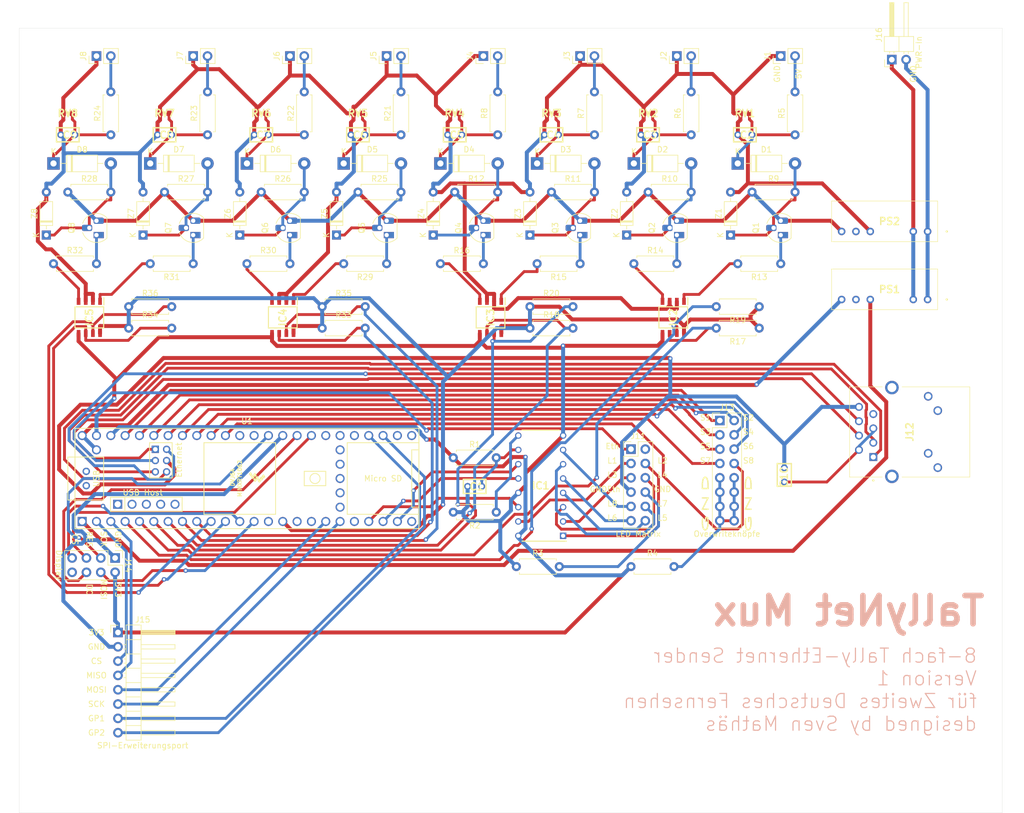
<source format=kicad_pcb>
(kicad_pcb (version 20171130) (host pcbnew "(5.1.10)-1")
  (title_block (title Multi-Tally-Sender) (date 2021-10-18) (rev v0.0.2) (company "Zweites Deutsches Fernsehen") (comment 1 "8-fach Tally-Ethernet Umsetzer") (comment 2 "designed by Sven Mathäs"))
  (layers (0 Front mixed) (31 Back mixed) (34 B.Paste user) (35 F.Paste user) (36 B.SilkS user) (37 F.SilkS user) (38 B.Mask user) (39 F.Mask user) (44 Edge.Cuts user))
  (net 0 "")
  (net 1 GND3V3)
  (net 2 "Net-(C1-Pad1)")
  (net 3 "Net-(C2-Pad1)")
  (net 4 GNDTally)
  (net 5 "Net-(C3-Pad1)")
  (net 6 "Net-(C4-Pad1)")
  (net 7 "Net-(C5-Pad1)")
  (net 8 "Net-(C6-Pad1)")
  (net 9 "Net-(C7-Pad1)")
  (net 10 "Net-(C8-Pad1)")
  (net 11 "Net-(C9-Pad1)")
  (net 12 "Net-(C10-Pad1)")
  (net 13 GNDEth)
  (net 14 "Net-(D1-Pad2)")
  (net 15 "Net-(D2-Pad2)")
  (net 16 "Net-(D3-Pad2)")
  (net 17 "Net-(D4-Pad2)")
  (net 18 "Net-(D5-Pad2)")
  (net 19 "Net-(D6-Pad2)")
  (net 20 "Net-(D7-Pad2)")
  (net 21 "Net-(D8-Pad2)")
  (net 22 "Net-(IC1-Pad1)")
  (net 23 "Net-(IC1-Pad2)")
  (net 24 "Net-(IC1-Pad3)")
  (net 25 "Net-(IC1-Pad4)")
  (net 26 "Net-(IC1-Pad5)")
  (net 27 "Net-(IC1-Pad6)")
  (net 28 "Net-(IC1-Pad7)")
  (net 29 "Net-(IC1-Pad9)")
  (net 30 "Net-(IC1-Pad11)")
  (net 31 "Net-(IC1-Pad12)")
  (net 32 "Net-(IC1-Pad14)")
  (net 33 "Net-(IC1-Pad15)")
  (net 34 3V3)
  (net 35 /Eingangsschutzschaltung/3V3)
  (net 36 /Eingangsschutzschaltung/Tally1)
  (net 37 /Eingangsschutzschaltung/Tally2)
  (net 38 "Net-(IC2-Pad4)")
  (net 39 "Net-(IC2-Pad1)")
  (net 40 "Net-(IC3-Pad1)")
  (net 41 "Net-(IC3-Pad4)")
  (net 42 /Eingangsschutzschaltung/Tally4)
  (net 43 /Eingangsschutzschaltung/Tally3)
  (net 44 /Eingangsschutzschaltung/Tally5)
  (net 45 /Eingangsschutzschaltung/Tally6)
  (net 46 "Net-(IC4-Pad4)")
  (net 47 "Net-(IC4-Pad1)")
  (net 48 "Net-(IC5-Pad1)")
  (net 49 "Net-(IC5-Pad4)")
  (net 50 /Eingangsschutzschaltung/Tally8)
  (net 51 /Eingangsschutzschaltung/Tally7)
  (net 52 /Eingangsschutzschaltung/XLR1)
  (net 53 /Eingangsschutzschaltung/XLR2)
  (net 54 /Eingangsschutzschaltung/XLR3)
  (net 55 /Eingangsschutzschaltung/XLR4)
  (net 56 /Eingangsschutzschaltung/XLR5)
  (net 57 /Eingangsschutzschaltung/XLR6)
  (net 58 /Eingangsschutzschaltung/XLR7)
  (net 59 /Eingangsschutzschaltung/XLR8)
  (net 60 "Net-(J11-Pad1)")
  (net 61 "Net-(J11-Pad2)")
  (net 62 "Net-(J11-Pad8)")
  (net 63 Eth_T+)
  (net 64 Eth_T-)
  (net 65 Eth_R+)
  (net 66 Eth_R-)
  (net 67 "Net-(J12-Pad7)")
  (net 68 "Net-(J12-Pad9)")
  (net 69 "Net-(J12-Pad10)")
  (net 70 "Net-(J12-Pad11)")
  (net 71 "Net-(J12-Pad12)")
  (net 72 "Net-(J12-Pad13)")
  (net 73 "Net-(J12-Pad14)")
  (net 74 "Net-(J13-Pad1)")
  (net 75 "Net-(J13-Pad2)")
  (net 76 "Net-(J13-Pad3)")
  (net 77 "Net-(J13-Pad4)")
  (net 78 "Net-(J13-Pad5)")
  (net 79 "Net-(J13-Pad6)")
  (net 80 "Net-(J13-Pad7)")
  (net 81 "Net-(J13-Pad8)")
  (net 82 "Net-(J13-Pad10)")
  (net 83 GNDSPI)
  (net 84 SPI0-SCK)
  (net 85 SPI0-MOSI)
  (net 86 DISP-Res)
  (net 87 DISP-DC)
  (net 88 SPI0-CS0)
  (net 89 "Net-(J14-Pad8)")
  (net 90 SPI1-CS1)
  (net 91 SPI1-MISO)
  (net 92 SPI1-MOSI)
  (net 93 SPI1-SCK)
  (net 94 "Net-(J15-Pad7)")
  (net 95 "Net-(J15-Pad8)")
  (net 96 +12V)
  (net 97 GND)
  (net 98 GNDIC)
  (net 99 "Net-(PS1-Pad6)")
  (net 100 5VIC)
  (net 101 5VTally)
  (net 102 "Net-(PS2-Pad6)")
  (net 103 "Net-(Q1-Pad1)")
  (net 104 "Net-(Q2-Pad1)")
  (net 105 "Net-(Q3-Pad1)")
  (net 106 "Net-(Q4-Pad1)")
  (net 107 "Net-(Q5-Pad1)")
  (net 108 "Net-(Q6-Pad1)")
  (net 109 "Net-(Q7-Pad1)")
  (net 110 "Net-(Q8-Pad1)")
  (net 111 "Net-(U1-Pad59)")
  (net 112 "Net-(U1-Pad58)")
  (net 113 "Net-(U1-Pad57)")
  (net 114 "Net-(U1-Pad56)")
  (net 115 "Net-(U1-Pad55)")
  (net 116 "Net-(U1-Pad37)")
  (net 117 "Net-(U1-Pad36)")
  (net 118 "Net-(U1-Pad31)")
  (net 119 "Net-(U1-Pad30)")
  (net 120 SPI0-CS1)
  (net 121 "Net-(U1-Pad26)")
  (net 122 "Net-(U1-Pad25)")
  (net 123 "Net-(U1-Pad24)")
  (net 124 SPI0-MISO)
  (net 125 "Net-(U1-Pad16)")
  (net 126 "Net-(U1-Pad20)")
  (net 127 "Net-(U1-Pad17)")
  (net 128 "Net-(U1-Pad50)")
  (net 129 "Net-(U1-Pad51)")
  (net 130 "Net-(U1-Pad52)")
  (net 131 "Net-(U1-Pad53)")
  (net 132 "Net-(U1-Pad54)")
  (net 133 USBDP)
  (net 134 USBDN)
  (module MountingHole:MountingHole_3.2mm_M3 (layer Front) (at 60.96 168.91)
    (fp_text reference Mount3)
    (fp_text value MountingHole_3.2mm_M3)
    (pad 1 np_thru_hole circle (at 0 0) (size 3.2 3.2) (drill 3.2) (layers *.Cu *.Mask))
  )
  (module MountingHole:MountingHole_3.2mm_M3 (layer Front) (at 223.52 168.91)
    (fp_text reference Moun4)
    (fp_text value MountingHole_3.2mm_M3)
    (pad 1 np_thru_hole circle (at 0 0) (size 3.2 3.2) (drill 3.2) (layers *.Cu *.Mask))
  )
  (module MountingHole:MountingHole_3.2mm_M3 (layer Front) (at 223.52 40.64)
    (fp_text reference Mount2)
    (fp_text value MountingHole_3.2mm_M3)
    (pad 1 np_thru_hole circle (at 0 0) (size 3.2 3.2) (drill 3.2) (layers *.Cu *.Mask))
  )
  (module MountingHole:MountingHole_3.2mm_M3 (layer Front) (at 60.96 40.64)
    (fp_text reference Mount1)
    (fp_text value MountingHole_3.2mm_M3)
    (pad 1 np_thru_hole circle (at 0 0) (size 3.2 3.2) (drill 3.2) (layers *.Cu *.Mask))
  )
  (module Connector_PinHeader_2.54mm:PinHeader_1x02_P2.54mm_Horizontal (layer Front) (at 209.55 40.64 90)
    (fp_text reference J16 (at 4.385 -2.27 90) (layer F.SilkS))
    (fp_text value PWR-In (at 1.27 4.81 90) (layer F.SilkS))
    (pad 2 thru_hole oval (at 0 2.54 90) (size 1.7 1.7) (drill 1) (layers *.Cu *.Mask) (net 96 +12V))
    (pad 1 thru_hole rect (at 0 0 90) (size 1.7 1.7) (drill 1) (layers *.Cu *.Mask) (net 97 GND))
  )
  (module SamacSysFoot:MONO-KAP_SIZE-15-L-5_ (layer Front) (at 135.616 116.332 180)
    (fp_text reference C1 (at -0.353 -0.04) (layer F.SilkS) (effects (font (size 1.27 1.27) (thickness 0.254))))
    (fp_text value 100nF hide)
    (pad 2 thru_hole circle (at 1.25 0 180) (size 1.2 1.2) (drill 0.7) (layers *.Cu *.Mask) (net 1 GND3V3))
    (pad 1 thru_hole circle (at -1.25 0 180) (size 1.2 1.2) (drill 0.7) (layers *.Cu *.Mask) (net 2 "Net-(C1-Pad1)"))
  )
  (module SamacSysFoot:MONO-KAP_SIZE-15-L-5_ (layer Front) (at 183.515 53.975 180)
    (fp_text reference C2 (at -0.353 -0.04) (layer F.SilkS) (effects (font (size 1.27 1.27) (thickness 0.254))))
    (fp_text value 100nF hide)
    (pad 1 thru_hole circle (at -1.25 0 180) (size 1.2 1.2) (drill 0.7) (layers *.Cu *.Mask) (net 3 "Net-(C2-Pad1)"))
    (pad 2 thru_hole circle (at 1.25 0 180) (size 1.2 1.2) (drill 0.7) (layers *.Cu *.Mask) (net 4 GNDTally))
  )
  (module SamacSysFoot:MONO-KAP_SIZE-15-L-5_ (layer Front) (at 166.35 53.975 180)
    (fp_text reference C3 (at -0.353 -0.04) (layer F.SilkS) (effects (font (size 1.27 1.27) (thickness 0.254))))
    (fp_text value 100nF hide)
    (pad 2 thru_hole circle (at 1.25 0 180) (size 1.2 1.2) (drill 0.7) (layers *.Cu *.Mask) (net 4 GNDTally))
    (pad 1 thru_hole circle (at -1.25 0 180) (size 1.2 1.2) (drill 0.7) (layers *.Cu *.Mask) (net 5 "Net-(C3-Pad1)"))
  )
  (module SamacSysFoot:MONO-KAP_SIZE-15-L-5_ (layer Front) (at 149.225 53.975 180)
    (fp_text reference C4 (at -0.353 -0.04) (layer F.SilkS) (effects (font (size 1.27 1.27) (thickness 0.254))))
    (fp_text value 100nF hide)
    (pad 1 thru_hole circle (at -1.25 0 180) (size 1.2 1.2) (drill 0.7) (layers *.Cu *.Mask) (net 6 "Net-(C4-Pad1)"))
    (pad 2 thru_hole circle (at 1.25 0 180) (size 1.2 1.2) (drill 0.7) (layers *.Cu *.Mask) (net 4 GNDTally))
  )
  (module SamacSysFoot:MONO-KAP_SIZE-15-L-5_ (layer Front) (at 132.08 53.975 180)
    (fp_text reference C5 (at -0.353 -0.04) (layer F.SilkS) (effects (font (size 1.27 1.27) (thickness 0.254))))
    (fp_text value 100nF hide)
    (pad 2 thru_hole circle (at 1.25 0 180) (size 1.2 1.2) (drill 0.7) (layers *.Cu *.Mask) (net 4 GNDTally))
    (pad 1 thru_hole circle (at -1.25 0 180) (size 1.2 1.2) (drill 0.7) (layers *.Cu *.Mask) (net 7 "Net-(C5-Pad1)"))
  )
  (module SamacSysFoot:MONO-KAP_SIZE-15-L-5_ (layer Front) (at 114.935 53.975 180)
    (fp_text reference C6 (at -0.353 -0.04) (layer F.SilkS) (effects (font (size 1.27 1.27) (thickness 0.254))))
    (fp_text value 100nF hide)
    (pad 1 thru_hole circle (at -1.25 0 180) (size 1.2 1.2) (drill 0.7) (layers *.Cu *.Mask) (net 8 "Net-(C6-Pad1)"))
    (pad 2 thru_hole circle (at 1.25 0 180) (size 1.2 1.2) (drill 0.7) (layers *.Cu *.Mask) (net 4 GNDTally))
  )
  (module SamacSysFoot:MONO-KAP_SIZE-15-L-5_ (layer Front) (at 97.79 53.975 180)
    (fp_text reference C7 (at -0.353 -0.04) (layer F.SilkS) (effects (font (size 1.27 1.27) (thickness 0.254))))
    (fp_text value 100nF hide)
    (pad 2 thru_hole circle (at 1.25 0 180) (size 1.2 1.2) (drill 0.7) (layers *.Cu *.Mask) (net 4 GNDTally))
    (pad 1 thru_hole circle (at -1.25 0 180) (size 1.2 1.2) (drill 0.7) (layers *.Cu *.Mask) (net 9 "Net-(C7-Pad1)"))
  )
  (module SamacSysFoot:MONO-KAP_SIZE-15-L-5_ (layer Front) (at 80.645 53.975 180)
    (fp_text reference C8 (at -0.353 -0.04) (layer F.SilkS) (effects (font (size 1.27 1.27) (thickness 0.254))))
    (fp_text value 100nF hide)
    (pad 1 thru_hole circle (at -1.25 0 180) (size 1.2 1.2) (drill 0.7) (layers *.Cu *.Mask) (net 10 "Net-(C8-Pad1)"))
    (pad 2 thru_hole circle (at 1.25 0 180) (size 1.2 1.2) (drill 0.7) (layers *.Cu *.Mask) (net 4 GNDTally))
  )
  (module SamacSysFoot:MONO-KAP_SIZE-15-L-5_ (layer Front) (at 63.5 53.975 180)
    (fp_text reference C9 (at -0.353 -0.04) (layer F.SilkS) (effects (font (size 1.27 1.27) (thickness 0.254))))
    (fp_text value 100nF hide)
    (pad 2 thru_hole circle (at 1.25 0 180) (size 1.2 1.2) (drill 0.7) (layers *.Cu *.Mask) (net 4 GNDTally))
    (pad 1 thru_hole circle (at -1.25 0 180) (size 1.2 1.2) (drill 0.7) (layers *.Cu *.Mask) (net 11 "Net-(C9-Pad1)"))
  )
  (module SamacSysFoot:MONO-KAP_SIZE-15-L-5_ (layer Front) (at 190.5 114.3 90)
    (fp_text reference C10 (at -0.353 -0.04 90) (layer F.SilkS) (effects (font (size 1.27 1.27) (thickness 0.254))))
    (fp_text value 100nF hide)
    (pad 1 thru_hole circle (at -1.25 0 90) (size 1.2 1.2) (drill 0.7) (layers *.Cu *.Mask) (net 12 "Net-(C10-Pad1)"))
    (pad 2 thru_hole circle (at 1.25 0 90) (size 1.2 1.2) (drill 0.7) (layers *.Cu *.Mask) (net 13 GNDEth))
  )
  (module Diode_THT:D_DO-41_SOD81_P10.16mm_Horizontal (layer Front) (at 182.245 59.055)
    (fp_text reference D1 (at 5.08 -2.47) (layer F.SilkS))
    (fp_text value 1N4001)
    (fp_text user K (at 0 -2.1) (layer F.SilkS))
    (pad 2 thru_hole oval (at 10.16 0) (size 2.2 2.2) (drill 1.1) (layers *.Cu *.Mask) (net 14 "Net-(D1-Pad2)"))
    (pad 1 thru_hole rect (at 0 0) (size 2.2 2.2) (drill 1.1) (layers *.Cu *.Mask) (net 3 "Net-(C2-Pad1)"))
  )
  (module Diode_THT:D_DO-41_SOD81_P10.16mm_Horizontal (layer Front) (at 163.83 59.055)
    (fp_text reference D2 (at 5.08 -2.47) (layer F.SilkS))
    (fp_text value 1N4001)
    (fp_text user K (at 0 -2.1) (layer F.SilkS))
    (pad 2 thru_hole oval (at 10.16 0) (size 2.2 2.2) (drill 1.1) (layers *.Cu *.Mask) (net 15 "Net-(D2-Pad2)"))
    (pad 1 thru_hole rect (at 0 0) (size 2.2 2.2) (drill 1.1) (layers *.Cu *.Mask) (net 5 "Net-(C3-Pad1)"))
  )
  (module Diode_THT:D_DO-41_SOD81_P10.16mm_Horizontal (layer Front) (at 146.685 59.055)
    (fp_text reference D3 (at 5.08 -2.47) (layer F.SilkS))
    (fp_text value 1N4001)
    (fp_text user K (at 0 -2.1) (layer F.SilkS))
    (pad 1 thru_hole rect (at 0 0) (size 2.2 2.2) (drill 1.1) (layers *.Cu *.Mask) (net 6 "Net-(C4-Pad1)"))
    (pad 2 thru_hole oval (at 10.16 0) (size 2.2 2.2) (drill 1.1) (layers *.Cu *.Mask) (net 16 "Net-(D3-Pad2)"))
  )
  (module Diode_THT:D_DO-41_SOD81_P10.16mm_Horizontal (layer Front) (at 129.54 59.055)
    (fp_text reference D4 (at 5.08 -2.47) (layer F.SilkS))
    (fp_text value 1N4001)
    (fp_text user K (at 0 -2.1) (layer F.SilkS))
    (pad 1 thru_hole rect (at 0 0) (size 2.2 2.2) (drill 1.1) (layers *.Cu *.Mask) (net 7 "Net-(C5-Pad1)"))
    (pad 2 thru_hole oval (at 10.16 0) (size 2.2 2.2) (drill 1.1) (layers *.Cu *.Mask) (net 17 "Net-(D4-Pad2)"))
  )
  (module Diode_THT:D_DO-41_SOD81_P10.16mm_Horizontal (layer Front) (at 112.395 59.055)
    (fp_text reference D5 (at 5.08 -2.47) (layer F.SilkS))
    (fp_text value 1N4001)
    (fp_text user K (at 0 -2.1) (layer F.SilkS))
    (pad 2 thru_hole oval (at 10.16 0) (size 2.2 2.2) (drill 1.1) (layers *.Cu *.Mask) (net 18 "Net-(D5-Pad2)"))
    (pad 1 thru_hole rect (at 0 0) (size 2.2 2.2) (drill 1.1) (layers *.Cu *.Mask) (net 8 "Net-(C6-Pad1)"))
  )
  (module Diode_THT:D_DO-41_SOD81_P10.16mm_Horizontal (layer Front) (at 95.25 59.055)
    (fp_text reference D6 (at 5.08 -2.47) (layer F.SilkS))
    (fp_text value 1N4001)
    (fp_text user K (at 0 -2.1) (layer F.SilkS))
    (pad 1 thru_hole rect (at 0 0) (size 2.2 2.2) (drill 1.1) (layers *.Cu *.Mask) (net 9 "Net-(C7-Pad1)"))
    (pad 2 thru_hole oval (at 10.16 0) (size 2.2 2.2) (drill 1.1) (layers *.Cu *.Mask) (net 19 "Net-(D6-Pad2)"))
  )
  (module Diode_THT:D_DO-41_SOD81_P10.16mm_Horizontal (layer Front) (at 78.105 59.055)
    (fp_text reference D7 (at 5.08 -2.47) (layer F.SilkS))
    (fp_text value 1N4001)
    (fp_text user K (at 0 -2.1) (layer F.SilkS))
    (pad 2 thru_hole oval (at 10.16 0) (size 2.2 2.2) (drill 1.1) (layers *.Cu *.Mask) (net 20 "Net-(D7-Pad2)"))
    (pad 1 thru_hole rect (at 0 0) (size 2.2 2.2) (drill 1.1) (layers *.Cu *.Mask) (net 10 "Net-(C8-Pad1)"))
  )
  (module Diode_THT:D_DO-41_SOD81_P10.16mm_Horizontal (layer Front) (at 60.96 59.055)
    (fp_text reference D8 (at 5.08 -2.47) (layer F.SilkS))
    (fp_text value 1N4001)
    (fp_text user K (at 0 -2.1) (layer F.SilkS))
    (pad 1 thru_hole rect (at 0 0) (size 2.2 2.2) (drill 1.1) (layers *.Cu *.Mask) (net 11 "Net-(C9-Pad1)"))
    (pad 2 thru_hole oval (at 10.16 0) (size 2.2 2.2) (drill 1.1) (layers *.Cu *.Mask) (net 21 "Net-(D8-Pad2)"))
  )
  (module SamacSysFoot:DIP794W53P254L1930H508Q16N (layer Front) (at 147.32 116.205 180)
    (fp_text reference IC1 (at 0 0) (layer F.SilkS) (effects (font (size 1.27 1.27) (thickness 0.254))))
    (fp_text value SN74HC595N hide)
    (pad 1 thru_hole rect (at -3.97 -8.89 180) (size 1.13 1.13) (drill 0.73) (layers *.Cu *.Mask) (net 22 "Net-(IC1-Pad1)"))
    (pad 2 thru_hole circle (at -3.97 -6.35 180) (size 1.13 1.13) (drill 0.73) (layers *.Cu *.Mask) (net 23 "Net-(IC1-Pad2)"))
    (pad 3 thru_hole circle (at -3.97 -3.81 180) (size 1.13 1.13) (drill 0.73) (layers *.Cu *.Mask) (net 24 "Net-(IC1-Pad3)"))
    (pad 4 thru_hole circle (at -3.97 -1.27 180) (size 1.13 1.13) (drill 0.73) (layers *.Cu *.Mask) (net 25 "Net-(IC1-Pad4)"))
    (pad 5 thru_hole circle (at -3.97 1.27 180) (size 1.13 1.13) (drill 0.73) (layers *.Cu *.Mask) (net 26 "Net-(IC1-Pad5)"))
    (pad 6 thru_hole circle (at -3.97 3.81 180) (size 1.13 1.13) (drill 0.73) (layers *.Cu *.Mask) (net 27 "Net-(IC1-Pad6)"))
    (pad 7 thru_hole circle (at -3.97 6.35 180) (size 1.13 1.13) (drill 0.73) (layers *.Cu *.Mask) (net 28 "Net-(IC1-Pad7)"))
    (pad 8 thru_hole circle (at -3.97 8.89 180) (size 1.13 1.13) (drill 0.73) (layers *.Cu *.Mask) (net 1 GND3V3))
    (pad 9 thru_hole circle (at 3.97 8.89 180) (size 1.13 1.13) (drill 0.73) (layers *.Cu *.Mask) (net 29 "Net-(IC1-Pad9)"))
    (pad 10 thru_hole circle (at 3.97 6.35 180) (size 1.13 1.13) (drill 0.73) (layers *.Cu *.Mask) (net 2 "Net-(C1-Pad1)"))
    (pad 11 thru_hole circle (at 3.97 3.81 180) (size 1.13 1.13) (drill 0.73) (layers *.Cu *.Mask) (net 30 "Net-(IC1-Pad11)"))
    (pad 12 thru_hole circle (at 3.97 1.27 180) (size 1.13 1.13) (drill 0.73) (layers *.Cu *.Mask) (net 31 "Net-(IC1-Pad12)"))
    (pad 13 thru_hole circle (at 3.97 -1.27 180) (size 1.13 1.13) (drill 0.73) (layers *.Cu *.Mask) (net 1 GND3V3))
    (pad 14 thru_hole circle (at 3.97 -3.81 180) (size 1.13 1.13) (drill 0.73) (layers *.Cu *.Mask) (net 32 "Net-(IC1-Pad14)"))
    (pad 15 thru_hole circle (at 3.97 -6.35 180) (size 1.13 1.13) (drill 0.73) (layers *.Cu *.Mask) (net 33 "Net-(IC1-Pad15)"))
    (pad 16 thru_hole circle (at 3.97 -8.89 180) (size 1.13 1.13) (drill 0.73) (layers *.Cu *.Mask) (net 34 3V3))
  )
  (module SamacSysFoot:SOIC127P599X361-8N (layer Front) (at 170.815 86.36 270)
    (fp_text reference IC2 (at 0 0 90) (layer F.SilkS) (effects (font (size 1.27 1.27) (thickness 0.254))))
    (fp_text value HCPL-073L hide)
    (pad 8 smd rect (at 2.85 -1.905) (size 0.65 1.25) (layers Front F.Paste F.Mask) (net 35 /Eingangsschutzschaltung/3V3))
    (pad 7 smd rect (at 2.85 -0.635) (size 0.65 1.25) (layers Front F.Paste F.Mask) (net 36 /Eingangsschutzschaltung/Tally1))
    (pad 6 smd rect (at 2.85 0.635) (size 0.65 1.25) (layers Front F.Paste F.Mask) (net 37 /Eingangsschutzschaltung/Tally2))
    (pad 5 smd rect (at 2.85 1.905) (size 0.65 1.25) (layers Front F.Paste F.Mask) (net 1 GND3V3))
    (pad 4 smd rect (at -2.85 1.905) (size 0.65 1.25) (layers Front F.Paste F.Mask) (net 38 "Net-(IC2-Pad4)"))
    (pad 3 smd rect (at -2.85 0.635) (size 0.65 1.25) (layers Front F.Paste F.Mask) (net 4 GNDTally))
    (pad 2 smd rect (at -2.85 -0.635) (size 0.65 1.25) (layers Front F.Paste F.Mask) (net 4 GNDTally))
    (pad 1 smd rect (at -2.85 -1.905) (size 0.65 1.25) (layers Front F.Paste F.Mask) (net 39 "Net-(IC2-Pad1)"))
  )
  (module SamacSysFoot:SOIC127P599X361-8N (layer Front) (at 138.43 86.36 270)
    (fp_text reference IC3 (at 0 0 90) (layer F.SilkS) (effects (font (size 1.27 1.27) (thickness 0.254))))
    (fp_text value HCPL-073L hide)
    (pad 1 smd rect (at -2.85 -1.905) (size 0.65 1.25) (layers Front F.Paste F.Mask) (net 40 "Net-(IC3-Pad1)"))
    (pad 2 smd rect (at -2.85 -0.635) (size 0.65 1.25) (layers Front F.Paste F.Mask) (net 4 GNDTally))
    (pad 3 smd rect (at -2.85 0.635) (size 0.65 1.25) (layers Front F.Paste F.Mask) (net 4 GNDTally))
    (pad 4 smd rect (at -2.85 1.905) (size 0.65 1.25) (layers Front F.Paste F.Mask) (net 41 "Net-(IC3-Pad4)"))
    (pad 5 smd rect (at 2.85 1.905) (size 0.65 1.25) (layers Front F.Paste F.Mask) (net 1 GND3V3))
    (pad 6 smd rect (at 2.85 0.635) (size 0.65 1.25) (layers Front F.Paste F.Mask) (net 42 /Eingangsschutzschaltung/Tally4))
    (pad 7 smd rect (at 2.85 -0.635) (size 0.65 1.25) (layers Front F.Paste F.Mask) (net 43 /Eingangsschutzschaltung/Tally3))
    (pad 8 smd rect (at 2.85 -1.905) (size 0.65 1.25) (layers Front F.Paste F.Mask) (net 35 /Eingangsschutzschaltung/3V3))
  )
  (module SamacSysFoot:SOIC127P599X361-8N (layer Front) (at 101.6 86.36 270)
    (fp_text reference IC4 (at 0 0 90) (layer F.SilkS) (effects (font (size 1.27 1.27) (thickness 0.254))))
    (fp_text value HCPL-073L hide)
    (pad 8 smd rect (at 2.85 -1.905) (size 0.65 1.25) (layers Front F.Paste F.Mask) (net 35 /Eingangsschutzschaltung/3V3))
    (pad 7 smd rect (at 2.85 -0.635) (size 0.65 1.25) (layers Front F.Paste F.Mask) (net 44 /Eingangsschutzschaltung/Tally5))
    (pad 6 smd rect (at 2.85 0.635) (size 0.65 1.25) (layers Front F.Paste F.Mask) (net 45 /Eingangsschutzschaltung/Tally6))
    (pad 5 smd rect (at 2.85 1.905) (size 0.65 1.25) (layers Front F.Paste F.Mask) (net 1 GND3V3))
    (pad 4 smd rect (at -2.85 1.905) (size 0.65 1.25) (layers Front F.Paste F.Mask) (net 46 "Net-(IC4-Pad4)"))
    (pad 3 smd rect (at -2.85 0.635) (size 0.65 1.25) (layers Front F.Paste F.Mask) (net 4 GNDTally))
    (pad 2 smd rect (at -2.85 -0.635) (size 0.65 1.25) (layers Front F.Paste F.Mask) (net 4 GNDTally))
    (pad 1 smd rect (at -2.85 -1.905) (size 0.65 1.25) (layers Front F.Paste F.Mask) (net 47 "Net-(IC4-Pad1)"))
  )
  (module SamacSysFoot:SOIC127P599X361-8N (layer Front) (at 67.31 86.36 270)
    (fp_text reference IC5 (at 0 0 90) (layer F.SilkS) (effects (font (size 1.27 1.27) (thickness 0.254))))
    (fp_text value HCPL-073L hide)
    (pad 1 smd rect (at -2.85 -1.905) (size 0.65 1.25) (layers Front F.Paste F.Mask) (net 48 "Net-(IC5-Pad1)"))
    (pad 2 smd rect (at -2.85 -0.635) (size 0.65 1.25) (layers Front F.Paste F.Mask) (net 4 GNDTally))
    (pad 3 smd rect (at -2.85 0.635) (size 0.65 1.25) (layers Front F.Paste F.Mask) (net 4 GNDTally))
    (pad 4 smd rect (at -2.85 1.905) (size 0.65 1.25) (layers Front F.Paste F.Mask) (net 49 "Net-(IC5-Pad4)"))
    (pad 5 smd rect (at 2.85 1.905) (size 0.65 1.25) (layers Front F.Paste F.Mask) (net 1 GND3V3))
    (pad 6 smd rect (at 2.85 0.635) (size 0.65 1.25) (layers Front F.Paste F.Mask) (net 50 /Eingangsschutzschaltung/Tally8))
    (pad 7 smd rect (at 2.85 -0.635) (size 0.65 1.25) (layers Front F.Paste F.Mask) (net 51 /Eingangsschutzschaltung/Tally7))
    (pad 8 smd rect (at 2.85 -1.905) (size 0.65 1.25) (layers Front F.Paste F.Mask) (net 35 /Eingangsschutzschaltung/3V3))
  )
  (module Connector_PinHeader_2.54mm:PinHeader_1x02_P2.54mm_Vertical (layer Front) (at 189.865 40.005 90)
    (fp_text reference J1 (at 0 -2.33 90) (layer F.SilkS))
    (fp_text value XLR3)
    (pad 1 thru_hole rect (at 0 0 90) (size 1.7 1.7) (drill 1) (layers *.Cu *.Mask) (net 4 GNDTally))
    (pad 2 thru_hole oval (at 0 2.54 90) (size 1.7 1.7) (drill 1) (layers *.Cu *.Mask) (net 52 /Eingangsschutzschaltung/XLR1))
  )
  (module Connector_PinHeader_2.54mm:PinHeader_1x02_P2.54mm_Vertical (layer Front) (at 171.45 40.005 90)
    (fp_text reference J2 (at 0 -2.33 90) (layer F.SilkS))
    (fp_text value XLR3)
    (pad 2 thru_hole oval (at 0 2.54 90) (size 1.7 1.7) (drill 1) (layers *.Cu *.Mask) (net 53 /Eingangsschutzschaltung/XLR2))
    (pad 1 thru_hole rect (at 0 0 90) (size 1.7 1.7) (drill 1) (layers *.Cu *.Mask) (net 4 GNDTally))
  )
  (module Connector_PinHeader_2.54mm:PinHeader_1x02_P2.54mm_Vertical (layer Front) (at 154.305 40.005 90)
    (fp_text reference J3 (at 0 -2.33 90) (layer F.SilkS))
    (fp_text value XLR3)
    (pad 1 thru_hole rect (at 0 0 90) (size 1.7 1.7) (drill 1) (layers *.Cu *.Mask) (net 4 GNDTally))
    (pad 2 thru_hole oval (at 0 2.54 90) (size 1.7 1.7) (drill 1) (layers *.Cu *.Mask) (net 54 /Eingangsschutzschaltung/XLR3))
  )
  (module Connector_PinHeader_2.54mm:PinHeader_1x02_P2.54mm_Vertical (layer Front) (at 137.16 40.005 90)
    (fp_text reference J4 (at 0 -2.33 90) (layer F.SilkS))
    (fp_text value XLR3)
    (pad 2 thru_hole oval (at 0 2.54 90) (size 1.7 1.7) (drill 1) (layers *.Cu *.Mask) (net 55 /Eingangsschutzschaltung/XLR4))
    (pad 1 thru_hole rect (at 0 0 90) (size 1.7 1.7) (drill 1) (layers *.Cu *.Mask) (net 4 GNDTally))
  )
  (module Connector_PinHeader_2.54mm:PinHeader_1x02_P2.54mm_Vertical (layer Front) (at 120.015 40.005 90)
    (fp_text reference J5 (at 0 -2.33 90) (layer F.SilkS))
    (fp_text value XLR3)
    (pad 1 thru_hole rect (at 0 0 90) (size 1.7 1.7) (drill 1) (layers *.Cu *.Mask) (net 4 GNDTally))
    (pad 2 thru_hole oval (at 0 2.54 90) (size 1.7 1.7) (drill 1) (layers *.Cu *.Mask) (net 56 /Eingangsschutzschaltung/XLR5))
  )
  (module Connector_PinHeader_2.54mm:PinHeader_1x02_P2.54mm_Vertical (layer Front) (at 102.87 40.005 90)
    (fp_text reference J6 (at 0 -2.33 90) (layer F.SilkS))
    (fp_text value XLR3)
    (pad 2 thru_hole oval (at 0 2.54 90) (size 1.7 1.7) (drill 1) (layers *.Cu *.Mask) (net 57 /Eingangsschutzschaltung/XLR6))
    (pad 1 thru_hole rect (at 0 0 90) (size 1.7 1.7) (drill 1) (layers *.Cu *.Mask) (net 4 GNDTally))
  )
  (module Connector_PinHeader_2.54mm:PinHeader_1x02_P2.54mm_Vertical (layer Front) (at 85.725 40.005 90)
    (fp_text reference J7 (at 0 -2.33 90) (layer F.SilkS))
    (fp_text value XLR3)
    (pad 1 thru_hole rect (at 0 0 90) (size 1.7 1.7) (drill 1) (layers *.Cu *.Mask) (net 4 GNDTally))
    (pad 2 thru_hole oval (at 0 2.54 90) (size 1.7 1.7) (drill 1) (layers *.Cu *.Mask) (net 58 /Eingangsschutzschaltung/XLR7))
  )
  (module Connector_PinHeader_2.54mm:PinHeader_1x02_P2.54mm_Vertical (layer Front) (at 68.58 40.005 90)
    (fp_text reference J8 (at 0 -2.33 90) (layer F.SilkS))
    (fp_text value XLR3)
    (pad 2 thru_hole oval (at 0 2.54 90) (size 1.7 1.7) (drill 1) (layers *.Cu *.Mask) (net 59 /Eingangsschutzschaltung/XLR8))
    (pad 1 thru_hole rect (at 0 0 90) (size 1.7 1.7) (drill 1) (layers *.Cu *.Mask) (net 4 GNDTally))
  )
  (module Connector_PinHeader_2.54mm:PinHeader_2x06_P2.54mm_Vertical (layer Front) (at 163.322 109.728)
    (fp_text reference J11 (at 1.27 -2.33) (layer F.SilkS))
    (fp_text value "LED Matrix" (at 1.27 15.03) (layer F.SilkS))
    (pad 1 thru_hole rect (at 0 0) (size 1.7 1.7) (drill 1) (layers *.Cu *.Mask) (net 60 "Net-(J11-Pad1)"))
    (pad 2 thru_hole oval (at 2.54 0) (size 1.7 1.7) (drill 1) (layers *.Cu *.Mask) (net 61 "Net-(J11-Pad2)"))
    (pad 3 thru_hole oval (at 0 2.54) (size 1.7 1.7) (drill 1) (layers *.Cu *.Mask) (net 33 "Net-(IC1-Pad15)"))
    (pad 4 thru_hole oval (at 2.54 2.54) (size 1.7 1.7) (drill 1) (layers *.Cu *.Mask) (net 22 "Net-(IC1-Pad1)"))
    (pad 5 thru_hole oval (at 0 5.08) (size 1.7 1.7) (drill 1) (layers *.Cu *.Mask) (net 23 "Net-(IC1-Pad2)"))
    (pad 6 thru_hole oval (at 2.54 5.08) (size 1.7 1.7) (drill 1) (layers *.Cu *.Mask) (net 24 "Net-(IC1-Pad3)"))
    (pad 7 thru_hole oval (at 0 7.62) (size 1.7 1.7) (drill 1) (layers *.Cu *.Mask) (net 13 GNDEth))
    (pad 8 thru_hole oval (at 2.54 7.62) (size 1.7 1.7) (drill 1) (layers *.Cu *.Mask) (net 62 "Net-(J11-Pad8)"))
    (pad 9 thru_hole oval (at 0 10.16) (size 1.7 1.7) (drill 1) (layers *.Cu *.Mask) (net 28 "Net-(IC1-Pad7)"))
    (pad 10 thru_hole oval (at 2.54 10.16) (size 1.7 1.7) (drill 1) (layers *.Cu *.Mask) (net 27 "Net-(IC1-Pad6)"))
    (pad 11 thru_hole oval (at 0 12.7) (size 1.7 1.7) (drill 1) (layers *.Cu *.Mask) (net 26 "Net-(IC1-Pad5)"))
    (pad 12 thru_hole oval (at 2.54 12.7) (size 1.7 1.7) (drill 1) (layers *.Cu *.Mask) (net 25 "Net-(IC1-Pad4)"))
  )
  (module SamacSysFoot:J1B1211CCD (layer Front) (at 212.725 106.68 90)
    (fp_text reference J12 (at 0 0 90) (layer F.SilkS) (effects (font (size 1.27 1.27) (thickness 0.254))))
    (fp_text value J1B1211CCD hide)
    (pad 1 thru_hole rect (at -4.445 -6.45 90) (size 1.4 1.4) (drill 0.9) (layers *.Cu *.Mask) (net 63 Eth_T+))
    (pad 2 thru_hole circle (at -3.175 -8.99 90) (size 1.4 1.4) (drill 0.9) (layers *.Cu *.Mask) (net 12 "Net-(C10-Pad1)"))
    (pad 3 thru_hole circle (at -1.905 -6.45 90) (size 1.4 1.4) (drill 0.9) (layers *.Cu *.Mask) (net 64 Eth_T-))
    (pad 4 thru_hole circle (at -0.635 -8.99 90) (size 1.4 1.4) (drill 0.9) (layers *.Cu *.Mask) (net 65 Eth_R+))
    (pad 5 thru_hole circle (at 0.635 -6.45 90) (size 1.4 1.4) (drill 0.9) (layers *.Cu *.Mask) (net 12 "Net-(C10-Pad1)"))
    (pad 6 thru_hole circle (at 1.905 -8.99 90) (size 1.4 1.4) (drill 0.9) (layers *.Cu *.Mask) (net 66 Eth_R-))
    (pad 7 thru_hole circle (at 3.175 -6.45 90) (size 1.4 1.4) (drill 0.9) (layers *.Cu *.Mask) (net 67 "Net-(J12-Pad7)"))
    (pad 8 thru_hole circle (at 4.445 -8.99 90) (size 1.4 1.4) (drill 0.9) (layers *.Cu *.Mask) (net 13 GNDEth))
    (pad 9 thru_hole circle (at -6.325 4.98 90) (size 1.53 1.53) (drill 1.02) (layers *.Cu *.Mask) (net 68 "Net-(J12-Pad9)"))
    (pad 10 thru_hole circle (at -3.785 3.28 90) (size 1.53 1.53) (drill 1.02) (layers *.Cu *.Mask) (net 69 "Net-(J12-Pad10)"))
    (pad 11 thru_hole circle (at 3.785 4.98 90) (size 1.53 1.53) (drill 1.02) (layers *.Cu *.Mask) (net 70 "Net-(J12-Pad11)"))
    (pad 12 thru_hole circle (at 6.325 3.28 90) (size 1.53 1.53) (drill 1.02) (layers *.Cu *.Mask) (net 71 "Net-(J12-Pad12)"))
    (pad 13 thru_hole circle (at -7.875 -3.15 90) (size 2.4 2.4) (drill 1.6) (layers *.Cu *.Mask) (net 72 "Net-(J12-Pad13)"))
    (pad 14 thru_hole circle (at 7.875 -3.15 90) (size 2.4 2.4) (drill 1.6) (layers *.Cu *.Mask) (net 73 "Net-(J12-Pad14)"))
    (pad 15 np_thru_hole circle (at -5.715 -0.1 90) (size 3.25 0) (drill 3.25) (layers *.Cu *.Mask))
    (pad 16 np_thru_hole circle (at 5.715 -0.1 90) (size 3.25 0) (drill 3.25) (layers *.Cu *.Mask))
  )
  (module Connector_PinHeader_2.54mm:PinHeader_2x08_P2.54mm_Vertical (layer Front) (at 179.07 104.648)
    (fp_text reference J13 (at 1.27 -2.33) (layer F.SilkS))
    (fp_text value Overwriteknöpfe (at 1.27 20.11) (layer F.SilkS))
    (pad 1 thru_hole rect (at 0 0) (size 1.7 1.7) (drill 1) (layers *.Cu *.Mask) (net 74 "Net-(J13-Pad1)"))
    (pad 2 thru_hole oval (at 2.54 0) (size 1.7 1.7) (drill 1) (layers *.Cu *.Mask) (net 75 "Net-(J13-Pad2)"))
    (pad 3 thru_hole oval (at 0 2.54) (size 1.7 1.7) (drill 1) (layers *.Cu *.Mask) (net 76 "Net-(J13-Pad3)"))
    (pad 4 thru_hole oval (at 2.54 2.54) (size 1.7 1.7) (drill 1) (layers *.Cu *.Mask) (net 77 "Net-(J13-Pad4)"))
    (pad 5 thru_hole oval (at 0 5.08) (size 1.7 1.7) (drill 1) (layers *.Cu *.Mask) (net 78 "Net-(J13-Pad5)"))
    (pad 6 thru_hole oval (at 2.54 5.08) (size 1.7 1.7) (drill 1) (layers *.Cu *.Mask) (net 79 "Net-(J13-Pad6)"))
    (pad 7 thru_hole oval (at 0 7.62) (size 1.7 1.7) (drill 1) (layers *.Cu *.Mask) (net 80 "Net-(J13-Pad7)"))
    (pad 8 thru_hole oval (at 2.54 7.62) (size 1.7 1.7) (drill 1) (layers *.Cu *.Mask) (net 81 "Net-(J13-Pad8)"))
    (pad 9 thru_hole oval (at 0 10.16) (size 1.7 1.7) (drill 1) (layers *.Cu *.Mask) (net 82 "Net-(J13-Pad10)"))
    (pad 10 thru_hole oval (at 2.54 10.16) (size 1.7 1.7) (drill 1) (layers *.Cu *.Mask) (net 82 "Net-(J13-Pad10)"))
    (pad 11 thru_hole oval (at 0 12.7) (size 1.7 1.7) (drill 1) (layers *.Cu *.Mask) (net 82 "Net-(J13-Pad10)"))
    (pad 12 thru_hole oval (at 2.54 12.7) (size 1.7 1.7) (drill 1) (layers *.Cu *.Mask) (net 82 "Net-(J13-Pad10)"))
    (pad 13 thru_hole oval (at 0 15.24) (size 1.7 1.7) (drill 1) (layers *.Cu *.Mask) (net 82 "Net-(J13-Pad10)"))
    (pad 14 thru_hole oval (at 2.54 15.24) (size 1.7 1.7) (drill 1) (layers *.Cu *.Mask) (net 82 "Net-(J13-Pad10)"))
    (pad 15 thru_hole oval (at 0 17.78) (size 1.7 1.7) (drill 1) (layers *.Cu *.Mask) (net 82 "Net-(J13-Pad10)"))
    (pad 16 thru_hole oval (at 2.54 17.78) (size 1.7 1.7) (drill 1) (layers *.Cu *.Mask) (net 82 "Net-(J13-Pad10)"))
  )
  (module Connector_PinHeader_2.54mm:PinHeader_2x04_P2.54mm_Vertical (layer Front) (at 71.882 129.032 270)
    (fp_text reference J14 (at 1.27 -2.33 270 unlocked) (layer F.SilkS))
    (fp_text value Display (at 1.27 9.95 270 unlocked) (layer F.SilkS))
    (pad 1 thru_hole rect (at 0 0 270) (size 1.7 1.7) (drill 1) (layers *.Cu *.Mask) (net 83 GNDSPI))
    (pad 2 thru_hole oval (at 2.54 0 270) (size 1.7 1.7) (drill 1) (layers *.Cu *.Mask) (net 34 3V3))
    (pad 3 thru_hole oval (at 0 2.54 270) (size 1.7 1.7) (drill 1) (layers *.Cu *.Mask) (net 84 SPI0-SCK))
    (pad 4 thru_hole oval (at 2.54 2.54 270) (size 1.7 1.7) (drill 1) (layers *.Cu *.Mask) (net 85 SPI0-MOSI))
    (pad 5 thru_hole oval (at 0 5.08 270) (size 1.7 1.7) (drill 1) (layers *.Cu *.Mask) (net 86 DISP-Res))
    (pad 6 thru_hole oval (at 2.54 5.08 270) (size 1.7 1.7) (drill 1) (layers *.Cu *.Mask) (net 87 DISP-DC))
    (pad 7 thru_hole oval (at 0 7.62 270) (size 1.7 1.7) (drill 1) (layers *.Cu *.Mask) (net 88 SPI0-CS0))
    (pad 8 thru_hole oval (at 2.54 7.62 270) (size 1.7 1.7) (drill 1) (layers *.Cu *.Mask) (net 89 "Net-(J14-Pad8)"))
  )
  (module Connector_PinHeader_2.54mm:PinHeader_1x08_P2.54mm_Horizontal (layer Front) (at 72.39 142.24)
    (fp_text reference J15 (at 4.385 -2.27) (layer F.SilkS))
    (fp_text value SPI-Erweiterungsport (at 4.385 20.05) (layer F.SilkS))
    (pad 1 thru_hole rect (at 0 0) (size 1.7 1.7) (drill 1) (layers *.Cu *.Mask) (net 34 3V3))
    (pad 2 thru_hole oval (at 0 2.54) (size 1.7 1.7) (drill 1) (layers *.Cu *.Mask) (net 83 GNDSPI))
    (pad 3 thru_hole oval (at 0 5.08) (size 1.7 1.7) (drill 1) (layers *.Cu *.Mask) (net 90 SPI1-CS1))
    (pad 4 thru_hole oval (at 0 7.62) (size 1.7 1.7) (drill 1) (layers *.Cu *.Mask) (net 91 SPI1-MISO))
    (pad 5 thru_hole oval (at 0 10.16) (size 1.7 1.7) (drill 1) (layers *.Cu *.Mask) (net 92 SPI1-MOSI))
    (pad 6 thru_hole oval (at 0 12.7) (size 1.7 1.7) (drill 1) (layers *.Cu *.Mask) (net 93 SPI1-SCK))
    (pad 7 thru_hole oval (at 0 15.24) (size 1.7 1.7) (drill 1) (layers *.Cu *.Mask) (net 94 "Net-(J15-Pad7)"))
    (pad 8 thru_hole oval (at 0 17.78) (size 1.7 1.7) (drill 1) (layers *.Cu *.Mask) (net 95 "Net-(J15-Pad8)"))
  )
  (module SamacSysFoot:SPUN02M05 (layer Front) (at 215.9 83.185 180)
    (fp_text reference PS1 (at 6.76 1.8) (layer F.SilkS) (effects (font (size 1.27 1.27) (thickness 0.254))))
    (fp_text value SPUN02M-05 hide)
    (pad 1 thru_hole circle (at 0 0 180) (size 1.337 1.337) (drill 0.78) (layers *.Cu *.Mask) (net 96 +12V))
    (pad 2 thru_hole circle (at 2.54 0 180) (size 1.337 1.337) (drill 0.78) (layers *.Cu *.Mask) (net 97 GND))
    (pad 5 thru_hole circle (at 10.16 0 180) (size 1.337 1.337) (drill 0.78) (layers *.Cu *.Mask) (net 98 GNDIC))
    (pad 6 thru_hole circle (at 12.7 0 180) (size 1.337 1.337) (drill 0.78) (layers *.Cu *.Mask) (net 99 "Net-(PS1-Pad6)"))
    (pad 7 thru_hole circle (at 15.24 0 180) (size 1.337 1.337) (drill 0.78) (layers *.Cu *.Mask) (net 100 5VIC))
  )
  (module SamacSysFoot:SPUN02M05 (layer Front) (at 215.9 71.12 180)
    (fp_text reference PS2 (at 6.76 1.8) (layer F.SilkS) (effects (font (size 1.27 1.27) (thickness 0.254))))
    (fp_text value SPUN02M-05 hide)
    (pad 7 thru_hole circle (at 15.24 0 180) (size 1.337 1.337) (drill 0.78) (layers *.Cu *.Mask) (net 101 5VTally))
    (pad 6 thru_hole circle (at 12.7 0 180) (size 1.337 1.337) (drill 0.78) (layers *.Cu *.Mask) (net 102 "Net-(PS2-Pad6)"))
    (pad 5 thru_hole circle (at 10.16 0 180) (size 1.337 1.337) (drill 0.78) (layers *.Cu *.Mask) (net 4 GNDTally))
    (pad 2 thru_hole circle (at 2.54 0 180) (size 1.337 1.337) (drill 0.78) (layers *.Cu *.Mask) (net 97 GND))
    (pad 1 thru_hole circle (at 0 0 180) (size 1.337 1.337) (drill 0.78) (layers *.Cu *.Mask) (net 96 +12V))
  )
  (module Package_TO_SOT_THT:TO-92_HandSolder (layer Front) (at 189.865 71.755 90)
    (fp_text reference Q1 (at 1.27 -4.4 90) (layer F.SilkS))
    (fp_text value BC327)
    (pad 1 thru_hole rect (at 0 0 90) (size 1.1 1.8) (drill 0.75 (offset 0 0.4)) (layers *.Cu *.Mask) (net 103 "Net-(Q1-Pad1)"))
    (pad 3 thru_hole roundrect (at 2.54 0 90) (size 1.1 1.8) (drill 0.75 (offset 0 0.4)) (layers *.Cu *.Mask) (net 101 5VTally))
    (pad 2 thru_hole roundrect (at 1.27 -1.27 90) (size 1.1 1.8) (drill 0.75 (offset 0 -0.4)) (layers *.Cu *.Mask) (net 14 "Net-(D1-Pad2)"))
  )
  (module Package_TO_SOT_THT:TO-92_HandSolder (layer Front) (at 171.45 71.755 90)
    (fp_text reference Q2 (at 1.27 -4.4 90) (layer F.SilkS))
    (fp_text value BC327)
    (pad 1 thru_hole rect (at 0 0 90) (size 1.1 1.8) (drill 0.75 (offset 0 0.4)) (layers *.Cu *.Mask) (net 104 "Net-(Q2-Pad1)"))
    (pad 3 thru_hole roundrect (at 2.54 0 90) (size 1.1 1.8) (drill 0.75 (offset 0 0.4)) (layers *.Cu *.Mask) (net 101 5VTally))
    (pad 2 thru_hole roundrect (at 1.27 -1.27 90) (size 1.1 1.8) (drill 0.75 (offset 0 -0.4)) (layers *.Cu *.Mask) (net 15 "Net-(D2-Pad2)"))
  )
  (module Package_TO_SOT_THT:TO-92_HandSolder (layer Front) (at 154.305 71.755 90)
    (fp_text reference Q3 (at 1.27 -4.4 90) (layer F.SilkS))
    (fp_text value BC327)
    (pad 2 thru_hole roundrect (at 1.27 -1.27 90) (size 1.1 1.8) (drill 0.75 (offset 0 -0.4)) (layers *.Cu *.Mask) (net 16 "Net-(D3-Pad2)"))
    (pad 3 thru_hole roundrect (at 2.54 0 90) (size 1.1 1.8) (drill 0.75 (offset 0 0.4)) (layers *.Cu *.Mask) (net 101 5VTally))
    (pad 1 thru_hole rect (at 0 0 90) (size 1.1 1.8) (drill 0.75 (offset 0 0.4)) (layers *.Cu *.Mask) (net 105 "Net-(Q3-Pad1)"))
  )
  (module Package_TO_SOT_THT:TO-92_HandSolder (layer Front) (at 137.16 71.755 90)
    (fp_text reference Q4 (at 1.27 -4.4 90) (layer F.SilkS))
    (fp_text value BC327)
    (pad 1 thru_hole rect (at 0 0 90) (size 1.1 1.8) (drill 0.75 (offset 0 0.4)) (layers *.Cu *.Mask) (net 106 "Net-(Q4-Pad1)"))
    (pad 3 thru_hole roundrect (at 2.54 0 90) (size 1.1 1.8) (drill 0.75 (offset 0 0.4)) (layers *.Cu *.Mask) (net 101 5VTally))
    (pad 2 thru_hole roundrect (at 1.27 -1.27 90) (size 1.1 1.8) (drill 0.75 (offset 0 -0.4)) (layers *.Cu *.Mask) (net 17 "Net-(D4-Pad2)"))
  )
  (module Package_TO_SOT_THT:TO-92_HandSolder (layer Front) (at 120.015 71.755 90)
    (fp_text reference Q5 (at 1.27 -4.4 90) (layer F.SilkS))
    (fp_text value BC327)
    (pad 1 thru_hole rect (at 0 0 90) (size 1.1 1.8) (drill 0.75 (offset 0 0.4)) (layers *.Cu *.Mask) (net 107 "Net-(Q5-Pad1)"))
    (pad 3 thru_hole roundrect (at 2.54 0 90) (size 1.1 1.8) (drill 0.75 (offset 0 0.4)) (layers *.Cu *.Mask) (net 101 5VTally))
    (pad 2 thru_hole roundrect (at 1.27 -1.27 90) (size 1.1 1.8) (drill 0.75 (offset 0 -0.4)) (layers *.Cu *.Mask) (net 18 "Net-(D5-Pad2)"))
  )
  (module Package_TO_SOT_THT:TO-92_HandSolder (layer Front) (at 102.87 71.755 90)
    (fp_text reference Q6 (at 1.27 -4.4 90) (layer F.SilkS))
    (fp_text value BC327)
    (pad 2 thru_hole roundrect (at 1.27 -1.27 90) (size 1.1 1.8) (drill 0.75 (offset 0 -0.4)) (layers *.Cu *.Mask) (net 19 "Net-(D6-Pad2)"))
    (pad 3 thru_hole roundrect (at 2.54 0 90) (size 1.1 1.8) (drill 0.75 (offset 0 0.4)) (layers *.Cu *.Mask) (net 101 5VTally))
    (pad 1 thru_hole rect (at 0 0 90) (size 1.1 1.8) (drill 0.75 (offset 0 0.4)) (layers *.Cu *.Mask) (net 108 "Net-(Q6-Pad1)"))
  )
  (module Package_TO_SOT_THT:TO-92_HandSolder (layer Front) (at 85.725 71.755 90)
    (fp_text reference Q7 (at 1.27 -4.4 90) (layer F.SilkS))
    (fp_text value BC327)
    (pad 2 thru_hole roundrect (at 1.27 -1.27 90) (size 1.1 1.8) (drill 0.75 (offset 0 -0.4)) (layers *.Cu *.Mask) (net 20 "Net-(D7-Pad2)"))
    (pad 3 thru_hole roundrect (at 2.54 0 90) (size 1.1 1.8) (drill 0.75 (offset 0 0.4)) (layers *.Cu *.Mask) (net 101 5VTally))
    (pad 1 thru_hole rect (at 0 0 90) (size 1.1 1.8) (drill 0.75 (offset 0 0.4)) (layers *.Cu *.Mask) (net 109 "Net-(Q7-Pad1)"))
  )
  (module Package_TO_SOT_THT:TO-92_HandSolder (layer Front) (at 68.58 71.755 90)
    (fp_text reference Q8 (at 1.27 -4.4 90) (layer F.SilkS))
    (fp_text value BC327)
    (pad 2 thru_hole roundrect (at 1.27 -1.27 90) (size 1.1 1.8) (drill 0.75 (offset 0 -0.4)) (layers *.Cu *.Mask) (net 21 "Net-(D8-Pad2)"))
    (pad 3 thru_hole roundrect (at 2.54 0 90) (size 1.1 1.8) (drill 0.75 (offset 0 0.4)) (layers *.Cu *.Mask) (net 101 5VTally))
    (pad 1 thru_hole rect (at 0 0 90) (size 1.1 1.8) (drill 0.75 (offset 0 0.4)) (layers *.Cu *.Mask) (net 110 "Net-(Q8-Pad1)"))
  )
  (module Resistor_THT:R_Axial_DIN0207_L6.3mm_D2.5mm_P7.62mm_Horizontal (layer Front) (at 131.826 111.252)
    (fp_text reference R1 (at 3.81 -2.37) (layer F.SilkS))
    (fp_text value 330)
    (pad 1 thru_hole circle (at 0 0) (size 1.6 1.6) (drill 0.8) (layers *.Cu *.Mask) (net 34 3V3))
    (pad 2 thru_hole oval (at 7.62 0) (size 1.6 1.6) (drill 0.8) (layers *.Cu *.Mask) (net 2 "Net-(C1-Pad1)"))
  )
  (module Resistor_THT:R_Axial_DIN0207_L6.3mm_D2.5mm_P7.62mm_Horizontal (layer Front) (at 139.446 120.904 180)
    (fp_text reference R2 (at 3.81 -2.37) (layer F.SilkS))
    (fp_text value 1K)
    (pad 1 thru_hole circle (at 0 0 180) (size 1.6 1.6) (drill 0.8) (layers *.Cu *.Mask) (net 29 "Net-(IC1-Pad9)"))
    (pad 2 thru_hole oval (at 7.62 0 180) (size 1.6 1.6) (drill 0.8) (layers *.Cu *.Mask) (net 1 GND3V3))
  )
  (module Resistor_THT:R_Axial_DIN0207_L6.3mm_D2.5mm_P7.62mm_Horizontal (layer Front) (at 143.002 130.556)
    (fp_text reference R3 (at 3.81 -2.37) (layer F.SilkS))
    (fp_text value 220)
    (pad 1 thru_hole circle (at 0 0) (size 1.6 1.6) (drill 0.8) (layers *.Cu *.Mask) (net 1 GND3V3))
    (pad 2 thru_hole oval (at 7.62 0) (size 1.6 1.6) (drill 0.8) (layers *.Cu *.Mask) (net 62 "Net-(J11-Pad8)"))
  )
  (module Resistor_THT:R_Axial_DIN0207_L6.3mm_D2.5mm_P7.62mm_Horizontal (layer Front) (at 163.322 130.556)
    (fp_text reference R4 (at 3.81 -2.37) (layer F.SilkS))
    (fp_text value 330)
    (pad 1 thru_hole circle (at 0 0) (size 1.6 1.6) (drill 0.8) (layers *.Cu *.Mask) (net 34 3V3))
    (pad 2 thru_hole oval (at 7.62 0) (size 1.6 1.6) (drill 0.8) (layers *.Cu *.Mask) (net 82 "Net-(J13-Pad10)"))
  )
  (module Resistor_THT:R_Axial_DIN0207_L6.3mm_D2.5mm_P7.62mm_Horizontal (layer Front) (at 192.405 53.975 90)
    (fp_text reference R5 (at 3.81 -2.37 90) (layer F.SilkS))
    (fp_text value 160)
    (pad 2 thru_hole oval (at 7.62 0 90) (size 1.6 1.6) (drill 0.8) (layers *.Cu *.Mask) (net 52 /Eingangsschutzschaltung/XLR1))
    (pad 1 thru_hole circle (at 0 0 90) (size 1.6 1.6) (drill 0.8) (layers *.Cu *.Mask) (net 3 "Net-(C2-Pad1)"))
  )
  (module Resistor_THT:R_Axial_DIN0207_L6.3mm_D2.5mm_P7.62mm_Horizontal (layer Front) (at 173.99 53.975 90)
    (fp_text reference R6 (at 3.81 -2.37 90) (layer F.SilkS))
    (fp_text value 160)
    (pad 1 thru_hole circle (at 0 0 90) (size 1.6 1.6) (drill 0.8) (layers *.Cu *.Mask) (net 5 "Net-(C3-Pad1)"))
    (pad 2 thru_hole oval (at 7.62 0 90) (size 1.6 1.6) (drill 0.8) (layers *.Cu *.Mask) (net 53 /Eingangsschutzschaltung/XLR2))
  )
  (module Resistor_THT:R_Axial_DIN0207_L6.3mm_D2.5mm_P7.62mm_Horizontal (layer Front) (at 156.845 53.975 90)
    (fp_text reference R7 (at 3.81 -2.37 90) (layer F.SilkS))
    (fp_text value 160)
    (pad 1 thru_hole circle (at 0 0 90) (size 1.6 1.6) (drill 0.8) (layers *.Cu *.Mask) (net 6 "Net-(C4-Pad1)"))
    (pad 2 thru_hole oval (at 7.62 0 90) (size 1.6 1.6) (drill 0.8) (layers *.Cu *.Mask) (net 54 /Eingangsschutzschaltung/XLR3))
  )
  (module Resistor_THT:R_Axial_DIN0207_L6.3mm_D2.5mm_P7.62mm_Horizontal (layer Front) (at 139.7 53.975 90)
    (fp_text reference R8 (at 3.81 -2.37 90) (layer F.SilkS))
    (fp_text value 160)
    (pad 2 thru_hole oval (at 7.62 0 90) (size 1.6 1.6) (drill 0.8) (layers *.Cu *.Mask) (net 55 /Eingangsschutzschaltung/XLR4))
    (pad 1 thru_hole circle (at 0 0 90) (size 1.6 1.6) (drill 0.8) (layers *.Cu *.Mask) (net 7 "Net-(C5-Pad1)"))
  )
  (module Resistor_THT:R_Axial_DIN0207_L6.3mm_D2.5mm_P7.62mm_Horizontal (layer Front) (at 184.785 64.135)
    (fp_text reference R9 (at 3.81 -2.37) (layer F.SilkS))
    (fp_text value 180)
    (pad 1 thru_hole circle (at 0 0) (size 1.6 1.6) (drill 0.8) (layers *.Cu *.Mask) (net 101 5VTally))
    (pad 2 thru_hole oval (at 7.62 0) (size 1.6 1.6) (drill 0.8) (layers *.Cu *.Mask) (net 14 "Net-(D1-Pad2)"))
  )
  (module Resistor_THT:R_Axial_DIN0207_L6.3mm_D2.5mm_P7.62mm_Horizontal (layer Front) (at 166.37 64.135)
    (fp_text reference R10 (at 3.81 -2.37) (layer F.SilkS))
    (fp_text value 180)
    (pad 2 thru_hole oval (at 7.62 0) (size 1.6 1.6) (drill 0.8) (layers *.Cu *.Mask) (net 15 "Net-(D2-Pad2)"))
    (pad 1 thru_hole circle (at 0 0) (size 1.6 1.6) (drill 0.8) (layers *.Cu *.Mask) (net 101 5VTally))
  )
  (module Resistor_THT:R_Axial_DIN0207_L6.3mm_D2.5mm_P7.62mm_Horizontal (layer Front) (at 149.225 64.135)
    (fp_text reference R11 (at 3.81 -2.37) (layer F.SilkS))
    (fp_text value 180)
    (pad 1 thru_hole circle (at 0 0) (size 1.6 1.6) (drill 0.8) (layers *.Cu *.Mask) (net 101 5VTally))
    (pad 2 thru_hole oval (at 7.62 0) (size 1.6 1.6) (drill 0.8) (layers *.Cu *.Mask) (net 16 "Net-(D3-Pad2)"))
  )
  (module Resistor_THT:R_Axial_DIN0207_L6.3mm_D2.5mm_P7.62mm_Horizontal (layer Front) (at 132.08 64.135)
    (fp_text reference R12 (at 3.81 -2.37) (layer F.SilkS))
    (fp_text value 180)
    (pad 1 thru_hole circle (at 0 0) (size 1.6 1.6) (drill 0.8) (layers *.Cu *.Mask) (net 101 5VTally))
    (pad 2 thru_hole oval (at 7.62 0) (size 1.6 1.6) (drill 0.8) (layers *.Cu *.Mask) (net 17 "Net-(D4-Pad2)"))
  )
  (module Resistor_THT:R_Axial_DIN0207_L6.3mm_D2.5mm_P7.62mm_Horizontal (layer Front) (at 189.865 76.835 180)
    (fp_text reference R13 (at 3.81 -2.37) (layer F.SilkS))
    (fp_text value 360)
    (pad 1 thru_hole circle (at 0 0 180) (size 1.6 1.6) (drill 0.8) (layers *.Cu *.Mask) (net 103 "Net-(Q1-Pad1)"))
    (pad 2 thru_hole oval (at 7.62 0 180) (size 1.6 1.6) (drill 0.8) (layers *.Cu *.Mask) (net 39 "Net-(IC2-Pad1)"))
  )
  (module Resistor_THT:R_Axial_DIN0207_L6.3mm_D2.5mm_P7.62mm_Horizontal (layer Front) (at 163.83 76.835)
    (fp_text reference R14 (at 3.81 -2.37) (layer F.SilkS))
    (fp_text value 360)
    (pad 2 thru_hole oval (at 7.62 0) (size 1.6 1.6) (drill 0.8) (layers *.Cu *.Mask) (net 104 "Net-(Q2-Pad1)"))
    (pad 1 thru_hole circle (at 0 0) (size 1.6 1.6) (drill 0.8) (layers *.Cu *.Mask) (net 38 "Net-(IC2-Pad4)"))
  )
  (module Resistor_THT:R_Axial_DIN0207_L6.3mm_D2.5mm_P7.62mm_Horizontal (layer Front) (at 154.305 76.835 180)
    (fp_text reference R15 (at 3.81 -2.37) (layer F.SilkS))
    (fp_text value 360)
    (pad 1 thru_hole circle (at 0 0 180) (size 1.6 1.6) (drill 0.8) (layers *.Cu *.Mask) (net 105 "Net-(Q3-Pad1)"))
    (pad 2 thru_hole oval (at 7.62 0 180) (size 1.6 1.6) (drill 0.8) (layers *.Cu *.Mask) (net 40 "Net-(IC3-Pad1)"))
  )
  (module Resistor_THT:R_Axial_DIN0207_L6.3mm_D2.5mm_P7.62mm_Horizontal (layer Front) (at 129.54 76.835)
    (fp_text reference R16 (at 3.81 -2.37) (layer F.SilkS))
    (fp_text value 360)
    (pad 2 thru_hole oval (at 7.62 0) (size 1.6 1.6) (drill 0.8) (layers *.Cu *.Mask) (net 106 "Net-(Q4-Pad1)"))
    (pad 1 thru_hole circle (at 0 0) (size 1.6 1.6) (drill 0.8) (layers *.Cu *.Mask) (net 41 "Net-(IC3-Pad4)"))
  )
  (module Resistor_THT:R_Axial_DIN0207_L6.3mm_D2.5mm_P7.62mm_Horizontal (layer Front) (at 186.055 88.265 180)
    (fp_text reference R17 (at 3.81 -2.37) (layer F.SilkS))
    (fp_text value 1K)
    (pad 1 thru_hole circle (at 0 0 180) (size 1.6 1.6) (drill 0.8) (layers *.Cu *.Mask) (net 35 /Eingangsschutzschaltung/3V3))
    (pad 2 thru_hole oval (at 7.62 0 180) (size 1.6 1.6) (drill 0.8) (layers *.Cu *.Mask) (net 37 /Eingangsschutzschaltung/Tally2))
  )
  (module Resistor_THT:R_Axial_DIN0207_L6.3mm_D2.5mm_P7.62mm_Horizontal (layer Front) (at 145.415 88.265)
    (fp_text reference R18 (at 3.81 -2.37) (layer F.SilkS))
    (fp_text value 1K)
    (pad 1 thru_hole circle (at 0 0) (size 1.6 1.6) (drill 0.8) (layers *.Cu *.Mask) (net 35 /Eingangsschutzschaltung/3V3))
    (pad 2 thru_hole oval (at 7.62 0) (size 1.6 1.6) (drill 0.8) (layers *.Cu *.Mask) (net 42 /Eingangsschutzschaltung/Tally4))
  )
  (module Resistor_THT:R_Axial_DIN0207_L6.3mm_D2.5mm_P7.62mm_Horizontal (layer Front) (at 186.055 84.455 180)
    (fp_text reference R19 (at 3.81 -2.37) (layer F.SilkS))
    (fp_text value 1K)
    (pad 2 thru_hole oval (at 7.62 0 180) (size 1.6 1.6) (drill 0.8) (layers *.Cu *.Mask) (net 36 /Eingangsschutzschaltung/Tally1))
    (pad 1 thru_hole circle (at 0 0 180) (size 1.6 1.6) (drill 0.8) (layers *.Cu *.Mask) (net 35 /Eingangsschutzschaltung/3V3))
  )
  (module Resistor_THT:R_Axial_DIN0207_L6.3mm_D2.5mm_P7.62mm_Horizontal (layer Front) (at 145.415 84.455)
    (fp_text reference R20 (at 3.81 -2.37) (layer F.SilkS))
    (fp_text value 1K)
    (pad 2 thru_hole oval (at 7.62 0) (size 1.6 1.6) (drill 0.8) (layers *.Cu *.Mask) (net 43 /Eingangsschutzschaltung/Tally3))
    (pad 1 thru_hole circle (at 0 0) (size 1.6 1.6) (drill 0.8) (layers *.Cu *.Mask) (net 35 /Eingangsschutzschaltung/3V3))
  )
  (module Resistor_THT:R_Axial_DIN0207_L6.3mm_D2.5mm_P7.62mm_Horizontal (layer Front) (at 122.555 53.975 90)
    (fp_text reference R21 (at 3.81 -2.37 90) (layer F.SilkS))
    (fp_text value 160)
    (pad 2 thru_hole oval (at 7.62 0 90) (size 1.6 1.6) (drill 0.8) (layers *.Cu *.Mask) (net 56 /Eingangsschutzschaltung/XLR5))
    (pad 1 thru_hole circle (at 0 0 90) (size 1.6 1.6) (drill 0.8) (layers *.Cu *.Mask) (net 8 "Net-(C6-Pad1)"))
  )
  (module Resistor_THT:R_Axial_DIN0207_L6.3mm_D2.5mm_P7.62mm_Horizontal (layer Front) (at 105.41 53.975 90)
    (fp_text reference R22 (at 3.81 -2.37 90) (layer F.SilkS))
    (fp_text value 160)
    (pad 1 thru_hole circle (at 0 0 90) (size 1.6 1.6) (drill 0.8) (layers *.Cu *.Mask) (net 9 "Net-(C7-Pad1)"))
    (pad 2 thru_hole oval (at 7.62 0 90) (size 1.6 1.6) (drill 0.8) (layers *.Cu *.Mask) (net 57 /Eingangsschutzschaltung/XLR6))
  )
  (module Resistor_THT:R_Axial_DIN0207_L6.3mm_D2.5mm_P7.62mm_Horizontal (layer Front) (at 88.265 53.975 90)
    (fp_text reference R23 (at 3.81 -2.37 90) (layer F.SilkS))
    (fp_text value 160)
    (pad 2 thru_hole oval (at 7.62 0 90) (size 1.6 1.6) (drill 0.8) (layers *.Cu *.Mask) (net 58 /Eingangsschutzschaltung/XLR7))
    (pad 1 thru_hole circle (at 0 0 90) (size 1.6 1.6) (drill 0.8) (layers *.Cu *.Mask) (net 10 "Net-(C8-Pad1)"))
  )
  (module Resistor_THT:R_Axial_DIN0207_L6.3mm_D2.5mm_P7.62mm_Horizontal (layer Front) (at 71.12 53.975 90)
    (fp_text reference R24 (at 3.81 -2.37 90) (layer F.SilkS))
    (fp_text value 160)
    (pad 1 thru_hole circle (at 0 0 90) (size 1.6 1.6) (drill 0.8) (layers *.Cu *.Mask) (net 11 "Net-(C9-Pad1)"))
    (pad 2 thru_hole oval (at 7.62 0 90) (size 1.6 1.6) (drill 0.8) (layers *.Cu *.Mask) (net 59 /Eingangsschutzschaltung/XLR8))
  )
  (module Resistor_THT:R_Axial_DIN0207_L6.3mm_D2.5mm_P7.62mm_Horizontal (layer Front) (at 114.935 64.135)
    (fp_text reference R25 (at 3.81 -2.37) (layer F.SilkS))
    (fp_text value 180)
    (pad 2 thru_hole oval (at 7.62 0) (size 1.6 1.6) (drill 0.8) (layers *.Cu *.Mask) (net 18 "Net-(D5-Pad2)"))
    (pad 1 thru_hole circle (at 0 0) (size 1.6 1.6) (drill 0.8) (layers *.Cu *.Mask) (net 101 5VTally))
  )
  (module Resistor_THT:R_Axial_DIN0207_L6.3mm_D2.5mm_P7.62mm_Horizontal (layer Front) (at 97.79 64.135)
    (fp_text reference R26 (at 3.81 -2.37) (layer F.SilkS))
    (fp_text value 180)
    (pad 2 thru_hole oval (at 7.62 0) (size 1.6 1.6) (drill 0.8) (layers *.Cu *.Mask) (net 19 "Net-(D6-Pad2)"))
    (pad 1 thru_hole circle (at 0 0) (size 1.6 1.6) (drill 0.8) (layers *.Cu *.Mask) (net 101 5VTally))
  )
  (module Resistor_THT:R_Axial_DIN0207_L6.3mm_D2.5mm_P7.62mm_Horizontal (layer Front) (at 80.645 64.135)
    (fp_text reference R27 (at 3.81 -2.37) (layer F.SilkS))
    (fp_text value 180)
    (pad 2 thru_hole oval (at 7.62 0) (size 1.6 1.6) (drill 0.8) (layers *.Cu *.Mask) (net 20 "Net-(D7-Pad2)"))
    (pad 1 thru_hole circle (at 0 0) (size 1.6 1.6) (drill 0.8) (layers *.Cu *.Mask) (net 101 5VTally))
  )
  (module Resistor_THT:R_Axial_DIN0207_L6.3mm_D2.5mm_P7.62mm_Horizontal (layer Front) (at 63.5 64.135)
    (fp_text reference R28 (at 3.81 -2.37) (layer F.SilkS))
    (fp_text value 180)
    (pad 2 thru_hole oval (at 7.62 0) (size 1.6 1.6) (drill 0.8) (layers *.Cu *.Mask) (net 21 "Net-(D8-Pad2)"))
    (pad 1 thru_hole circle (at 0 0) (size 1.6 1.6) (drill 0.8) (layers *.Cu *.Mask) (net 101 5VTally))
  )
  (module Resistor_THT:R_Axial_DIN0207_L6.3mm_D2.5mm_P7.62mm_Horizontal (layer Front) (at 120.015 76.835 180)
    (fp_text reference R29 (at 3.81 -2.37) (layer F.SilkS))
    (fp_text value 360)
    (pad 2 thru_hole oval (at 7.62 0 180) (size 1.6 1.6) (drill 0.8) (layers *.Cu *.Mask) (net 47 "Net-(IC4-Pad1)"))
    (pad 1 thru_hole circle (at 0 0 180) (size 1.6 1.6) (drill 0.8) (layers *.Cu *.Mask) (net 107 "Net-(Q5-Pad1)"))
  )
  (module Resistor_THT:R_Axial_DIN0207_L6.3mm_D2.5mm_P7.62mm_Horizontal (layer Front) (at 95.25 76.835)
    (fp_text reference R30 (at 3.81 -2.37) (layer F.SilkS))
    (fp_text value 360)
    (pad 1 thru_hole circle (at 0 0) (size 1.6 1.6) (drill 0.8) (layers *.Cu *.Mask) (net 46 "Net-(IC4-Pad4)"))
    (pad 2 thru_hole oval (at 7.62 0) (size 1.6 1.6) (drill 0.8) (layers *.Cu *.Mask) (net 108 "Net-(Q6-Pad1)"))
  )
  (module Resistor_THT:R_Axial_DIN0207_L6.3mm_D2.5mm_P7.62mm_Horizontal (layer Front) (at 85.725 76.835 180)
    (fp_text reference R31 (at 3.81 -2.37) (layer F.SilkS))
    (fp_text value 360)
    (pad 2 thru_hole oval (at 7.62 0 180) (size 1.6 1.6) (drill 0.8) (layers *.Cu *.Mask) (net 48 "Net-(IC5-Pad1)"))
    (pad 1 thru_hole circle (at 0 0 180) (size 1.6 1.6) (drill 0.8) (layers *.Cu *.Mask) (net 109 "Net-(Q7-Pad1)"))
  )
  (module Resistor_THT:R_Axial_DIN0207_L6.3mm_D2.5mm_P7.62mm_Horizontal (layer Front) (at 60.96 76.835)
    (fp_text reference R32 (at 3.81 -2.37) (layer F.SilkS))
    (fp_text value 360)
    (pad 2 thru_hole oval (at 7.62 0) (size 1.6 1.6) (drill 0.8) (layers *.Cu *.Mask) (net 110 "Net-(Q8-Pad1)"))
    (pad 1 thru_hole circle (at 0 0) (size 1.6 1.6) (drill 0.8) (layers *.Cu *.Mask) (net 49 "Net-(IC5-Pad4)"))
  )
  (module Resistor_THT:R_Axial_DIN0207_L6.3mm_D2.5mm_P7.62mm_Horizontal (layer Front) (at 108.585 88.265)
    (fp_text reference R33 (at 3.81 -2.37) (layer F.SilkS))
    (fp_text value 1K)
    (pad 2 thru_hole oval (at 7.62 0) (size 1.6 1.6) (drill 0.8) (layers *.Cu *.Mask) (net 45 /Eingangsschutzschaltung/Tally6))
    (pad 1 thru_hole circle (at 0 0) (size 1.6 1.6) (drill 0.8) (layers *.Cu *.Mask) (net 35 /Eingangsschutzschaltung/3V3))
  )
  (module Resistor_THT:R_Axial_DIN0207_L6.3mm_D2.5mm_P7.62mm_Horizontal (layer Front) (at 74.295 88.265)
    (fp_text reference R34 (at 3.81 -2.37) (layer F.SilkS))
    (fp_text value 1K)
    (pad 2 thru_hole oval (at 7.62 0) (size 1.6 1.6) (drill 0.8) (layers *.Cu *.Mask) (net 50 /Eingangsschutzschaltung/Tally8))
    (pad 1 thru_hole circle (at 0 0) (size 1.6 1.6) (drill 0.8) (layers *.Cu *.Mask) (net 35 /Eingangsschutzschaltung/3V3))
  )
  (module Resistor_THT:R_Axial_DIN0207_L6.3mm_D2.5mm_P7.62mm_Horizontal (layer Front) (at 108.585 84.455)
    (fp_text reference R35 (at 3.81 -2.37) (layer F.SilkS))
    (fp_text value 1K)
    (pad 1 thru_hole circle (at 0 0) (size 1.6 1.6) (drill 0.8) (layers *.Cu *.Mask) (net 35 /Eingangsschutzschaltung/3V3))
    (pad 2 thru_hole oval (at 7.62 0) (size 1.6 1.6) (drill 0.8) (layers *.Cu *.Mask) (net 44 /Eingangsschutzschaltung/Tally5))
  )
  (module Resistor_THT:R_Axial_DIN0207_L6.3mm_D2.5mm_P7.62mm_Horizontal (layer Front) (at 74.295 84.455)
    (fp_text reference R36 (at 3.81 -2.37) (layer F.SilkS))
    (fp_text value 1K)
    (pad 1 thru_hole circle (at 0 0) (size 1.6 1.6) (drill 0.8) (layers *.Cu *.Mask) (net 35 /Eingangsschutzschaltung/3V3))
    (pad 2 thru_hole oval (at 7.62 0) (size 1.6 1.6) (drill 0.8) (layers *.Cu *.Mask) (net 51 /Eingangsschutzschaltung/Tally7))
  )
  (module SamacSysFoot:VARC1608X90N (layer Front) (at 183.515 50.165 180)
    (fp_text reference RV1 (at 0 0) (layer F.SilkS) (effects (font (size 1.27 1.27) (thickness 0.254))))
    (fp_text value EZJ-S1VB822 hide)
    (pad 2 smd rect (at 0.8 0 180) (size 0.9 0.95) (layers Front F.Paste F.Mask) (net 4 GNDTally))
    (pad 1 smd rect (at -0.8 0 180) (size 0.9 0.95) (layers Front F.Paste F.Mask) (net 3 "Net-(C2-Pad1)"))
  )
  (module SamacSysFoot:VARC1608X90N (layer Front) (at 166.37 50.165 180)
    (fp_text reference RV2 (at 0 0) (layer F.SilkS) (effects (font (size 1.27 1.27) (thickness 0.254))))
    (fp_text value EZJ-S1VB822 hide)
    (pad 2 smd rect (at 0.8 0 180) (size 0.9 0.95) (layers Front F.Paste F.Mask) (net 4 GNDTally))
    (pad 1 smd rect (at -0.8 0 180) (size 0.9 0.95) (layers Front F.Paste F.Mask) (net 5 "Net-(C3-Pad1)"))
  )
  (module SamacSysFoot:VARC1608X90N (layer Front) (at 149.225 50.165 180)
    (fp_text reference RV3 (at 0 0) (layer F.SilkS) (effects (font (size 1.27 1.27) (thickness 0.254))))
    (fp_text value EZJ-S1VB822 hide)
    (pad 1 smd rect (at -0.8 0 180) (size 0.9 0.95) (layers Front F.Paste F.Mask) (net 6 "Net-(C4-Pad1)"))
    (pad 2 smd rect (at 0.8 0 180) (size 0.9 0.95) (layers Front F.Paste F.Mask) (net 4 GNDTally))
  )
  (module SamacSysFoot:VARC1608X90N (layer Front) (at 132.08 50.165 180)
    (fp_text reference RV4 (at 0 0) (layer F.SilkS) (effects (font (size 1.27 1.27) (thickness 0.254))))
    (fp_text value EZJ-S1VB822 hide)
    (pad 1 smd rect (at -0.8 0 180) (size 0.9 0.95) (layers Front F.Paste F.Mask) (net 7 "Net-(C5-Pad1)"))
    (pad 2 smd rect (at 0.8 0 180) (size 0.9 0.95) (layers Front F.Paste F.Mask) (net 4 GNDTally))
  )
  (module SamacSysFoot:VARC1608X90N (layer Front) (at 114.935 50.165 180)
    (fp_text reference RV5 (at 0 0) (layer F.SilkS) (effects (font (size 1.27 1.27) (thickness 0.254))))
    (fp_text value EZJ-S1VB822 hide)
    (pad 2 smd rect (at 0.8 0 180) (size 0.9 0.95) (layers Front F.Paste F.Mask) (net 4 GNDTally))
    (pad 1 smd rect (at -0.8 0 180) (size 0.9 0.95) (layers Front F.Paste F.Mask) (net 8 "Net-(C6-Pad1)"))
  )
  (module SamacSysFoot:VARC1608X90N (layer Front) (at 97.79 50.165 180)
    (fp_text reference RV6 (at 0 0) (layer F.SilkS) (effects (font (size 1.27 1.27) (thickness 0.254))))
    (fp_text value EZJ-S1VB822 hide)
    (pad 1 smd rect (at -0.8 0 180) (size 0.9 0.95) (layers Front F.Paste F.Mask) (net 9 "Net-(C7-Pad1)"))
    (pad 2 smd rect (at 0.8 0 180) (size 0.9 0.95) (layers Front F.Paste F.Mask) (net 4 GNDTally))
  )
  (module SamacSysFoot:VARC1608X90N (layer Front) (at 80.645 50.165 180)
    (fp_text reference RV7 (at 0 0) (layer F.SilkS) (effects (font (size 1.27 1.27) (thickness 0.254))))
    (fp_text value EZJ-S1VB822 hide)
    (pad 2 smd rect (at 0.8 0 180) (size 0.9 0.95) (layers Front F.Paste F.Mask) (net 4 GNDTally))
    (pad 1 smd rect (at -0.8 0 180) (size 0.9 0.95) (layers Front F.Paste F.Mask) (net 10 "Net-(C8-Pad1)"))
  )
  (module SamacSysFoot:VARC1608X90N (layer Front) (at 63.5 50.165 180)
    (fp_text reference RV8 (at 0 0) (layer F.SilkS) (effects (font (size 1.27 1.27) (thickness 0.254))))
    (fp_text value EZJ-S1VB822 hide)
    (pad 1 smd rect (at -0.8 0 180) (size 0.9 0.95) (layers Front F.Paste F.Mask) (net 11 "Net-(C9-Pad1)"))
    (pad 2 smd rect (at 0.8 0 180) (size 0.9 0.95) (layers Front F.Paste F.Mask) (net 4 GNDTally))
  )
  (module teensy:Teensy41 (layer Front) (at 95.25 114.935)
    (fp_text reference U1 (at 0 -10.16) (layer F.SilkS))
    (fp_text value Teensy4.1)
    (fp_text user DVJ6A (at -2.54 -0.18 270) (layer F.SilkS) (effects (font (size 0.7 0.7))))
    (fp_text user MIMXRT1062 (at -1.27 0 270) (layer F.SilkS) (effects (font (size 0.7 0.7))))
    (fp_text user "Micro SD" (at 24.13 0) (layer F.SilkS))
    (fp_text user USB (at -26.67 0 270) (layer F.SilkS))
    (fp_text user Ethernet (at -12.065 -3.2766 90) (layer F.SilkS))
    (fp_text user "USB Host" (at -18.4658 2.4892) (layer F.SilkS))
    (pad 49 thru_hole circle (at -26.67 -5.08) (size 1.6 1.6) (drill 1.1) (layers *.Cu *.Mask) (net 100 5VIC))
    (pad 59 thru_hole circle (at -12.7508 4.5692) (size 1.6 1.6) (drill 1.1) (layers *.Cu *.Mask) (net 111 "Net-(U1-Pad59)"))
    (pad 58 thru_hole circle (at -15.2908 4.5692) (size 1.6 1.6) (drill 1.1) (layers *.Cu *.Mask) (net 112 "Net-(U1-Pad58)"))
    (pad 57 thru_hole circle (at -17.8308 4.5692) (size 1.6 1.6) (drill 1.1) (layers *.Cu *.Mask) (net 113 "Net-(U1-Pad57)"))
    (pad 56 thru_hole circle (at -20.3708 4.5692) (size 1.6 1.6) (drill 1.1) (layers *.Cu *.Mask) (net 114 "Net-(U1-Pad56)"))
    (pad 55 thru_hole rect (at -22.9108 4.5692) (size 1.6 1.6) (drill 1.1) (layers *.Cu *.Mask) (net 115 "Net-(U1-Pad55)"))
    (pad 48 thru_hole circle (at -29.21 -7.62) (size 1.6 1.6) (drill 1.1) (layers *.Cu *.Mask) (net 100 5VIC))
    (pad 47 thru_hole circle (at -26.67 -7.62) (size 1.6 1.6) (drill 1.1) (layers *.Cu *.Mask) (net 1 GND3V3))
    (pad 46 thru_hole circle (at -24.13 -7.62) (size 1.6 1.6) (drill 1.1) (layers *.Cu *.Mask) (net 34 3V3))
    (pad 45 thru_hole circle (at -21.59 -7.62) (size 1.6 1.6) (drill 1.1) (layers *.Cu *.Mask) (net 74 "Net-(J13-Pad1)"))
    (pad 44 thru_hole circle (at -19.05 -7.62) (size 1.6 1.6) (drill 1.1) (layers *.Cu *.Mask) (net 75 "Net-(J13-Pad2)"))
    (pad 43 thru_hole circle (at -16.51 -7.62) (size 1.6 1.6) (drill 1.1) (layers *.Cu *.Mask) (net 76 "Net-(J13-Pad3)"))
    (pad 42 thru_hole circle (at -13.97 -7.62) (size 1.6 1.6) (drill 1.1) (layers *.Cu *.Mask) (net 77 "Net-(J13-Pad4)"))
    (pad 41 thru_hole circle (at -11.43 -7.62) (size 1.6 1.6) (drill 1.1) (layers *.Cu *.Mask) (net 78 "Net-(J13-Pad5)"))
    (pad 40 thru_hole circle (at -8.89 -7.62) (size 1.6 1.6) (drill 1.1) (layers *.Cu *.Mask) (net 79 "Net-(J13-Pad6)"))
    (pad 39 thru_hole circle (at -6.35 -7.62) (size 1.6 1.6) (drill 1.1) (layers *.Cu *.Mask) (net 80 "Net-(J13-Pad7)"))
    (pad 38 thru_hole circle (at -3.81 -7.62) (size 1.6 1.6) (drill 1.1) (layers *.Cu *.Mask) (net 81 "Net-(J13-Pad8)"))
    (pad 37 thru_hole circle (at -1.27 -7.62) (size 1.6 1.6) (drill 1.1) (layers *.Cu *.Mask) (net 116 "Net-(U1-Pad37)"))
    (pad 36 thru_hole circle (at 1.27 -7.62) (size 1.6 1.6) (drill 1.1) (layers *.Cu *.Mask) (net 117 "Net-(U1-Pad36)"))
    (pad 35 thru_hole circle (at 3.81 -7.62) (size 1.6 1.6) (drill 1.1) (layers *.Cu *.Mask) (net 84 SPI0-SCK))
    (pad 1 thru_hole rect (at -29.21 7.62) (size 1.6 1.6) (drill 1.1) (layers *.Cu *.Mask) (net 98 GNDIC))
    (pad 2 thru_hole circle (at -26.67 7.62) (size 1.6 1.6) (drill 1.1) (layers *.Cu *.Mask) (net 90 SPI1-CS1))
    (pad 3 thru_hole circle (at -24.13 7.62) (size 1.6 1.6) (drill 1.1) (layers *.Cu *.Mask) (net 91 SPI1-MISO))
    (pad 4 thru_hole circle (at -21.59 7.62) (size 1.6 1.6) (drill 1.1) (layers *.Cu *.Mask) (net 36 /Eingangsschutzschaltung/Tally1))
    (pad 5 thru_hole circle (at -19.05 7.62) (size 1.6 1.6) (drill 1.1) (layers *.Cu *.Mask) (net 37 /Eingangsschutzschaltung/Tally2))
    (pad 6 thru_hole circle (at -16.51 7.62) (size 1.6 1.6) (drill 1.1) (layers *.Cu *.Mask) (net 43 /Eingangsschutzschaltung/Tally3))
    (pad 7 thru_hole circle (at -13.97 7.62) (size 1.6 1.6) (drill 1.1) (layers *.Cu *.Mask) (net 42 /Eingangsschutzschaltung/Tally4))
    (pad 8 thru_hole circle (at -11.43 7.62) (size 1.6 1.6) (drill 1.1) (layers *.Cu *.Mask) (net 44 /Eingangsschutzschaltung/Tally5))
    (pad 9 thru_hole circle (at -8.89 7.62) (size 1.6 1.6) (drill 1.1) (layers *.Cu *.Mask) (net 45 /Eingangsschutzschaltung/Tally6))
    (pad 10 thru_hole circle (at -6.35 7.62) (size 1.6 1.6) (drill 1.1) (layers *.Cu *.Mask) (net 51 /Eingangsschutzschaltung/Tally7))
    (pad 11 thru_hole circle (at -3.81 7.62) (size 1.6 1.6) (drill 1.1) (layers *.Cu *.Mask) (net 50 /Eingangsschutzschaltung/Tally8))
    (pad 12 thru_hole circle (at -1.27 7.62) (size 1.6 1.6) (drill 1.1) (layers *.Cu *.Mask) (net 88 SPI0-CS0))
    (pad 13 thru_hole circle (at 1.27 7.62) (size 1.6 1.6) (drill 1.1) (layers *.Cu *.Mask) (net 85 SPI0-MOSI))
    (pad 34 thru_hole circle (at 6.35 -7.62) (size 1.6 1.6) (drill 1.1) (layers *.Cu *.Mask) (net 83 GNDSPI))
    (pad 33 thru_hole circle (at 8.89 -7.62) (size 1.6 1.6) (drill 1.1) (layers *.Cu *.Mask) (net 87 DISP-DC))
    (pad 32 thru_hole circle (at 11.43 -7.62) (size 1.6 1.6) (drill 1.1) (layers *.Cu *.Mask) (net 86 DISP-Res))
    (pad 31 thru_hole circle (at 13.97 -7.62) (size 1.6 1.6) (drill 1.1) (layers *.Cu *.Mask) (net 118 "Net-(U1-Pad31)"))
    (pad 30 thru_hole circle (at 16.51 -7.62) (size 1.6 1.6) (drill 1.1) (layers *.Cu *.Mask) (net 119 "Net-(U1-Pad30)"))
    (pad 29 thru_hole circle (at 19.05 -7.62) (size 1.6 1.6) (drill 1.1) (layers *.Cu *.Mask) (net 120 SPI0-CS1))
    (pad 28 thru_hole circle (at 21.59 -7.62) (size 1.6 1.6) (drill 1.1) (layers *.Cu *.Mask) (net 94 "Net-(J15-Pad7)"))
    (pad 27 thru_hole circle (at 24.13 -7.62) (size 1.6 1.6) (drill 1.1) (layers *.Cu *.Mask) (net 95 "Net-(J15-Pad8)"))
    (pad 26 thru_hole circle (at 26.67 -7.62) (size 1.6 1.6) (drill 1.1) (layers *.Cu *.Mask) (net 121 "Net-(U1-Pad26)"))
    (pad 25 thru_hole circle (at 29.21 -7.62) (size 1.6 1.6) (drill 1.1) (layers *.Cu *.Mask) (net 122 "Net-(U1-Pad25)"))
    (pad 24 thru_hole circle (at 29.21 7.62) (size 1.6 1.6) (drill 1.1) (layers *.Cu *.Mask) (net 123 "Net-(U1-Pad24)"))
    (pad 23 thru_hole circle (at 26.67 7.62) (size 1.6 1.6) (drill 1.1) (layers *.Cu *.Mask) (net 30 "Net-(IC1-Pad11)"))
    (pad 22 thru_hole circle (at 24.13 7.62) (size 1.6 1.6) (drill 1.1) (layers *.Cu *.Mask) (net 31 "Net-(IC1-Pad12)"))
    (pad 21 thru_hole circle (at 21.59 7.62) (size 1.6 1.6) (drill 1.1) (layers *.Cu *.Mask) (net 32 "Net-(IC1-Pad14)"))
    (pad 14 thru_hole circle (at 3.81 7.62) (size 1.6 1.6) (drill 1.1) (layers *.Cu *.Mask) (net 124 SPI0-MISO))
    (pad 15 thru_hole circle (at 6.35 7.62) (size 1.6 1.6) (drill 1.1) (layers *.Cu *.Mask) (net 35 /Eingangsschutzschaltung/3V3))
    (pad 16 thru_hole circle (at 8.89 7.62) (size 1.6 1.6) (drill 1.1) (layers *.Cu *.Mask) (net 125 "Net-(U1-Pad16)"))
    (pad 20 thru_hole circle (at 19.05 7.62) (size 1.6 1.6) (drill 1.1) (layers *.Cu *.Mask) (net 126 "Net-(U1-Pad20)"))
    (pad 19 thru_hole circle (at 16.51 7.62) (size 1.6 1.6) (drill 1.1) (layers *.Cu *.Mask) (net 93 SPI1-SCK))
    (pad 18 thru_hole circle (at 13.97 7.62) (size 1.6 1.6) (drill 1.1) (layers *.Cu *.Mask) (net 92 SPI1-MOSI))
    (pad 17 thru_hole circle (at 11.43 7.62) (size 1.6 1.6) (drill 1.1) (layers *.Cu *.Mask) (net 127 "Net-(U1-Pad17)"))
    (pad 60 thru_hole rect (at -16.24 -5.1816) (size 1.3 1.3) (drill 0.8) (layers *.Cu *.Mask) (net 65 Eth_R+))
    (pad 65 thru_hole circle (at -14.24 -5.1816) (size 1.3 1.3) (drill 0.8) (layers *.Cu *.Mask) (net 66 Eth_R-))
    (pad 61 thru_hole circle (at -16.24 -3.1816) (size 1.3 1.3) (drill 0.8) (layers *.Cu *.Mask) (net 60 "Net-(J11-Pad1)"))
    (pad 64 thru_hole circle (at -14.24 -3.1816) (size 1.3 1.3) (drill 0.8) (layers *.Cu *.Mask) (net 13 GNDEth))
    (pad 63 thru_hole circle (at -14.24 -1.1816) (size 1.3 1.3) (drill 0.8) (layers *.Cu *.Mask) (net 63 Eth_T+))
    (pad 62 thru_hole circle (at -16.24 -1.1816) (size 1.3 1.3) (drill 0.8) (layers *.Cu *.Mask) (net 64 Eth_T-))
    (pad 50 thru_hole circle (at 16.51 5.08) (size 1.6 1.6) (drill 1.1) (layers *.Cu *.Mask) (net 128 "Net-(U1-Pad50)"))
    (pad 51 thru_hole circle (at 16.51 2.54) (size 1.6 1.6) (drill 1.1) (layers *.Cu *.Mask) (net 129 "Net-(U1-Pad51)"))
    (pad 52 thru_hole circle (at 16.51 0) (size 1.6 1.6) (drill 1.1) (layers *.Cu *.Mask) (net 130 "Net-(U1-Pad52)"))
    (pad 53 thru_hole circle (at 16.51 -2.54) (size 1.6 1.6) (drill 1.1) (layers *.Cu *.Mask) (net 131 "Net-(U1-Pad53)"))
    (pad 54 thru_hole circle (at 16.51 -5.08) (size 1.6 1.6) (drill 1.1) (layers *.Cu *.Mask) (net 132 "Net-(U1-Pad54)"))
    (pad 67 thru_hole circle (at -28.48 1.27) (size 1.3 1.3) (drill 0.8) (layers *.Cu *.Mask) (net 133 USBDP))
    (pad 66 thru_hole circle (at -28.48 -1.27) (size 1.3 1.3) (drill 0.8) (layers *.Cu *.Mask) (net 134 USBDN))
  )
  (module Diode_THT:D_DO-35_SOD27_P7.62mm_Horizontal (layer Front) (at 180.975 71.755 90)
    (fp_text reference Z1 (at 3.81 -2.12 90) (layer F.SilkS))
    (fp_text value 1N5231BTR)
    (fp_text user K (at 0 -1.8 90) (layer F.SilkS))
    (pad 1 thru_hole rect (at 0 0 90) (size 1.6 1.6) (drill 0.8) (layers *.Cu *.Mask) (net 14 "Net-(D1-Pad2)"))
    (pad 2 thru_hole oval (at 7.62 0 90) (size 1.6 1.6) (drill 0.8) (layers *.Cu *.Mask) (net 4 GNDTally))
  )
  (module Diode_THT:D_DO-35_SOD27_P7.62mm_Horizontal (layer Front) (at 162.56 71.755 90)
    (fp_text reference Z2 (at 3.81 -2.12 90) (layer F.SilkS))
    (fp_text value 1N5231BTR)
    (fp_text user K (at 0 -1.8 90) (layer F.SilkS))
    (pad 2 thru_hole oval (at 7.62 0 90) (size 1.6 1.6) (drill 0.8) (layers *.Cu *.Mask) (net 4 GNDTally))
    (pad 1 thru_hole rect (at 0 0 90) (size 1.6 1.6) (drill 0.8) (layers *.Cu *.Mask) (net 15 "Net-(D2-Pad2)"))
  )
  (module Diode_THT:D_DO-35_SOD27_P7.62mm_Horizontal (layer Front) (at 145.415 71.755 90)
    (fp_text reference Z3 (at 3.81 -2.12 90) (layer F.SilkS))
    (fp_text value 1N5231BTR)
    (fp_text user K (at 0 -1.8 90) (layer F.SilkS))
    (pad 1 thru_hole rect (at 0 0 90) (size 1.6 1.6) (drill 0.8) (layers *.Cu *.Mask) (net 16 "Net-(D3-Pad2)"))
    (pad 2 thru_hole oval (at 7.62 0 90) (size 1.6 1.6) (drill 0.8) (layers *.Cu *.Mask) (net 4 GNDTally))
  )
  (module Diode_THT:D_DO-35_SOD27_P7.62mm_Horizontal (layer Front) (at 128.27 71.755 90)
    (fp_text reference Z4 (at 3.81 -2.12 90) (layer F.SilkS))
    (fp_text value 1N5231BTR)
    (fp_text user K (at 0 -1.8 90) (layer F.SilkS))
    (pad 2 thru_hole oval (at 7.62 0 90) (size 1.6 1.6) (drill 0.8) (layers *.Cu *.Mask) (net 4 GNDTally))
    (pad 1 thru_hole rect (at 0 0 90) (size 1.6 1.6) (drill 0.8) (layers *.Cu *.Mask) (net 17 "Net-(D4-Pad2)"))
  )
  (module Diode_THT:D_DO-35_SOD27_P7.62mm_Horizontal (layer Front) (at 111.125 71.755 90)
    (fp_text reference Z5 (at 3.81 -2.12 90) (layer F.SilkS))
    (fp_text value 1N5231BTR)
    (fp_text user K (at 0 -1.8 90) (layer F.SilkS))
    (pad 2 thru_hole oval (at 7.62 0 90) (size 1.6 1.6) (drill 0.8) (layers *.Cu *.Mask) (net 4 GNDTally))
    (pad 1 thru_hole rect (at 0 0 90) (size 1.6 1.6) (drill 0.8) (layers *.Cu *.Mask) (net 18 "Net-(D5-Pad2)"))
  )
  (module Diode_THT:D_DO-35_SOD27_P7.62mm_Horizontal (layer Front) (at 93.98 71.755 90)
    (fp_text reference Z6 (at 3.81 -2.12 90) (layer F.SilkS))
    (fp_text value 1N5231BTR)
    (fp_text user K (at 0 -1.8 90) (layer F.SilkS))
    (pad 2 thru_hole oval (at 7.62 0 90) (size 1.6 1.6) (drill 0.8) (layers *.Cu *.Mask) (net 4 GNDTally))
    (pad 1 thru_hole rect (at 0 0 90) (size 1.6 1.6) (drill 0.8) (layers *.Cu *.Mask) (net 19 "Net-(D6-Pad2)"))
  )
  (module Diode_THT:D_DO-35_SOD27_P7.62mm_Horizontal (layer Front) (at 76.835 71.755 90)
    (fp_text reference Z7 (at 3.81 -2.12 90) (layer F.SilkS))
    (fp_text value 1N5231BTR)
    (fp_text user K (at 0 -1.8 90) (layer F.SilkS))
    (pad 1 thru_hole rect (at 0 0 90) (size 1.6 1.6) (drill 0.8) (layers *.Cu *.Mask) (net 20 "Net-(D7-Pad2)"))
    (pad 2 thru_hole oval (at 7.62 0 90) (size 1.6 1.6) (drill 0.8) (layers *.Cu *.Mask) (net 4 GNDTally))
  )
  (module Diode_THT:D_DO-35_SOD27_P7.62mm_Horizontal (layer Front) (at 59.69 71.755 90)
    (fp_text reference Z8 (at 3.81 -2.12 90) (layer F.SilkS))
    (fp_text value 1N5231BTR)
    (fp_text user K (at 0 -1.8 90) (layer F.SilkS))
    (pad 1 thru_hole rect (at 0 0 90) (size 1.6 1.6) (drill 0.8) (layers *.Cu *.Mask) (net 21 "Net-(D8-Pad2)"))
    (pad 2 thru_hole oval (at 7.62 0 90) (size 1.6 1.6) (drill 0.8) (layers *.Cu *.Mask) (net 4 GNDTally))
  )
  (gr_text "8-fach Tally-Ethernet Sender\nVersion 1\nfür Zweites Deutsches Fernsehen\ndesigned by Sven Mathäs" (at 224.79 152.4) (layer B.SilkS) (effects (font (size 2.5 2.5) (thickness 0.2)) (justify left mirror)))
  (gr_text "TallyNet Mux" (at 201.93 138.43) (layer B.SilkS) (effects (font (size 5 5) (thickness 1)) (justify mirror)))
  (gr_text GND (at 213.36 43.18 90) (layer F.SilkS) (effects (font (size 1 1))))
  (gr_text S8 (at 184.15 111.76) (layer F.SilkS) (effects (font (size 1 1))))
  (gr_text S6 (at 184.15 109.22) (layer F.SilkS) (effects (font (size 1 1))))
  (gr_text S4 (at 184.15 106.68) (layer F.SilkS) (effects (font (size 1 1))))
  (gr_text S2 (at 184.15 104.14) (layer F.SilkS) (effects (font (size 1 1))))
  (gr_text S7 (at 176.53 111.76) (layer F.SilkS) (effects (font (size 1 1))))
  (gr_text S5 (at 176.53 109.22) (layer F.SilkS) (effects (font (size 1 1))))
  (gr_text S3 (at 176.53 106.68) (layer F.SilkS) (effects (font (size 1 1))))
  (gr_text S1 (at 176.53 104.14) (layer F.SilkS) (effects (font (size 1 1))))
  (gr_text GND (at 176.53 119.38 90) (layer F.SilkS) (effects (font (size 1 3.5) (thickness 0.25))))
  (gr_text GND (at 184.15 119.38 90) (layer F.SilkS) (effects (font (size 1 3.5) (thickness 0.25))))
  (gr_text L6 (at 160.02 121.92) (layer F.SilkS) (effects (font (size 1 1))))
  (gr_text L8 (at 160.02 119.38) (layer F.SilkS) (effects (font (size 1 1))))
  (gr_text L3 (at 160.02 114.3) (layer F.SilkS) (effects (font (size 1 1))))
  (gr_text L1 (at 160.02 111.76) (layer F.SilkS) (effects (font (size 1 1))))
  (gr_text L5 (at 168.91 121.92) (layer F.SilkS) (effects (font (size 1 1))))
  (gr_text L7 (at 168.91 119.38) (layer F.SilkS) (effects (font (size 1 1))))
  (gr_text GND (at 168.91 116.84) (layer F.SilkS) (effects (font (size 1 1))))
  (gr_text L4 (at 168.91 114.3) (layer F.SilkS) (effects (font (size 1 1))))
  (gr_text L2 (at 168.91 111.76) (layer F.SilkS) (effects (font (size 1 1))))
  (gr_text GNDEth (at 158.75 116.84) (layer F.SilkS) (effects (font (size 1 1))))
  (gr_text Eth (at 160.02 109.22) (layer F.SilkS) (effects (font (size 1 1))))
  (gr_text DC (at 67.31 134.62 -90) (layer F.SilkS) (effects (font (size 1 1))))
  (gr_text MOSI (at 69.85 134.62 -90) (layer F.SilkS) (effects (font (size 1 1))))
  (gr_text 3V3 (at 72.39 134.62 -90) (layer F.SilkS) (effects (font (size 1 1))))
  (gr_text CS (at 64.77 125.73 -90) (layer F.SilkS) (effects (font (size 1 1))))
  (gr_text RES (at 67.31 125.73 -90) (layer F.SilkS) (effects (font (size 1 1))))
  (gr_text SCK (at 69.85 125.73 -90) (layer F.SilkS) (effects (font (size 1 1))))
  (gr_text GND (at 72.39 125.73 -90) (layer F.SilkS) (effects (font (size 1 1))))
  (gr_text GP2 (at 68.58 160.02) (layer F.SilkS) (effects (font (size 1 1))))
  (gr_text GP1 (at 68.58 157.48) (layer F.SilkS) (effects (font (size 1 1))))
  (gr_text SCK (at 68.58 154.94) (layer F.SilkS) (effects (font (size 1 1))))
  (gr_text MOSI (at 68.58 152.4) (layer F.SilkS) (effects (font (size 1 1))))
  (gr_text MISO (at 68.58 149.86) (layer F.SilkS) (effects (font (size 1 1))))
  (gr_text CS (at 68.58 147.32) (layer F.SilkS) (effects (font (size 1 1))))
  (gr_text GND (at 68.58 144.78) (layer F.SilkS) (effects (font (size 1 1))))
  (gr_text 3V3 (at 68.58 142.24) (layer F.SilkS) (effects (font (size 1 1))))
  (gr_text 5V (at 193.04 43.18 90) (layer F.SilkS) (effects (font (size 1 1))))
  (gr_text GND (at 189.23 43.18 90) (layer F.SilkS) (effects (font (size 1 1))))
  (gr_line (start 229.108 35.052) (end 228.6 35.052) (layer Edge.Cuts) (width 0.0381))
  (gr_line (start 229.108 174.244) (end 229.108 35.052) (layer Edge.Cuts) (width 0.0381))
  (gr_line (start 54.864 174.244) (end 229.108 174.244) (layer Edge.Cuts) (width 0.0381))
  (gr_line (start 54.864 35.052) (end 54.864 174.244) (layer Edge.Cuts) (width 0.0381))
  (gr_line (start 228.6 35.052) (end 54.864 35.052) (layer Edge.Cuts) (width 0.0381))
  (segment (start 72.1806 97.3595) (end 65.405 90.584) (width 0.7) (layer Front) (net 1))
  (segment (start 65.405 90.584) (end 65.405 89.21) (width 0.7) (layer Front) (net 1))
  (segment (start 99.695 89.8726) (end 79.6675 89.8726) (width 0.7) (layer Front) (net 1))
  (segment (start 79.6675 89.8726) (end 72.1806 97.3595) (width 0.7) (layer Front) (net 1))
  (segment (start 71.7329 100.736) (end 71.7329 97.8072) (width 0.7) (layer Front) (net 1))
  (segment (start 71.7329 97.8072) (end 72.1806 97.3595) (width 0.7) (layer Front) (net 1))
  (segment (start 68.58 107.315) (end 68.58 103.8889) (width 0.7) (layer Back) (net 1))
  (segment (start 68.58 103.8889) (end 71.7329 100.736) (width 0.7) (layer Back) (net 1))
  (segment (start 99.695 89.8726) (end 99.695 90.5353) (width 0.7) (layer Front) (net 1))
  (segment (start 99.695 89.21) (end 99.695 89.8726) (width 0.7) (layer Front) (net 1))
  (segment (start 133.6364 120.904) (end 133.6364 121.527) (width 0.7) (layer Back) (net 1))
  (segment (start 133.6364 121.527) (end 134.5786 122.4692) (width 0.7) (layer Back) (net 1))
  (segment (start 134.5786 122.4692) (end 140.1601 122.4692) (width 0.7) (layer Back) (net 1))
  (segment (start 134.366 116.332) (end 134.366 119.886) (width 0.7) (layer Back) (net 1))
  (segment (start 134.366 119.886) (end 133.6364 120.6156) (width 0.7) (layer Back) (net 1))
  (segment (start 133.6364 120.6156) (end 133.6364 120.904) (width 0.7) (layer Back) (net 1))
  (segment (start 133.3263 120.904) (end 133.6364 120.904) (width 0.7) (layer Back) (net 1))
  (segment (start 168.91 89.21) (end 168.91 90.5353) (width 0.7) (layer Front) (net 1))
  (segment (start 136.525 90.5353) (end 137.7231 91.7334) (width 0.7) (layer Front) (net 1))
  (segment (start 137.7231 91.7334) (end 150.9489 91.7334) (width 0.7) (layer Front) (net 1))
  (segment (start 150.9489 91.7334) (end 151.29 91.3923) (width 0.7) (layer Front) (net 1))
  (segment (start 151.29 91.3923) (end 168.053 91.3923) (width 0.7) (layer Front) (net 1))
  (segment (start 168.053 91.3923) (end 168.91 90.5353) (width 0.7) (layer Front) (net 1))
  (segment (start 151.29 107.315) (end 151.29 91.3923) (width 0.7) (layer Back) (net 1))
  (segment (start 151.29 107.315) (end 144.6246 113.9804) (width 0.7) (layer Front) (net 1))
  (segment (start 144.6246 113.9804) (end 144.6246 116.2004) (width 0.7) (layer Front) (net 1))
  (segment (start 144.6246 116.2004) (end 143.35 117.475) (width 0.7) (layer Front) (net 1))
  (segment (start 143.35 117.475) (end 142.0401 118.7849) (width 0.7) (layer Back) (net 1))
  (segment (start 142.0401 118.7849) (end 142.0401 120.5892) (width 0.7) (layer Back) (net 1))
  (segment (start 142.0401 120.5892) (end 140.1601 122.4692) (width 0.7) (layer Back) (net 1))
  (segment (start 143.002 130.556) (end 140.1601 127.7141) (width 0.7) (layer Back) (net 1))
  (segment (start 140.1601 127.7141) (end 140.1601 122.4692) (width 0.7) (layer Back) (net 1))
  (segment (start 131.826 120.904) (end 133.3263 120.904) (width 0.7) (layer Back) (net 1))
  (segment (start 99.695 90.5353) (end 100.5841 91.4244) (width 0.7) (layer Front) (net 1))
  (segment (start 100.5841 91.4244) (end 135.6359 91.4244) (width 0.7) (layer Front) (net 1))
  (segment (start 135.6359 91.4244) (end 136.525 90.5353) (width 0.7) (layer Front) (net 1))
  (segment (start 136.525 89.21) (end 136.525 90.5353) (width 0.7) (layer Front) (net 1))
  (via (at 71.7329 100.736) (size 0.8) (layers Front Back) (net 1))
  (via (at 151.29 91.3923) (size 0.8) (layers Front Back) (net 1))
  (segment (start 139.446 111.252) (end 139.446 112.6523) (width 0.5) (layer Back) (net 2))
  (segment (start 139.446 112.6523) (end 136.866 115.2323) (width 0.5) (layer Back) (net 2))
  (segment (start 136.866 115.2323) (end 136.866 116.332) (width 0.5) (layer Back) (net 2))
  (segment (start 139.446 111.252) (end 140.8463 111.252) (width 0.5) (layer Front) (net 2))
  (segment (start 140.8463 111.252) (end 142.2433 109.855) (width 0.5) (layer Front) (net 2))
  (segment (start 142.2433 109.855) (end 143.35 109.855) (width 0.5) (layer Front) (net 2))
  (segment (start 182.245 59.055) (end 182.245 57.3547) (width 0.5) (layer Back) (net 3))
  (segment (start 184.765 53.975) (end 184.765 54.8347) (width 0.5) (layer Back) (net 3))
  (segment (start 184.765 54.8347) (end 182.245 57.3547) (width 0.5) (layer Back) (net 3))
  (segment (start 184.315 50.165) (end 184.315 51.2403) (width 0.5) (layer Front) (net 3))
  (segment (start 184.315 51.2403) (end 184.765 51.6903) (width 0.5) (layer Front) (net 3))
  (segment (start 184.765 51.6903) (end 184.765 53.975) (width 0.5) (layer Front) (net 3))
  (segment (start 192.405 53.975) (end 184.765 53.975) (width 0.5) (layer Front) (net 3))
  (segment (start 86.5022 42.3325) (end 90.3328 42.3325) (width 0.7) (layer Front) (net 4))
  (segment (start 90.3328 42.3325) (end 96.99 48.9897) (width 0.7) (layer Front) (net 4))
  (segment (start 79.845 48.9897) (end 86.5022 42.3325) (width 0.7) (layer Front) (net 4))
  (segment (start 86.5022 42.3325) (end 85.725 41.5553) (width 0.7) (layer Front) (net 4))
  (segment (start 85.725 40.005) (end 85.725 41.5553) (width 0.7) (layer Front) (net 4))
  (segment (start 79.845 50.165) (end 79.845 48.9897) (width 0.7) (layer Front) (net 4))
  (segment (start 79.845 51.0464) (end 79.845 50.165) (width 0.7) (layer Front) (net 4))
  (segment (start 96.99 48.9897) (end 97.3479 48.9897) (width 0.7) (layer Front) (net 4))
  (segment (start 97.3479 48.9897) (end 102.87 43.4676) (width 0.7) (layer Front) (net 4))
  (segment (start 96.99 49.2523) (end 96.99 48.9897) (width 0.7) (layer Front) (net 4))
  (segment (start 79.845 51.0464) (end 79.845 51.3403) (width 0.7) (layer Front) (net 4))
  (segment (start 137.795 82.1847) (end 133.8537 78.2434) (width 0.7) (layer Front) (net 4))
  (segment (start 133.8537 78.2434) (end 133.8537 62.6348) (width 0.7) (layer Front) (net 4))
  (segment (start 137.795 83.51) (end 137.795 82.1847) (width 0.7) (layer Front) (net 4))
  (segment (start 137.795 82.1847) (end 139.065 82.1847) (width 0.7) (layer Front) (net 4))
  (segment (start 139.065 83.51) (end 139.065 82.1847) (width 0.7) (layer Front) (net 4))
  (segment (start 62.7 50.165) (end 62.7 51.3403) (width 0.7) (layer Front) (net 4))
  (segment (start 62.25 53.975) (end 62.25 51.7903) (width 0.7) (layer Front) (net 4))
  (segment (start 62.25 51.7903) (end 62.7 51.3403) (width 0.7) (layer Front) (net 4))
  (segment (start 139.065 83.51) (end 139.065 84.8353) (width 0.7) (layer Front) (net 4))
  (segment (start 170.18 84.2556) (end 170.7597 84.8353) (width 0.7) (layer Front) (net 4))
  (segment (start 170.7597 84.8353) (end 171.45 84.8353) (width 0.7) (layer Front) (net 4))
  (segment (start 170.18 84.1726) (end 170.18 84.2556) (width 0.7) (layer Front) (net 4))
  (segment (start 139.065 84.8353) (end 141.4291 84.8353) (width 0.7) (layer Front) (net 4))
  (segment (start 141.4291 84.8353) (end 143.3272 82.9372) (width 0.7) (layer Front) (net 4))
  (segment (start 143.3272 82.9372) (end 161.5367 82.9372) (width 0.7) (layer Front) (net 4))
  (segment (start 161.5367 82.9372) (end 163.4349 84.8354) (width 0.7) (layer Front) (net 4))
  (segment (start 163.4349 84.8354) (end 169.6002 84.8354) (width 0.7) (layer Front) (net 4))
  (segment (start 169.6002 84.8354) (end 170.18 84.2556) (width 0.7) (layer Front) (net 4))
  (segment (start 181.4545 46.8652) (end 188.3147 40.005) (width 0.7) (layer Front) (net 4))
  (segment (start 171.45 43.1789) (end 177.7682 43.1789) (width 0.7) (layer Front) (net 4))
  (segment (start 177.7682 43.1789) (end 181.4545 46.8652) (width 0.7) (layer Front) (net 4))
  (segment (start 181.4545 46.8652) (end 181.4545 50.0548) (width 0.7) (layer Front) (net 4))
  (segment (start 181.4545 50.0548) (end 181.5647 50.165) (width 0.7) (layer Front) (net 4))
  (segment (start 189.865 40.005) (end 188.3147 40.005) (width 0.7) (layer Front) (net 4))
  (segment (start 182.715 50.165) (end 181.5647 50.165) (width 0.7) (layer Front) (net 4))
  (segment (start 171.45 41.2927) (end 171.45 43.1789) (width 0.7) (layer Front) (net 4))
  (segment (start 171.45 43.1789) (end 165.6392 48.9897) (width 0.7) (layer Front) (net 4))
  (segment (start 165.6392 48.9897) (end 165.57 48.9897) (width 0.7) (layer Front) (net 4))
  (segment (start 165.57 48.9897) (end 158.1356 41.5553) (width 0.7) (layer Front) (net 4))
  (segment (start 158.1356 41.5553) (end 154.305 41.5553) (width 0.7) (layer Front) (net 4))
  (segment (start 154.305 40.005) (end 154.305 41.5553) (width 0.7) (layer Front) (net 4))
  (segment (start 148.425 50.165) (end 148.425 47.4353) (width 0.7) (layer Front) (net 4))
  (segment (start 148.425 47.4353) (end 154.305 41.5553) (width 0.7) (layer Front) (net 4))
  (segment (start 148.425 50.7526) (end 148.425 50.165) (width 0.7) (layer Front) (net 4))
  (segment (start 96.99 50.165) (end 96.99 51.3403) (width 0.7) (layer Front) (net 4))
  (segment (start 96.54 53.975) (end 96.54 51.7903) (width 0.7) (layer Front) (net 4))
  (segment (start 96.54 51.7903) (end 96.99 51.3403) (width 0.7) (layer Front) (net 4))
  (segment (start 102.235 82.1847) (end 102.235 83.51) (width 0.7) (layer Front) (net 4))
  (segment (start 111.125 65.6353) (end 109.6247 67.1356) (width 0.7) (layer Front) (net 4))
  (segment (start 109.6247 67.1356) (end 109.6247 74.795) (width 0.7) (layer Front) (net 4))
  (segment (start 109.6247 74.795) (end 102.235 82.1847) (width 0.7) (layer Front) (net 4))
  (segment (start 102.235 82.1847) (end 100.965 82.1847) (width 0.7) (layer Front) (net 4))
  (segment (start 100.965 83.51) (end 100.965 82.1847) (width 0.7) (layer Front) (net 4))
  (segment (start 111.125 64.135) (end 111.125 65.6353) (width 0.7) (layer Front) (net 4))
  (segment (start 128.7495 46.8652) (end 135.6097 40.005) (width 0.7) (layer Front) (net 4))
  (segment (start 120.015 43.4676) (end 125.3519 43.4676) (width 0.7) (layer Front) (net 4))
  (segment (start 125.3519 43.4676) (end 128.7495 46.8652) (width 0.7) (layer Front) (net 4))
  (segment (start 128.7495 46.8652) (end 128.7495 48.7848) (width 0.7) (layer Front) (net 4))
  (segment (start 128.7495 48.7848) (end 130.1297 50.165) (width 0.7) (layer Front) (net 4))
  (segment (start 137.16 40.005) (end 135.6097 40.005) (width 0.7) (layer Front) (net 4))
  (segment (start 114.135 50.165) (end 114.135 48.9897) (width 0.7) (layer Front) (net 4))
  (segment (start 114.135 48.9897) (end 114.4929 48.9897) (width 0.7) (layer Front) (net 4))
  (segment (start 114.4929 48.9897) (end 120.015 43.4676) (width 0.7) (layer Front) (net 4))
  (segment (start 120.015 41.5553) (end 120.015 43.4676) (width 0.7) (layer Front) (net 4))
  (segment (start 131.28 50.165) (end 130.1297 50.165) (width 0.7) (layer Front) (net 4))
  (segment (start 182.715 50.7526) (end 182.715 50.165) (width 0.7) (layer Front) (net 4))
  (segment (start 165.57 50.165) (end 165.57 51.3403) (width 0.7) (layer Front) (net 4))
  (segment (start 62.7604 57.2547) (end 62.7604 54.4854) (width 0.7) (layer Back) (net 4))
  (segment (start 62.7604 54.4854) (end 62.25 53.975) (width 0.7) (layer Back) (net 4))
  (segment (start 59.69 62.6347) (end 60.6277 62.6347) (width 0.7) (layer Back) (net 4))
  (segment (start 60.6277 62.6347) (end 62.7604 60.502) (width 0.7) (layer Back) (net 4))
  (segment (start 62.7604 60.502) (end 62.7604 57.2547) (width 0.7) (layer Back) (net 4))
  (segment (start 62.7604 57.2547) (end 76.2779 57.2547) (width 0.7) (layer Back) (net 4))
  (segment (start 76.2779 57.2547) (end 76.2779 57.0921) (width 0.7) (layer Back) (net 4))
  (segment (start 76.2779 57.0921) (end 79.395 53.975) (width 0.7) (layer Back) (net 4))
  (segment (start 76.2779 57.2547) (end 76.2779 62.0776) (width 0.7) (layer Back) (net 4))
  (segment (start 76.2779 62.0776) (end 76.835 62.6347) (width 0.7) (layer Back) (net 4))
  (segment (start 76.835 64.135) (end 76.835 62.6347) (width 0.7) (layer Back) (net 4))
  (segment (start 93.98 64.135) (end 93.98 62.6347) (width 0.7) (layer Back) (net 4))
  (segment (start 93.98 62.6347) (end 93.4496 62.1043) (width 0.7) (layer Back) (net 4))
  (segment (start 93.4496 62.1043) (end 93.4496 57.0654) (width 0.7) (layer Back) (net 4))
  (segment (start 93.4496 57.0654) (end 96.54 53.975) (width 0.7) (layer Back) (net 4))
  (segment (start 96.99 50.165) (end 96.99 49.2523) (width 0.7) (layer Front) (net 4))
  (segment (start 102.87 43.4676) (end 106.2873 43.4676) (width 0.7) (layer Front) (net 4))
  (segment (start 106.2873 43.4676) (end 112.9847 50.165) (width 0.7) (layer Front) (net 4))
  (segment (start 102.87 41.5553) (end 102.87 43.4676) (width 0.7) (layer Front) (net 4))
  (segment (start 145.415 64.135) (end 145.415 62.6347) (width 0.7) (layer Back) (net 4))
  (segment (start 147.975 53.975) (end 144.8579 57.0921) (width 0.7) (layer Back) (net 4))
  (segment (start 144.8579 57.0921) (end 144.8579 62.0776) (width 0.7) (layer Back) (net 4))
  (segment (start 144.8579 62.0776) (end 145.415 62.6347) (width 0.7) (layer Back) (net 4))
  (segment (start 145.415 64.135) (end 143.9147 64.135) (width 0.7) (layer Front) (net 4))
  (segment (start 133.8537 62.6348) (end 133.8539 62.6346) (width 0.7) (layer Front) (net 4))
  (segment (start 133.8539 62.6346) (end 142.4143 62.6346) (width 0.7) (layer Front) (net 4))
  (segment (start 142.4143 62.6346) (end 143.9147 64.135) (width 0.7) (layer Front) (net 4))
  (segment (start 133.8537 62.6348) (end 133.8262 62.6073) (width 0.7) (layer Front) (net 4))
  (segment (start 133.8262 62.6073) (end 131.298 62.6073) (width 0.7) (layer Front) (net 4))
  (segment (start 131.298 62.6073) (end 129.7703 64.135) (width 0.7) (layer Front) (net 4))
  (segment (start 131.28 50.165) (end 131.28 51.3403) (width 0.7) (layer Front) (net 4))
  (segment (start 131.28 51.3403) (end 130.83 51.7903) (width 0.7) (layer Front) (net 4))
  (segment (start 130.83 51.7903) (end 130.83 53.975) (width 0.7) (layer Front) (net 4))
  (segment (start 114.135 50.165) (end 112.9847 50.165) (width 0.7) (layer Front) (net 4))
  (segment (start 66.675 82.1847) (end 66.675 83.51) (width 0.7) (layer Front) (net 4))
  (segment (start 59.69 65.6353) (end 58.1896 67.1357) (width 0.7) (layer Front) (net 4))
  (segment (start 58.1896 67.1357) (end 58.1896 72.8466) (width 0.7) (layer Front) (net 4))
  (segment (start 58.1896 72.8466) (end 59.638 74.295) (width 0.7) (layer Front) (net 4))
  (segment (start 59.638 74.295) (end 60.584 74.295) (width 0.7) (layer Front) (net 4))
  (segment (start 60.584 74.295) (end 66.675 80.386) (width 0.7) (layer Front) (net 4))
  (segment (start 66.675 80.386) (end 66.675 82.1847) (width 0.7) (layer Front) (net 4))
  (segment (start 66.675 82.1847) (end 67.945 82.1847) (width 0.7) (layer Front) (net 4))
  (segment (start 67.945 83.51) (end 67.945 82.1847) (width 0.7) (layer Front) (net 4))
  (segment (start 59.69 64.135) (end 59.69 65.6353) (width 0.7) (layer Front) (net 4))
  (segment (start 102.87 40.005) (end 102.87 41.5553) (width 0.7) (layer Front) (net 4))
  (segment (start 165.1 53.975) (end 165.1 51.8103) (width 0.7) (layer Front) (net 4))
  (segment (start 165.1 51.8103) (end 165.57 51.3403) (width 0.7) (layer Front) (net 4))
  (segment (start 165.57 50.165) (end 165.57 48.9897) (width 0.7) (layer Front) (net 4))
  (segment (start 120.015 40.005) (end 120.015 41.5553) (width 0.7) (layer Front) (net 4))
  (segment (start 114.135 50.7526) (end 114.135 50.165) (width 0.7) (layer Front) (net 4))
  (segment (start 114.135 50.7526) (end 114.135 51.3403) (width 0.7) (layer Front) (net 4))
  (segment (start 68.58 40.005) (end 68.58 41.5553) (width 0.7) (layer Front) (net 4))
  (segment (start 62.7 50.165) (end 62.7 47.4353) (width 0.7) (layer Front) (net 4))
  (segment (start 62.7 47.4353) (end 68.58 41.5553) (width 0.7) (layer Front) (net 4))
  (segment (start 148.425 50.7526) (end 148.425 51.3403) (width 0.7) (layer Front) (net 4))
  (segment (start 171.45 40.005) (end 171.45 41.2927) (width 0.7) (layer Front) (net 4))
  (segment (start 184.0454 62.5964) (end 184.0139 62.5964) (width 0.7) (layer Front) (net 4))
  (segment (start 184.0139 62.5964) (end 182.4753 64.135) (width 0.7) (layer Front) (net 4))
  (segment (start 205.74 71.12) (end 197.2164 62.5964) (width 0.7) (layer Front) (net 4))
  (segment (start 197.2164 62.5964) (end 184.0454 62.5964) (width 0.7) (layer Front) (net 4))
  (segment (start 182.265 53.975) (end 184.0454 55.7554) (width 0.7) (layer Front) (net 4))
  (segment (start 184.0454 55.7554) (end 184.0454 62.5964) (width 0.7) (layer Front) (net 4))
  (segment (start 182.715 51.3403) (end 182.265 51.7903) (width 0.7) (layer Front) (net 4))
  (segment (start 182.265 51.7903) (end 182.265 53.975) (width 0.7) (layer Front) (net 4))
  (segment (start 171.45 83.51) (end 171.45 84.8353) (width 0.7) (layer Front) (net 4))
  (segment (start 170.18 83.51) (end 170.18 84.1726) (width 0.7) (layer Front) (net 4))
  (segment (start 182.715 50.7526) (end 182.715 51.3403) (width 0.7) (layer Front) (net 4))
  (segment (start 128.27 64.135) (end 129.7703 64.135) (width 0.7) (layer Front) (net 4))
  (segment (start 162.56 62.6347) (end 163.4977 62.6347) (width 0.7) (layer Back) (net 4))
  (segment (start 163.4977 62.6347) (end 165.6304 60.502) (width 0.7) (layer Back) (net 4))
  (segment (start 165.6304 60.502) (end 165.6304 54.5054) (width 0.7) (layer Back) (net 4))
  (segment (start 165.6304 54.5054) (end 165.1 53.975) (width 0.7) (layer Back) (net 4))
  (segment (start 180.975 64.135) (end 182.4753 64.135) (width 0.7) (layer Front) (net 4))
  (segment (start 114.135 51.3403) (end 113.685 51.7903) (width 0.7) (layer Front) (net 4))
  (segment (start 113.685 51.7903) (end 113.685 53.975) (width 0.7) (layer Front) (net 4))
  (segment (start 79.845 51.3403) (end 79.395 51.7903) (width 0.7) (layer Front) (net 4))
  (segment (start 79.395 51.7903) (end 79.395 53.975) (width 0.7) (layer Front) (net 4))
  (segment (start 148.425 51.3403) (end 147.975 51.7903) (width 0.7) (layer Front) (net 4))
  (segment (start 147.975 51.7903) (end 147.975 53.975) (width 0.7) (layer Front) (net 4))
  (segment (start 59.69 64.135) (end 59.69 62.6347) (width 0.7) (layer Back) (net 4))
  (segment (start 162.56 64.135) (end 162.56 62.6347) (width 0.7) (layer Back) (net 4))
  (segment (start 128.27 64.135) (end 128.27 62.6347) (width 0.7) (layer Back) (net 4))
  (segment (start 128.27 62.6347) (end 129.2077 62.6347) (width 0.7) (layer Back) (net 4))
  (segment (start 129.2077 62.6347) (end 131.3404 60.502) (width 0.7) (layer Back) (net 4))
  (segment (start 131.3404 60.502) (end 131.3404 54.4854) (width 0.7) (layer Back) (net 4))
  (segment (start 131.3404 54.4854) (end 130.83 53.975) (width 0.7) (layer Back) (net 4))
  (segment (start 111.125 64.135) (end 111.125 62.6347) (width 0.7) (layer Back) (net 4))
  (segment (start 111.125 62.6347) (end 112.0627 62.6347) (width 0.7) (layer Back) (net 4))
  (segment (start 112.0627 62.6347) (end 114.1954 60.502) (width 0.7) (layer Back) (net 4))
  (segment (start 114.1954 60.502) (end 114.1954 54.4854) (width 0.7) (layer Back) (net 4))
  (segment (start 114.1954 54.4854) (end 113.685 53.975) (width 0.7) (layer Back) (net 4))
  (segment (start 163.83 59.055) (end 163.83 57.3547) (width 0.5) (layer Front) (net 5))
  (segment (start 163.83 57.3547) (end 164.2203 57.3547) (width 0.5) (layer Front) (net 5))
  (segment (start 164.2203 57.3547) (end 167.6 53.975) (width 0.5) (layer Front) (net 5))
  (segment (start 173.99 53.975) (end 167.6 53.975) (width 0.5) (layer Front) (net 5))
  (segment (start 167.17 51.2403) (end 167.6 51.6703) (width 0.5) (layer Front) (net 5))
  (segment (start 167.6 51.6703) (end 167.6 53.975) (width 0.5) (layer Front) (net 5))
  (segment (start 167.17 50.165) (end 167.17 51.2403) (width 0.5) (layer Front) (net 5))
  (segment (start 146.685 59.055) (end 146.685 57.3547) (width 0.5) (layer Front) (net 6))
  (segment (start 146.685 57.3547) (end 147.0953 57.3547) (width 0.5) (layer Front) (net 6))
  (segment (start 147.0953 57.3547) (end 150.475 53.975) (width 0.5) (layer Front) (net 6))
  (segment (start 156.845 53.975) (end 150.475 53.975) (width 0.5) (layer Front) (net 6))
  (segment (start 150.025 51.2403) (end 150.475 51.6903) (width 0.5) (layer Front) (net 6))
  (segment (start 150.475 51.6903) (end 150.475 53.975) (width 0.5) (layer Front) (net 6))
  (segment (start 150.025 50.165) (end 150.025 51.2403) (width 0.5) (layer Front) (net 6))
  (segment (start 129.54 59.055) (end 129.54 57.3547) (width 0.5) (layer Front) (net 7))
  (segment (start 129.54 57.3547) (end 129.9503 57.3547) (width 0.5) (layer Front) (net 7))
  (segment (start 129.9503 57.3547) (end 133.33 53.975) (width 0.5) (layer Front) (net 7))
  (segment (start 139.7 53.975) (end 133.33 53.975) (width 0.5) (layer Front) (net 7))
  (segment (start 132.88 51.2403) (end 133.33 51.6903) (width 0.5) (layer Front) (net 7))
  (segment (start 133.33 51.6903) (end 133.33 53.975) (width 0.5) (layer Front) (net 7))
  (segment (start 132.88 50.165) (end 132.88 51.2403) (width 0.5) (layer Front) (net 7))
  (segment (start 112.395 59.055) (end 112.395 57.3547) (width 0.5) (layer Front) (net 8))
  (segment (start 112.395 57.3547) (end 112.8053 57.3547) (width 0.5) (layer Front) (net 8))
  (segment (start 112.8053 57.3547) (end 116.185 53.975) (width 0.5) (layer Front) (net 8))
  (segment (start 122.555 53.975) (end 116.185 53.975) (width 0.5) (layer Front) (net 8))
  (segment (start 115.735 51.2403) (end 116.185 51.6903) (width 0.5) (layer Front) (net 8))
  (segment (start 116.185 51.6903) (end 116.185 53.975) (width 0.5) (layer Front) (net 8))
  (segment (start 115.735 50.165) (end 115.735 51.2403) (width 0.5) (layer Front) (net 8))
  (segment (start 95.25 59.055) (end 95.25 57.3547) (width 0.5) (layer Front) (net 9))
  (segment (start 95.25 57.3547) (end 95.6603 57.3547) (width 0.5) (layer Front) (net 9))
  (segment (start 95.6603 57.3547) (end 99.04 53.975) (width 0.5) (layer Front) (net 9))
  (segment (start 105.41 53.975) (end 99.04 53.975) (width 0.5) (layer Front) (net 9))
  (segment (start 98.59 51.2403) (end 99.04 51.6903) (width 0.5) (layer Front) (net 9))
  (segment (start 99.04 51.6903) (end 99.04 53.975) (width 0.5) (layer Front) (net 9))
  (segment (start 98.59 50.165) (end 98.59 51.2403) (width 0.5) (layer Front) (net 9))
  (segment (start 78.105 59.055) (end 78.105 57.3547) (width 0.5) (layer Front) (net 10))
  (segment (start 78.105 57.3547) (end 78.5153 57.3547) (width 0.5) (layer Front) (net 10))
  (segment (start 78.5153 57.3547) (end 81.895 53.975) (width 0.5) (layer Front) (net 10))
  (segment (start 88.265 53.975) (end 81.895 53.975) (width 0.5) (layer Front) (net 10))
  (segment (start 81.445 51.2403) (end 81.895 51.6903) (width 0.5) (layer Front) (net 10))
  (segment (start 81.895 51.6903) (end 81.895 53.975) (width 0.5) (layer Front) (net 10))
  (segment (start 81.445 50.165) (end 81.445 51.2403) (width 0.5) (layer Front) (net 10))
  (segment (start 60.96 59.055) (end 60.96 57.3547) (width 0.5) (layer Front) (net 11))
  (segment (start 60.96 57.3547) (end 61.3703 57.3547) (width 0.5) (layer Front) (net 11))
  (segment (start 61.3703 57.3547) (end 64.75 53.975) (width 0.5) (layer Front) (net 11))
  (segment (start 71.12 53.975) (end 64.75 53.975) (width 0.5) (layer Front) (net 11))
  (segment (start 64.3 51.2403) (end 64.75 51.6903) (width 0.5) (layer Front) (net 11))
  (segment (start 64.75 51.6903) (end 64.75 53.975) (width 0.5) (layer Front) (net 11))
  (segment (start 64.3 50.165) (end 64.3 51.2403) (width 0.5) (layer Front) (net 11))
  (segment (start 206.275 106.045) (end 206.275 106.68) (width 0.5) (layer Back) (net 12))
  (segment (start 206.275 106.68) (end 203.735 109.22) (width 0.5) (layer Back) (net 12))
  (segment (start 203.735 109.22) (end 203.735 109.855) (width 0.5) (layer Back) (net 12))
  (segment (start 203.735 109.855) (end 198.04 115.55) (width 0.5) (layer Front) (net 12))
  (segment (start 198.04 115.55) (end 190.5 115.55) (width 0.5) (layer Front) (net 12))
  (segment (start 81.01 111.7534) (end 82.395 113.1384) (width 0.7) (layer Front) (net 13))
  (segment (start 82.395 113.1384) (end 82.395 114.2905) (width 0.7) (layer Front) (net 13))
  (segment (start 82.395 114.2905) (end 80.7115 115.974) (width 0.7) (layer Front) (net 13))
  (segment (start 80.7115 115.974) (end 69.3253 115.974) (width 0.7) (layer Front) (net 13))
  (segment (start 69.3253 115.974) (end 67.711 117.5883) (width 0.7) (layer Front) (net 13))
  (segment (start 67.711 117.5883) (end 66.2146 117.5883) (width 0.7) (layer Front) (net 13))
  (segment (start 66.2146 117.5883) (end 61.9595 113.3332) (width 0.7) (layer Front) (net 13))
  (segment (start 61.9595 113.3332) (end 61.9595 105.6198) (width 0.7) (layer Front) (net 13))
  (segment (start 61.9595 105.6198) (end 65.743 101.8363) (width 0.7) (layer Front) (net 13))
  (segment (start 65.743 101.8363) (end 72.1886 101.8363) (width 0.7) (layer Front) (net 13))
  (segment (start 72.1886 101.8363) (end 80.4583 93.5666) (width 0.7) (layer Front) (net 13))
  (segment (start 80.4583 93.5666) (end 170.1949 93.5666) (width 0.7) (layer Front) (net 13))
  (segment (start 170.1949 93.5666) (end 170.2846 93.6563) (width 0.7) (layer Front) (net 13))
  (segment (start 170.2846 100.386) (end 170.2846 93.6563) (width 0.7) (layer Back) (net 13))
  (segment (start 170.2846 100.386) (end 169.8823 100.386) (width 0.7) (layer Back) (net 13))
  (segment (start 169.8823 100.386) (end 161.7454 108.5229) (width 0.7) (layer Back) (net 13))
  (segment (start 161.7454 108.5229) (end 161.7454 115.7714) (width 0.7) (layer Back) (net 13))
  (segment (start 161.7454 115.7714) (end 163.322 117.348) (width 0.7) (layer Back) (net 13))
  (segment (start 190.5 108.8737) (end 190.5 113.05) (width 0.7) (layer Back) (net 13))
  (segment (start 170.2846 100.386) (end 182.0123 100.386) (width 0.7) (layer Back) (net 13))
  (segment (start 182.0123 100.386) (end 190.5 108.8737) (width 0.7) (layer Back) (net 13))
  (segment (start 203.735 102.235) (end 197.1387 102.235) (width 0.7) (layer Back) (net 13))
  (segment (start 197.1387 102.235) (end 190.5 108.8737) (width 0.7) (layer Back) (net 13))
  (via (at 170.2846 93.6563) (size 0.8) (layers Front Back) (net 13))
  (segment (start 188.595 70.485) (end 188.595 68.6625) (width 0.5) (layer Front) (net 14))
  (segment (start 188.595 68.6625) (end 191.7222 65.5353) (width 0.5) (layer Front) (net 14))
  (segment (start 191.7222 65.5353) (end 192.405 65.5353) (width 0.5) (layer Front) (net 14))
  (segment (start 180.975 71.755) (end 187.325 71.755) (width 0.5) (layer Front) (net 14))
  (segment (start 187.325 71.755) (end 188.595 70.485) (width 0.5) (layer Front) (net 14))
  (segment (start 192.405 64.135) (end 192.405 65.5353) (width 0.5) (layer Front) (net 14))
  (segment (start 192.405 64.135) (end 192.405 59.055) (width 0.5) (layer Back) (net 14))
  (segment (start 162.56 71.755) (end 168.91 71.755) (width 0.5) (layer Front) (net 15))
  (segment (start 168.91 71.755) (end 170.18 70.485) (width 0.5) (layer Front) (net 15))
  (segment (start 173.99 64.135) (end 173.99 65.5353) (width 0.5) (layer Back) (net 15))
  (segment (start 173.99 65.5353) (end 173.3774 65.5353) (width 0.5) (layer Back) (net 15))
  (segment (start 173.3774 65.5353) (end 170.18 68.7327) (width 0.5) (layer Back) (net 15))
  (segment (start 170.18 68.7327) (end 170.18 70.485) (width 0.5) (layer Back) (net 15))
  (segment (start 173.99 64.135) (end 173.99 59.055) (width 0.5) (layer Back) (net 15))
  (segment (start 156.845 64.135) (end 156.845 65.5353) (width 0.5) (layer Front) (net 16))
  (segment (start 153.035 70.485) (end 153.035 68.6625) (width 0.5) (layer Front) (net 16))
  (segment (start 153.035 68.6625) (end 156.1622 65.5353) (width 0.5) (layer Front) (net 16))
  (segment (start 156.1622 65.5353) (end 156.845 65.5353) (width 0.5) (layer Front) (net 16))
  (segment (start 156.845 64.135) (end 156.845 59.055) (width 0.5) (layer Back) (net 16))
  (segment (start 145.415 71.755) (end 151.765 71.755) (width 0.5) (layer Front) (net 16))
  (segment (start 151.765 71.755) (end 153.035 70.485) (width 0.5) (layer Front) (net 16))
  (segment (start 128.27 71.755) (end 134.62 71.755) (width 0.5) (layer Back) (net 17))
  (segment (start 134.62 71.755) (end 135.89 70.485) (width 0.5) (layer Back) (net 17))
  (segment (start 135.89 70.485) (end 135.89 68.6625) (width 0.5) (layer Front) (net 17))
  (segment (start 135.89 68.6625) (end 139.0172 65.5353) (width 0.5) (layer Front) (net 17))
  (segment (start 139.0172 65.5353) (end 139.7 65.5353) (width 0.5) (layer Front) (net 17))
  (segment (start 139.7 64.135) (end 139.7 65.5353) (width 0.5) (layer Front) (net 17))
  (segment (start 139.7 64.135) (end 139.7 59.055) (width 0.5) (layer Back) (net 17))
  (segment (start 111.125 71.755) (end 112.5253 71.755) (width 0.5) (layer Front) (net 18))
  (segment (start 112.5253 71.755) (end 113.7953 70.485) (width 0.5) (layer Front) (net 18))
  (segment (start 113.7953 70.485) (end 118.745 70.485) (width 0.5) (layer Front) (net 18))
  (segment (start 122.555 64.135) (end 122.555 65.5353) (width 0.5) (layer Back) (net 18))
  (segment (start 118.745 70.485) (end 118.745 68.6625) (width 0.5) (layer Back) (net 18))
  (segment (start 118.745 68.6625) (end 121.8722 65.5353) (width 0.5) (layer Back) (net 18))
  (segment (start 121.8722 65.5353) (end 122.555 65.5353) (width 0.5) (layer Back) (net 18))
  (segment (start 122.555 64.135) (end 122.555 59.055) (width 0.5) (layer Back) (net 18))
  (segment (start 105.41 64.135) (end 105.41 65.5353) (width 0.5) (layer Back) (net 19))
  (segment (start 101.6 70.485) (end 101.6 68.6625) (width 0.5) (layer Back) (net 19))
  (segment (start 101.6 68.6625) (end 104.7272 65.5353) (width 0.5) (layer Back) (net 19))
  (segment (start 104.7272 65.5353) (end 105.41 65.5353) (width 0.5) (layer Back) (net 19))
  (segment (start 105.41 64.135) (end 105.41 59.055) (width 0.5) (layer Back) (net 19))
  (segment (start 93.98 71.755) (end 100.33 71.755) (width 0.5) (layer Front) (net 19))
  (segment (start 100.33 71.755) (end 101.6 70.485) (width 0.5) (layer Front) (net 19))
  (segment (start 88.265 64.135) (end 88.265 65.5353) (width 0.5) (layer Back) (net 20))
  (segment (start 84.455 70.485) (end 84.455 68.6625) (width 0.5) (layer Back) (net 20))
  (segment (start 84.455 68.6625) (end 87.5822 65.5353) (width 0.5) (layer Back) (net 20))
  (segment (start 87.5822 65.5353) (end 88.265 65.5353) (width 0.5) (layer Back) (net 20))
  (segment (start 88.265 64.135) (end 88.265 59.055) (width 0.5) (layer Back) (net 20))
  (segment (start 76.835 71.755) (end 83.185 71.755) (width 0.5) (layer Front) (net 20))
  (segment (start 83.185 71.755) (end 84.455 70.485) (width 0.5) (layer Front) (net 20))
  (segment (start 59.69 71.755) (end 61.0903 71.755) (width 0.5) (layer Front) (net 21))
  (segment (start 61.0903 71.755) (end 62.3603 70.485) (width 0.5) (layer Front) (net 21))
  (segment (start 62.3603 70.485) (end 67.31 70.485) (width 0.5) (layer Front) (net 21))
  (segment (start 67.31 70.485) (end 67.31 68.6625) (width 0.5) (layer Front) (net 21))
  (segment (start 67.31 68.6625) (end 70.4372 65.5353) (width 0.5) (layer Front) (net 21))
  (segment (start 70.4372 65.5353) (end 71.12 65.5353) (width 0.5) (layer Front) (net 21))
  (segment (start 71.12 64.135) (end 71.12 65.5353) (width 0.5) (layer Front) (net 21))
  (segment (start 71.12 64.135) (end 71.12 59.055) (width 0.5) (layer Back) (net 21))
  (segment (start 151.29 125.095) (end 166.4686 125.095) (width 0.5) (layer Front) (net 22))
  (segment (start 166.4686 125.095) (end 168.2024 123.3612) (width 0.5) (layer Front) (net 22))
  (segment (start 168.2024 123.3612) (end 168.2024 114.6084) (width 0.5) (layer Front) (net 22))
  (segment (start 168.2024 114.6084) (end 165.862 112.268) (width 0.5) (layer Front) (net 22))
  (segment (start 163.322 114.808) (end 161.8717 114.808) (width 0.5) (layer Front) (net 23))
  (segment (start 161.8717 114.808) (end 154.1247 122.555) (width 0.5) (layer Front) (net 23))
  (segment (start 154.1247 122.555) (end 151.29 122.555) (width 0.5) (layer Front) (net 23))
  (segment (start 165.862 114.808) (end 167.352 116.298) (width 0.5) (layer Front) (net 24))
  (segment (start 167.352 116.298) (end 167.352 123.0089) (width 0.5) (layer Front) (net 24))
  (segment (start 167.352 123.0089) (end 166.4444 123.9165) (width 0.5) (layer Front) (net 24))
  (segment (start 166.4444 123.9165) (end 150.969 123.9165) (width 0.5) (layer Front) (net 24))
  (segment (start 150.969 123.9165) (end 150.1129 123.0604) (width 0.5) (layer Front) (net 24))
  (segment (start 150.1129 123.0604) (end 150.1129 121.1921) (width 0.5) (layer Front) (net 24))
  (segment (start 150.1129 121.1921) (end 151.29 120.015) (width 0.5) (layer Front) (net 24))
  (segment (start 165.862 122.428) (end 164.3899 123.9001) (width 0.5) (layer Back) (net 25))
  (segment (start 164.3899 123.9001) (end 157.7151 123.9001) (width 0.5) (layer Back) (net 25))
  (segment (start 157.7151 123.9001) (end 151.29 117.475) (width 0.5) (layer Back) (net 25))
  (segment (start 151.29 114.935) (end 158.783 122.428) (width 0.5) (layer Back) (net 26))
  (segment (start 158.783 122.428) (end 163.322 122.428) (width 0.5) (layer Back) (net 26))
  (segment (start 165.862 119.888) (end 167.3561 121.3821) (width 0.5) (layer Back) (net 27))
  (segment (start 167.3561 121.3821) (end 167.3561 122.9853) (width 0.5) (layer Back) (net 27))
  (segment (start 167.3561 122.9853) (end 165.5821 124.7593) (width 0.5) (layer Back) (net 27))
  (segment (start 165.5821 124.7593) (end 155.3998 124.7593) (width 0.5) (layer Back) (net 27))
  (segment (start 155.3998 124.7593) (end 151.9255 121.285) (width 0.5) (layer Back) (net 27))
  (segment (start 151.9255 121.285) (end 150.8602 121.285) (width 0.5) (layer Back) (net 27))
  (segment (start 150.8602 121.285) (end 150.0925 120.5173) (width 0.5) (layer Back) (net 27))
  (segment (start 150.0925 120.5173) (end 150.0925 113.5925) (width 0.5) (layer Back) (net 27))
  (segment (start 150.0925 113.5925) (end 151.29 112.395) (width 0.5) (layer Back) (net 27))
  (segment (start 151.29 109.855) (end 151.29 110.2149) (width 0.5) (layer Back) (net 28))
  (segment (start 151.29 110.2149) (end 160.9631 119.888) (width 0.5) (layer Back) (net 28))
  (segment (start 160.9631 119.888) (end 161.8717 119.888) (width 0.5) (layer Back) (net 28))
  (segment (start 163.322 119.888) (end 161.8717 119.888) (width 0.5) (layer Back) (net 28))
  (segment (start 139.446 120.904) (end 139.446 117.2485) (width 0.5) (layer Back) (net 29))
  (segment (start 139.446 117.2485) (end 141.9754 114.7191) (width 0.5) (layer Back) (net 29))
  (segment (start 141.9754 114.7191) (end 141.9754 108.6896) (width 0.5) (layer Back) (net 29))
  (segment (start 141.9754 108.6896) (end 143.35 107.315) (width 0.5) (layer Back) (net 29))
  (segment (start 143.35 112.395) (end 141.9754 113.7696) (width 0.5) (layer Front) (net 30))
  (segment (start 141.9754 113.7696) (end 128.0992 113.7696) (width 0.5) (layer Front) (net 30))
  (segment (start 128.0992 113.7696) (end 124.7657 117.1031) (width 0.5) (layer Front) (net 30))
  (segment (start 121.92 122.555) (end 124.7657 119.7093) (width 0.5) (layer Back) (net 30))
  (segment (start 124.7657 119.7093) (end 124.7657 117.1031) (width 0.5) (layer Back) (net 30))
  (via (at 124.7657 117.1031) (size 0.8) (layers Front Back) (net 30))
  (segment (start 122.9773 118.9145) (end 125.6593 118.9145) (width 0.5) (layer Front) (net 31))
  (segment (start 125.6593 118.9145) (end 129.6388 114.935) (width 0.5) (layer Front) (net 31))
  (segment (start 129.6388 114.935) (end 143.35 114.935) (width 0.5) (layer Front) (net 31))
  (segment (start 119.38 122.555) (end 122.9773 118.9577) (width 0.5) (layer Back) (net 31))
  (segment (start 122.9773 118.9577) (end 122.9773 118.9145) (width 0.5) (layer Back) (net 31))
  (via (at 122.9773 118.9145) (size 0.8) (layers Front Back) (net 31))
  (segment (start 116.84 122.555) (end 119.4525 119.9425) (width 0.5) (layer Front) (net 32))
  (segment (start 119.4525 119.9425) (end 127.7463 119.9425) (width 0.5) (layer Front) (net 32))
  (segment (start 127.7463 119.9425) (end 129.2401 118.4487) (width 0.5) (layer Front) (net 32))
  (segment (start 129.2401 118.4487) (end 141.7837 118.4487) (width 0.5) (layer Front) (net 32))
  (segment (start 141.7837 118.4487) (end 143.35 120.015) (width 0.5) (layer Front) (net 32))
  (segment (start 161.8717 112.268) (end 155.3947 118.745) (width 0.5) (layer Front) (net 33))
  (segment (start 155.3947 118.745) (end 148.9432 118.745) (width 0.5) (layer Front) (net 33))
  (segment (start 148.9432 118.745) (end 145.1332 122.555) (width 0.5) (layer Front) (net 33))
  (segment (start 145.1332 122.555) (end 143.35 122.555) (width 0.5) (layer Front) (net 33))
  (segment (start 163.322 112.268) (end 161.8717 112.268) (width 0.5) (layer Front) (net 33))
  (segment (start 127.0857 108.0191) (end 128.5931 108.0191) (width 0.7) (layer Front) (net 34))
  (segment (start 128.5931 108.0191) (end 131.826 111.252) (width 0.7) (layer Front) (net 34))
  (segment (start 71.12 107.315) (end 72.6223 105.8127) (width 0.7) (layer Back) (net 34))
  (segment (start 72.6223 105.8127) (end 125.1075 105.8127) (width 0.7) (layer Back) (net 34))
  (segment (start 125.1075 105.8127) (end 125.9604 106.6656) (width 0.7) (layer Back) (net 34))
  (segment (start 125.9604 106.6656) (end 125.9604 106.8938) (width 0.7) (layer Back) (net 34))
  (segment (start 125.9604 106.8938) (end 127.0857 108.0191) (width 0.7) (layer Back) (net 34))
  (segment (start 163.322 130.556) (end 151.638 142.24) (width 0.7) (layer Front) (net 34))
  (segment (start 151.638 142.24) (end 72.39 142.24) (width 0.7) (layer Front) (net 34))
  (segment (start 131.826 111.252) (end 133.3572 112.7832) (width 0.7) (layer Front) (net 34))
  (segment (start 133.3572 112.7832) (end 140.6592 112.7832) (width 0.7) (layer Front) (net 34))
  (segment (start 140.6592 112.7832) (end 142.3174 111.125) (width 0.7) (layer Front) (net 34))
  (segment (start 142.3174 111.125) (end 144.6148 111.125) (width 0.7) (layer Front) (net 34))
  (segment (start 143.35 125.095) (end 144.6182 123.8268) (width 0.7) (layer Back) (net 34))
  (segment (start 144.6182 123.8268) (end 144.6182 111.1284) (width 0.7) (layer Back) (net 34))
  (segment (start 144.6182 111.1284) (end 144.6148 111.125) (width 0.7) (layer Back) (net 34))
  (segment (start 72.39 142.24) (end 72.39 140.6897) (width 0.7) (layer Back) (net 34))
  (segment (start 72.39 140.6897) (end 71.882 140.1817) (width 0.7) (layer Back) (net 34))
  (segment (start 71.882 140.1817) (end 71.882 131.572) (width 0.7) (layer Back) (net 34))
  (segment (start 143.35 125.095) (end 143.35 125.4655) (width 0.7) (layer Back) (net 34))
  (segment (start 143.35 125.4655) (end 149.9907 132.1062) (width 0.7) (layer Back) (net 34))
  (segment (start 149.9907 132.1062) (end 161.7718 132.1062) (width 0.7) (layer Back) (net 34))
  (segment (start 161.7718 132.1062) (end 163.322 130.556) (width 0.7) (layer Back) (net 34))
  (via (at 127.0857 108.0191) (size 0.8) (layers Front Back) (net 34))
  (via (at 144.6148 111.125) (size 0.8) (layers Front Back) (net 34))
  (segment (start 129.9992 119.5417) (end 127.9943 121.5466) (width 0.7) (layer Front) (net 35))
  (segment (start 127.9943 121.5466) (end 127.3217 121.5466) (width 0.7) (layer Front) (net 35))
  (segment (start 127.3217 121.5466) (end 126.6771 122.1912) (width 0.7) (layer Front) (net 35))
  (segment (start 126.6771 122.1912) (end 126.6771 122.4638) (width 0.7) (layer Front) (net 35))
  (segment (start 126.6771 122.4638) (end 125.055 124.0859) (width 0.7) (layer Front) (net 35))
  (segment (start 125.055 124.0859) (end 103.1309 124.0859) (width 0.7) (layer Front) (net 35))
  (segment (start 103.1309 124.0859) (end 101.6 122.555) (width 0.7) (layer Front) (net 35))
  (segment (start 130.8509 96.9219) (end 139.5078 88.265) (width 0.7) (layer Back) (net 35))
  (segment (start 139.5078 88.265) (end 145.415 88.265) (width 0.7) (layer Back) (net 35))
  (segment (start 108.585 84.455) (end 110.0882 82.9518) (width 0.7) (layer Back) (net 35))
  (segment (start 110.0882 82.9518) (end 116.8808 82.9518) (width 0.7) (layer Back) (net 35))
  (segment (start 116.8808 82.9518) (end 130.8509 96.9219) (width 0.7) (layer Back) (net 35))
  (segment (start 129.9992 119.5417) (end 129.9992 97.7736) (width 0.7) (layer Back) (net 35))
  (segment (start 129.9992 97.7736) (end 130.8509 96.9219) (width 0.7) (layer Back) (net 35))
  (segment (start 140.335 89.21) (end 140.335 87.8847) (width 0.7) (layer Front) (net 35))
  (segment (start 145.415 88.265) (end 145.0347 87.8847) (width 0.7) (layer Front) (net 35))
  (segment (start 145.0347 87.8847) (end 140.335 87.8847) (width 0.7) (layer Front) (net 35))
  (segment (start 108.585 88.265) (end 108.585 84.455) (width 0.7) (layer Back) (net 35))
  (segment (start 103.505 89.21) (end 103.505 87.8847) (width 0.7) (layer Front) (net 35))
  (segment (start 108.585 88.265) (end 108.2047 87.8847) (width 0.7) (layer Front) (net 35))
  (segment (start 108.2047 87.8847) (end 103.505 87.8847) (width 0.7) (layer Front) (net 35))
  (segment (start 69.215 89.21) (end 69.215 87.8847) (width 0.7) (layer Front) (net 35))
  (segment (start 74.295 88.265) (end 73.9147 87.8847) (width 0.7) (layer Front) (net 35))
  (segment (start 73.9147 87.8847) (end 69.215 87.8847) (width 0.7) (layer Front) (net 35))
  (segment (start 184.5249 86.7349) (end 184.5249 85.9851) (width 0.7) (layer Front) (net 35))
  (segment (start 184.5249 85.9851) (end 186.055 84.455) (width 0.7) (layer Front) (net 35))
  (segment (start 186.055 88.265) (end 184.5249 86.7349) (width 0.7) (layer Front) (net 35))
  (segment (start 184.5249 86.7349) (end 173.8698 86.7349) (width 0.7) (layer Front) (net 35))
  (segment (start 173.8698 86.7349) (end 172.72 87.8847) (width 0.7) (layer Front) (net 35))
  (segment (start 172.72 89.21) (end 172.72 87.8847) (width 0.7) (layer Front) (net 35))
  (segment (start 145.415 84.455) (end 150.6159 84.455) (width 0.7) (layer Front) (net 35))
  (segment (start 150.6159 84.455) (end 152.8862 86.7253) (width 0.7) (layer Front) (net 35))
  (segment (start 152.8862 86.7253) (end 171.5606 86.7253) (width 0.7) (layer Front) (net 35))
  (segment (start 171.5606 86.7253) (end 172.72 87.8847) (width 0.7) (layer Front) (net 35))
  (segment (start 145.415 88.265) (end 145.415 84.455) (width 0.7) (layer Back) (net 35))
  (segment (start 108.585 84.455) (end 107.0765 82.9465) (width 0.7) (layer Back) (net 35))
  (segment (start 107.0765 82.9465) (end 75.8035 82.9465) (width 0.7) (layer Back) (net 35))
  (segment (start 75.8035 82.9465) (end 74.295 84.455) (width 0.7) (layer Back) (net 35))
  (segment (start 74.295 88.265) (end 74.295 84.455) (width 0.7) (layer Back) (net 35))
  (via (at 129.9992 119.5417) (size 0.8) (layers Front Back) (net 35))
  (segment (start 73.66 122.555) (end 79.6497 128.5447) (width 0.5) (layer Front) (net 36))
  (segment (start 79.6497 128.5447) (end 84.5638 128.5447) (width 0.5) (layer Front) (net 36))
  (segment (start 84.5638 128.5447) (end 85.3477 129.3286) (width 0.5) (layer Front) (net 36))
  (segment (start 85.3477 129.3286) (end 140.0886 129.3286) (width 0.5) (layer Front) (net 36))
  (segment (start 140.0886 129.3286) (end 142.6099 126.8073) (width 0.5) (layer Front) (net 36))
  (segment (start 142.6099 126.8073) (end 143.3047 126.8073) (width 0.5) (layer Front) (net 36))
  (segment (start 143.3047 126.8073) (end 145.7185 124.3935) (width 0.5) (layer Front) (net 36))
  (segment (start 145.7185 124.3935) (end 145.7185 123.8432) (width 0.5) (layer Front) (net 36))
  (segment (start 145.7185 123.8432) (end 145.7185 113.7134) (width 0.5) (layer Back) (net 36))
  (segment (start 145.7185 113.7134) (end 150.8469 108.585) (width 0.5) (layer Back) (net 36))
  (segment (start 150.8469 108.585) (end 151.6745 108.585) (width 0.5) (layer Back) (net 36))
  (segment (start 151.6745 108.585) (end 170.9016 89.3579) (width 0.5) (layer Back) (net 36))
  (segment (start 170.9016 89.3579) (end 170.9016 87.8259) (width 0.5) (layer Back) (net 36))
  (segment (start 170.9016 87.8259) (end 174.2725 84.455) (width 0.5) (layer Back) (net 36))
  (segment (start 174.2725 84.455) (end 178.435 84.455) (width 0.5) (layer Back) (net 36))
  (segment (start 170.9016 87.8259) (end 171.0604 87.9847) (width 0.5) (layer Front) (net 36))
  (segment (start 171.0604 87.9847) (end 171.45 87.9847) (width 0.5) (layer Front) (net 36))
  (segment (start 171.45 89.21) (end 171.45 87.9847) (width 0.5) (layer Front) (net 36))
  (via (at 145.7185 123.8432) (size 0.8) (layers Front Back) (net 36))
  (via (at 170.9016 87.8259) (size 0.8) (layers Front Back) (net 36))
  (segment (start 76.2 122.555) (end 81.2878 127.6428) (width 0.5) (layer Front) (net 37))
  (segment (start 81.2878 127.6428) (end 84.8645 127.6428) (width 0.5) (layer Front) (net 37))
  (segment (start 84.8645 127.6428) (end 85.7 128.4783) (width 0.5) (layer Front) (net 37))
  (segment (start 85.7 128.4783) (end 135.5212 128.4783) (width 0.5) (layer Front) (net 37))
  (segment (start 135.5212 128.4783) (end 142.7145 121.285) (width 0.5) (layer Front) (net 37))
  (segment (start 142.7145 121.285) (end 144.9934 121.285) (width 0.5) (layer Front) (net 37))
  (segment (start 144.9934 121.285) (end 150.0111 116.2673) (width 0.5) (layer Front) (net 37))
  (segment (start 150.0111 116.2673) (end 155.771 116.2673) (width 0.5) (layer Front) (net 37))
  (segment (start 155.771 116.2673) (end 157.264 114.7743) (width 0.5) (layer Front) (net 37))
  (segment (start 177.0347 88.265) (end 174.2612 88.265) (width 0.5) (layer Back) (net 37))
  (segment (start 174.2612 88.265) (end 157.264 105.2622) (width 0.5) (layer Back) (net 37))
  (segment (start 157.264 105.2622) (end 157.264 114.7743) (width 0.5) (layer Back) (net 37))
  (segment (start 170.18 89.21) (end 170.18 90.4353) (width 0.5) (layer Front) (net 37))
  (segment (start 178.435 88.265) (end 177.0347 88.265) (width 0.5) (layer Front) (net 37))
  (segment (start 177.0347 88.265) (end 174.8644 90.4353) (width 0.5) (layer Front) (net 37))
  (segment (start 174.8644 90.4353) (end 170.18 90.4353) (width 0.5) (layer Front) (net 37))
  (segment (start 178.435 88.265) (end 177.0347 88.265) (width 0.5) (layer Back) (net 37))
  (via (at 157.264 114.7743) (size 0.8) (layers Front Back) (net 37))
  (segment (start 168.91 83.51) (end 168.91 82.2847) (width 0.5) (layer Front) (net 38))
  (segment (start 163.83 76.835) (end 163.83 77.2047) (width 0.5) (layer Front) (net 38))
  (segment (start 163.83 77.2047) (end 168.91 82.2847) (width 0.5) (layer Front) (net 38))
  (segment (start 172.72 83.51) (end 172.72 82.2847) (width 0.5) (layer Front) (net 39))
  (segment (start 182.245 76.835) (end 180.8447 76.835) (width 0.5) (layer Front) (net 39))
  (segment (start 180.8447 76.835) (end 175.395 82.2847) (width 0.5) (layer Front) (net 39))
  (segment (start 175.395 82.2847) (end 172.72 82.2847) (width 0.5) (layer Front) (net 39))
  (segment (start 140.335 83.51) (end 140.335 82.2847) (width 0.5) (layer Front) (net 40))
  (segment (start 146.685 76.835) (end 146.685 78.2353) (width 0.5) (layer Front) (net 40))
  (segment (start 146.685 78.2353) (end 144.3844 78.2353) (width 0.5) (layer Front) (net 40))
  (segment (start 144.3844 78.2353) (end 140.335 82.2847) (width 0.5) (layer Front) (net 40))
  (segment (start 136.525 83.51) (end 136.525 82.2847) (width 0.5) (layer Front) (net 41))
  (segment (start 129.54 76.835) (end 131.0753 76.835) (width 0.5) (layer Front) (net 41))
  (segment (start 131.0753 76.835) (end 136.525 82.2847) (width 0.5) (layer Front) (net 41))
  (segment (start 81.28 122.555) (end 84.6524 125.9274) (width 0.5) (layer Front) (net 42))
  (segment (start 84.6524 125.9274) (end 85.5543 125.9274) (width 0.5) (layer Front) (net 42))
  (segment (start 85.5543 125.9274) (end 86.4046 126.7777) (width 0.5) (layer Front) (net 42))
  (segment (start 86.4046 126.7777) (end 129.0303 126.7777) (width 0.5) (layer Front) (net 42))
  (segment (start 129.0303 126.7777) (end 134.7367 121.0713) (width 0.5) (layer Front) (net 42))
  (segment (start 153.035 88.265) (end 151.6347 88.265) (width 0.5) (layer Back) (net 42))
  (segment (start 134.7367 121.0713) (end 135.6158 120.1922) (width 0.5) (layer Back) (net 42))
  (segment (start 135.6158 120.1922) (end 135.6158 113.0603) (width 0.5) (layer Back) (net 42))
  (segment (start 135.6158 113.0603) (end 148.4628 100.2133) (width 0.5) (layer Back) (net 42))
  (segment (start 148.4628 100.2133) (end 148.4628 91.4369) (width 0.5) (layer Back) (net 42))
  (segment (start 148.4628 91.4369) (end 151.6347 88.265) (width 0.5) (layer Back) (net 42))
  (segment (start 153.035 88.265) (end 151.6347 88.265) (width 0.5) (layer Front) (net 42))
  (segment (start 137.795 89.21) (end 137.795 87.9847) (width 0.5) (layer Front) (net 42))
  (segment (start 137.795 87.9847) (end 138.9153 86.8644) (width 0.5) (layer Front) (net 42))
  (segment (start 138.9153 86.8644) (end 150.2341 86.8644) (width 0.5) (layer Front) (net 42))
  (segment (start 150.2341 86.8644) (end 151.6347 88.265) (width 0.5) (layer Front) (net 42))
  (via (at 134.7367 121.0713) (size 0.8) (layers Front Back) (net 42))
  (segment (start 78.74 122.555) (end 82.9775 126.7925) (width 0.5) (layer Front) (net 43))
  (segment (start 82.9775 126.7925) (end 85.2168 126.7925) (width 0.5) (layer Front) (net 43))
  (segment (start 85.2168 126.7925) (end 86.0523 127.628) (width 0.5) (layer Front) (net 43))
  (segment (start 86.0523 127.628) (end 129.6373 127.628) (width 0.5) (layer Front) (net 43))
  (segment (start 129.6373 127.628) (end 135.773 121.4923) (width 0.5) (layer Front) (net 43))
  (segment (start 135.773 121.4923) (end 135.773 120.5953) (width 0.5) (layer Front) (net 43))
  (segment (start 135.773 120.5953) (end 134.6843 119.5066) (width 0.5) (layer Front) (net 43))
  (segment (start 134.6843 119.5066) (end 132.6346 119.5066) (width 0.5) (layer Front) (net 43))
  (segment (start 153.035 84.455) (end 151.6347 84.455) (width 0.5) (layer Back) (net 43))
  (segment (start 151.6347 84.455) (end 145.4973 90.5924) (width 0.5) (layer Back) (net 43))
  (segment (start 145.4973 90.5924) (end 138.7928 90.5924) (width 0.5) (layer Back) (net 43))
  (segment (start 139.065 89.21) (end 139.065 90.4353) (width 0.5) (layer Front) (net 43))
  (segment (start 138.7928 90.5924) (end 138.9499 90.4353) (width 0.5) (layer Front) (net 43))
  (segment (start 138.9499 90.4353) (end 139.065 90.4353) (width 0.5) (layer Front) (net 43))
  (segment (start 132.6346 119.5066) (end 132.6346 113.287) (width 0.5) (layer Back) (net 43))
  (segment (start 132.6346 113.287) (end 138.7928 107.1288) (width 0.5) (layer Back) (net 43))
  (segment (start 138.7928 107.1288) (end 138.7928 90.5924) (width 0.5) (layer Back) (net 43))
  (via (at 138.7928 90.5924) (size 0.8) (layers Front Back) (net 43))
  (via (at 132.6346 119.5066) (size 0.8) (layers Front Back) (net 43))
  (segment (start 83.82 122.555) (end 87.1924 125.9274) (width 0.5) (layer Front) (net 44))
  (segment (start 87.1924 125.9274) (end 126.8023 125.9274) (width 0.5) (layer Front) (net 44))
  (segment (start 126.8023 125.9274) (end 126.9643 125.7654) (width 0.5) (layer Front) (net 44))
  (segment (start 116.205 85.8553) (end 128.9433 98.5936) (width 0.5) (layer Back) (net 44))
  (segment (start 128.9433 98.5936) (end 128.9433 123.7864) (width 0.5) (layer Back) (net 44))
  (segment (start 128.9433 123.7864) (end 126.9643 125.7654) (width 0.5) (layer Back) (net 44))
  (segment (start 116.205 84.455) (end 116.205 85.8553) (width 0.5) (layer Back) (net 44))
  (segment (start 116.205 84.455) (end 114.8047 84.455) (width 0.5) (layer Front) (net 44))
  (segment (start 114.8047 84.455) (end 113.4044 85.8553) (width 0.5) (layer Front) (net 44))
  (segment (start 113.4044 85.8553) (end 104.174 85.8553) (width 0.5) (layer Front) (net 44))
  (segment (start 104.174 85.8553) (end 102.235 87.7943) (width 0.5) (layer Front) (net 44))
  (segment (start 102.235 87.7943) (end 102.235 89.21) (width 0.5) (layer Front) (net 44))
  (via (at 126.9643 125.7654) (size 0.8) (layers Front Back) (net 44))
  (segment (start 116.205 88.265) (end 116.205 89.6653) (width 0.5) (layer Back) (net 45))
  (segment (start 127.7774 122.6469) (end 128.0894 122.3349) (width 0.5) (layer Back) (net 45))
  (segment (start 128.0894 122.3349) (end 128.0894 101.5497) (width 0.5) (layer Back) (net 45))
  (segment (start 128.0894 101.5497) (end 116.205 89.6653) (width 0.5) (layer Back) (net 45))
  (segment (start 86.36 122.555) (end 88.8505 125.0455) (width 0.5) (layer Front) (net 45))
  (segment (start 88.8505 125.0455) (end 125.4395 125.0455) (width 0.5) (layer Front) (net 45))
  (segment (start 125.4395 125.0455) (end 127.7774 122.7076) (width 0.5) (layer Front) (net 45))
  (segment (start 127.7774 122.7076) (end 127.7774 122.6469) (width 0.5) (layer Front) (net 45))
  (segment (start 116.205 88.265) (end 114.8047 88.265) (width 0.5) (layer Front) (net 45))
  (segment (start 100.965 89.21) (end 100.965 90.4353) (width 0.5) (layer Front) (net 45))
  (segment (start 100.965 90.4353) (end 112.6344 90.4353) (width 0.5) (layer Front) (net 45))
  (segment (start 112.6344 90.4353) (end 114.8047 88.265) (width 0.5) (layer Front) (net 45))
  (via (at 127.7774 122.6469) (size 0.8) (layers Front Back) (net 45))
  (segment (start 99.695 83.51) (end 99.695 82.2847) (width 0.5) (layer Front) (net 46))
  (segment (start 95.25 76.835) (end 95.25 77.8397) (width 0.5) (layer Front) (net 46))
  (segment (start 95.25 77.8397) (end 99.695 82.2847) (width 0.5) (layer Front) (net 46))
  (segment (start 103.505 83.51) (end 103.505 82.2847) (width 0.5) (layer Front) (net 47))
  (segment (start 112.395 76.835) (end 110.9947 76.835) (width 0.5) (layer Front) (net 47))
  (segment (start 110.9947 76.835) (end 105.545 82.2847) (width 0.5) (layer Front) (net 47))
  (segment (start 105.545 82.2847) (end 103.505 82.2847) (width 0.5) (layer Front) (net 47))
  (segment (start 69.215 83.51) (end 69.215 82.2847) (width 0.5) (layer Front) (net 48))
  (segment (start 78.105 76.835) (end 76.7047 76.835) (width 0.5) (layer Front) (net 48))
  (segment (start 76.7047 76.835) (end 71.255 82.2847) (width 0.5) (layer Front) (net 48))
  (segment (start 71.255 82.2847) (end 69.215 82.2847) (width 0.5) (layer Front) (net 48))
  (segment (start 60.96 76.835) (end 65.405 81.28) (width 0.5) (layer Front) (net 49))
  (segment (start 65.405 81.28) (end 65.405 83.51) (width 0.5) (layer Front) (net 49))
  (segment (start 66.675 89.21) (end 66.675 87.9847) (width 0.5) (layer Front) (net 50))
  (segment (start 80.5543 132.821) (end 79.4918 133.8835) (width 0.5) (layer Front) (net 50))
  (segment (start 79.4918 133.8835) (end 63.257 133.8835) (width 0.5) (layer Front) (net 50))
  (segment (start 63.257 133.8835) (end 60.9789 131.6054) (width 0.5) (layer Front) (net 50))
  (segment (start 60.9789 131.6054) (end 60.9789 91.8372) (width 0.5) (layer Front) (net 50))
  (segment (start 60.9789 91.8372) (end 64.8314 87.9847) (width 0.5) (layer Front) (net 50))
  (segment (start 64.8314 87.9847) (end 66.675 87.9847) (width 0.5) (layer Front) (net 50))
  (segment (start 91.44 122.555) (end 81.174 132.821) (width 0.5) (layer Back) (net 50))
  (segment (start 81.174 132.821) (end 80.5543 132.821) (width 0.5) (layer Back) (net 50))
  (segment (start 66.675 89.21) (end 66.675 90.4353) (width 0.5) (layer Front) (net 50))
  (segment (start 66.675 90.4353) (end 74.2162 90.4353) (width 0.5) (layer Front) (net 50))
  (segment (start 74.2162 90.4353) (end 76.3865 88.265) (width 0.5) (layer Front) (net 50))
  (segment (start 76.3865 88.265) (end 81.915 88.265) (width 0.5) (layer Front) (net 50))
  (via (at 80.5543 132.821) (size 0.8) (layers Front Back) (net 50))
  (segment (start 81.915 84.455) (end 80.5147 84.455) (width 0.5) (layer Front) (net 51))
  (segment (start 67.945 87.7922) (end 67.945 87.9847) (width 0.5) (layer Front) (net 51))
  (segment (start 80.5147 84.455) (end 79.1144 85.8553) (width 0.5) (layer Front) (net 51))
  (segment (start 79.1144 85.8553) (end 69.8819 85.8553) (width 0.5) (layer Front) (net 51))
  (segment (start 69.8819 85.8553) (end 67.945 87.7922) (width 0.5) (layer Front) (net 51))
  (segment (start 76.0469 135.156) (end 63.3268 135.156) (width 0.5) (layer Front) (net 51))
  (segment (start 63.3268 135.156) (end 60.1241 131.9533) (width 0.5) (layer Front) (net 51))
  (segment (start 60.1241 131.9533) (end 60.1241 91.4315) (width 0.5) (layer Front) (net 51))
  (segment (start 60.1241 91.4315) (end 64.4252 87.1304) (width 0.5) (layer Front) (net 51))
  (segment (start 64.4252 87.1304) (end 67.2832 87.1304) (width 0.5) (layer Front) (net 51))
  (segment (start 67.2832 87.1304) (end 67.945 87.7922) (width 0.5) (layer Front) (net 51))
  (segment (start 88.9 122.555) (end 88.6479 122.555) (width 0.5) (layer Back) (net 51))
  (segment (start 88.6479 122.555) (end 76.0469 135.156) (width 0.5) (layer Back) (net 51))
  (segment (start 67.945 89.21) (end 67.945 87.9847) (width 0.5) (layer Front) (net 51))
  (via (at 76.0469 135.156) (size 0.8) (layers Front Back) (net 51))
  (segment (start 192.405 46.355) (end 192.405 40.005) (width 0.5) (layer Back) (net 52))
  (segment (start 173.99 46.355) (end 173.99 40.005) (width 0.5) (layer Back) (net 53))
  (segment (start 156.845 46.355) (end 156.845 40.005) (width 0.5) (layer Back) (net 54))
  (segment (start 139.7 46.355) (end 139.7 40.005) (width 0.5) (layer Back) (net 55))
  (segment (start 122.555 46.355) (end 122.555 40.005) (width 0.5) (layer Back) (net 56))
  (segment (start 105.41 46.355) (end 105.41 40.005) (width 0.5) (layer Back) (net 57))
  (segment (start 88.265 46.355) (end 88.265 40.005) (width 0.5) (layer Back) (net 58))
  (segment (start 71.12 46.355) (end 71.12 40.005) (width 0.5) (layer Back) (net 59))
  (segment (start 127.0771 106.4104) (end 120.4024 99.7357) (width 0.5) (layer Back) (net 60))
  (segment (start 120.4024 99.7357) (end 71.2976 99.7357) (width 0.5) (layer Back) (net 60))
  (segment (start 71.2976 99.7357) (end 64.6333 106.4) (width 0.5) (layer Back) (net 60))
  (segment (start 64.6333 106.4) (end 64.6333 107.8907) (width 0.5) (layer Back) (net 60))
  (segment (start 64.6333 107.8907) (end 68.496 111.7534) (width 0.5) (layer Back) (net 60))
  (segment (start 68.496 111.7534) (end 79.01 111.7534) (width 0.5) (layer Back) (net 60))
  (segment (start 163.322 109.728) (end 161.8717 109.728) (width 0.5) (layer Front) (net 60))
  (segment (start 161.8717 109.728) (end 158.2563 106.1126) (width 0.5) (layer Front) (net 60))
  (segment (start 158.2563 106.1126) (end 127.3749 106.1126) (width 0.5) (layer Front) (net 60))
  (segment (start 127.3749 106.1126) (end 127.0771 106.4104) (width 0.5) (layer Front) (net 60))
  (via (at 127.0771 106.4104) (size 0.8) (layers Front Back) (net 60))
  (segment (start 150.622 130.556) (end 161.0235 130.556) (width 0.5) (layer Back) (net 62))
  (segment (start 161.0235 130.556) (end 168.2158 123.3637) (width 0.5) (layer Back) (net 62))
  (segment (start 168.2158 123.3637) (end 168.2158 119.7018) (width 0.5) (layer Back) (net 62))
  (segment (start 168.2158 119.7018) (end 165.862 117.348) (width 0.5) (layer Back) (net 62))
  (segment (start 206.275 111.125) (end 207.5829 109.8171) (width 0.5) (layer Front) (net 63))
  (segment (start 207.5829 109.8171) (end 207.5829 102.9422) (width 0.5) (layer Front) (net 63))
  (segment (start 207.5829 102.9422) (end 199.2973 94.6566) (width 0.5) (layer Front) (net 63))
  (segment (start 199.2973 94.6566) (end 117.1742 94.6566) (width 0.5) (layer Front) (net 63))
  (segment (start 117.1742 94.6566) (end 117.0345 94.5169) (width 0.5) (layer Front) (net 63))
  (segment (start 117.0345 94.5169) (end 80.852 94.5169) (width 0.5) (layer Front) (net 63))
  (segment (start 80.852 94.5169) (end 72.5325 102.8364) (width 0.5) (layer Front) (net 63))
  (segment (start 72.5325 102.8364) (end 66.0871 102.8364) (width 0.5) (layer Front) (net 63))
  (segment (start 66.0871 102.8364) (end 62.9098 106.0137) (width 0.5) (layer Front) (net 63))
  (segment (start 62.9098 106.0137) (end 62.9098 111.5805) (width 0.5) (layer Front) (net 63))
  (segment (start 62.9098 111.5805) (end 66.2643 114.935) (width 0.5) (layer Front) (net 63))
  (segment (start 66.2643 114.935) (end 68.8429 114.935) (width 0.5) (layer Front) (net 63))
  (segment (start 68.8429 114.935) (end 68.9315 115.0236) (width 0.5) (layer Front) (net 63))
  (segment (start 68.9315 115.0236) (end 79.7398 115.0236) (width 0.5) (layer Front) (net 63))
  (segment (start 79.7398 115.0236) (end 81.01 113.7534) (width 0.5) (layer Front) (net 63))
  (segment (start 206.275 108.585) (end 206.275 107.9499) (width 0.5) (layer Front) (net 64))
  (segment (start 206.275 107.9499) (end 204.9514 106.6263) (width 0.5) (layer Front) (net 64))
  (segment (start 204.9514 106.6263) (end 204.9514 105.3977) (width 0.5) (layer Front) (net 64))
  (segment (start 204.9514 105.3977) (end 205.0675 105.2816) (width 0.5) (layer Front) (net 64))
  (segment (start 205.0675 105.2816) (end 205.0675 104.1365) (width 0.5) (layer Front) (net 64))
  (segment (start 205.0675 104.1365) (end 204.9633 104.0323) (width 0.5) (layer Front) (net 64))
  (segment (start 204.9633 104.0323) (end 204.9633 102.8458) (width 0.5) (layer Front) (net 64))
  (segment (start 204.9633 102.8458) (end 205.0884 102.7207) (width 0.5) (layer Front) (net 64))
  (segment (start 205.0884 102.7207) (end 205.0884 101.7469) (width 0.5) (layer Front) (net 64))
  (segment (start 205.0884 101.7469) (end 198.8484 95.5069) (width 0.5) (layer Front) (net 64))
  (segment (start 198.8484 95.5069) (end 116.8219 95.5069) (width 0.5) (layer Front) (net 64))
  (segment (start 116.8219 95.5069) (end 116.6822 95.3672) (width 0.5) (layer Front) (net 64))
  (segment (start 116.6822 95.3672) (end 81.2043 95.3672) (width 0.5) (layer Front) (net 64))
  (segment (start 81.2043 95.3672) (end 72.8848 103.6867) (width 0.5) (layer Front) (net 64))
  (segment (start 72.8848 103.6867) (end 66.4394 103.6867) (width 0.5) (layer Front) (net 64))
  (segment (start 66.4394 103.6867) (end 63.7601 106.366) (width 0.5) (layer Front) (net 64))
  (segment (start 63.7601 106.366) (end 63.7601 108.2403) (width 0.5) (layer Front) (net 64))
  (segment (start 63.7601 108.2403) (end 69.2732 113.7534) (width 0.5) (layer Front) (net 64))
  (segment (start 69.2732 113.7534) (end 79.01 113.7534) (width 0.5) (layer Front) (net 64))
  (segment (start 77.7597 109.7534) (end 76.209 111.3041) (width 0.5) (layer Front) (net 65))
  (segment (start 76.209 111.3041) (end 68.0266 111.3041) (width 0.5) (layer Front) (net 65))
  (segment (start 68.0266 111.3041) (end 64.6197 107.8972) (width 0.5) (layer Front) (net 65))
  (segment (start 64.6197 107.8972) (end 64.6197 106.7383) (width 0.5) (layer Front) (net 65))
  (segment (start 64.6197 106.7383) (end 66.821 104.537) (width 0.5) (layer Front) (net 65))
  (segment (start 66.821 104.537) (end 73.2371 104.537) (width 0.5) (layer Front) (net 65))
  (segment (start 73.2371 104.537) (end 80.4063 97.3678) (width 0.5) (layer Front) (net 65))
  (segment (start 80.4063 97.3678) (end 116.6822 97.3678) (width 0.5) (layer Front) (net 65))
  (segment (start 116.6822 97.3678) (end 116.8218 97.2282) (width 0.5) (layer Front) (net 65))
  (segment (start 116.8218 97.2282) (end 193.6482 97.2282) (width 0.5) (layer Front) (net 65))
  (segment (start 193.6482 97.2282) (end 203.735 107.315) (width 0.5) (layer Front) (net 65))
  (segment (start 79.01 109.7534) (end 77.7597 109.7534) (width 0.5) (layer Front) (net 65))
  (segment (start 116.2678 96.3675) (end 195.3275 96.3675) (width 0.5) (layer Front) (net 66))
  (segment (start 195.3275 96.3675) (end 203.735 104.775) (width 0.5) (layer Front) (net 66))
  (segment (start 81.01 109.7534) (end 82.2679 111.0113) (width 0.5) (layer Back) (net 66))
  (segment (start 82.2679 111.0113) (end 82.2679 114.2682) (width 0.5) (layer Back) (net 66))
  (segment (start 82.2679 114.2682) (end 81.4806 115.0555) (width 0.5) (layer Back) (net 66))
  (segment (start 81.4806 115.0555) (end 77.6384 115.0555) (width 0.5) (layer Back) (net 66))
  (segment (start 77.6384 115.0555) (end 75.2575 112.6746) (width 0.5) (layer Back) (net 66))
  (segment (start 75.2575 112.6746) (end 68.2145 112.6746) (width 0.5) (layer Back) (net 66))
  (segment (start 68.2145 112.6746) (end 63.7212 108.1813) (width 0.5) (layer Back) (net 66))
  (segment (start 63.7212 108.1813) (end 63.7212 106.0754) (width 0.5) (layer Back) (net 66))
  (segment (start 63.7212 106.0754) (end 73.4291 96.3675) (width 0.5) (layer Back) (net 66))
  (segment (start 73.4291 96.3675) (end 116.2678 96.3675) (width 0.5) (layer Back) (net 66))
  (via (at 116.2678 96.3675) (size 0.8) (layers Front Back) (net 66))
  (segment (start 73.66 107.315) (end 73.7036 107.315) (width 0.5) (layer Front) (net 74))
  (segment (start 73.7036 107.315) (end 81.723 99.2956) (width 0.5) (layer Front) (net 74))
  (segment (start 81.723 99.2956) (end 172.2673 99.2956) (width 0.5) (layer Front) (net 74))
  (segment (start 172.2673 99.2956) (end 177.6197 104.648) (width 0.5) (layer Front) (net 74))
  (segment (start 179.07 104.648) (end 177.6197 104.648) (width 0.5) (layer Front) (net 74))
  (segment (start 76.2 107.315) (end 83.3691 100.1459) (width 0.5) (layer Front) (net 75))
  (segment (start 83.3691 100.1459) (end 171.6722 100.1459) (width 0.5) (layer Front) (net 75))
  (segment (start 171.6722 100.1459) (end 174.8519 103.3256) (width 0.5) (layer Front) (net 75))
  (segment (start 181.61 104.648) (end 181.61 104.5578) (width 0.5) (layer Back) (net 75))
  (segment (start 181.61 104.5578) (end 180.2498 103.1976) (width 0.5) (layer Back) (net 75))
  (segment (start 180.2498 103.1976) (end 174.9799 103.1976) (width 0.5) (layer Back) (net 75))
  (segment (start 174.9799 103.1976) (end 174.8519 103.3256) (width 0.5) (layer Back) (net 75))
  (via (at 174.8519 103.3256) (size 0.8) (layers Front Back) (net 75))
  (segment (start 78.74 107.315) (end 85.0588 100.9962) (width 0.5) (layer Front) (net 76))
  (segment (start 85.0588 100.9962) (end 171.2115 100.9962) (width 0.5) (layer Front) (net 76))
  (segment (start 171.2115 100.9962) (end 173.6591 103.4438) (width 0.5) (layer Front) (net 76))
  (segment (start 173.6591 103.4438) (end 173.6591 103.5791) (width 0.5) (layer Front) (net 76))
  (segment (start 173.6591 103.5791) (end 177.268 107.188) (width 0.5) (layer Front) (net 76))
  (segment (start 177.268 107.188) (end 177.6197 107.188) (width 0.5) (layer Front) (net 76))
  (segment (start 179.07 107.188) (end 177.6197 107.188) (width 0.5) (layer Front) (net 76))
  (segment (start 81.28 107.315) (end 86.7485 101.8465) (width 0.5) (layer Front) (net 77))
  (segment (start 86.7485 101.8465) (end 170.5627 101.8465) (width 0.5) (layer Front) (net 77))
  (segment (start 170.5627 101.8465) (end 171.2112 102.495) (width 0.5) (layer Front) (net 77))
  (segment (start 181.61 107.188) (end 183.0736 105.7244) (width 0.5) (layer Back) (net 77))
  (segment (start 183.0736 105.7244) (end 183.0736 104.0553) (width 0.5) (layer Back) (net 77))
  (segment (start 183.0736 104.0553) (end 181.3224 102.3041) (width 0.5) (layer Back) (net 77))
  (segment (start 181.3224 102.3041) (end 171.4021 102.3041) (width 0.5) (layer Back) (net 77))
  (segment (start 171.4021 102.3041) (end 171.2112 102.495) (width 0.5) (layer Back) (net 77))
  (via (at 171.2112 102.495) (size 0.8) (layers Front Back) (net 77))
  (segment (start 83.82 107.315) (end 88.4382 102.6968) (width 0.5) (layer Front) (net 78))
  (segment (start 88.4382 102.6968) (end 169.9984 102.6968) (width 0.5) (layer Front) (net 78))
  (segment (start 169.9984 102.6968) (end 177.0296 109.728) (width 0.5) (layer Front) (net 78))
  (segment (start 177.0296 109.728) (end 177.6197 109.728) (width 0.5) (layer Front) (net 78))
  (segment (start 179.07 109.728) (end 177.6197 109.728) (width 0.5) (layer Front) (net 78))
  (segment (start 86.36 107.315) (end 90.1279 103.5471) (width 0.5) (layer Front) (net 79))
  (segment (start 90.1279 103.5471) (end 167.5882 103.5471) (width 0.5) (layer Front) (net 79))
  (segment (start 167.5882 103.5471) (end 167.9327 103.8916) (width 0.5) (layer Front) (net 79))
  (segment (start 167.9327 103.8916) (end 170.4282 101.3961) (width 0.5) (layer Back) (net 79))
  (segment (start 170.4282 101.3961) (end 181.6783 101.3961) (width 0.5) (layer Back) (net 79))
  (segment (start 181.6783 101.3961) (end 183.9536 103.6714) (width 0.5) (layer Back) (net 79))
  (segment (start 183.9536 103.6714) (end 183.9536 107.3844) (width 0.5) (layer Back) (net 79))
  (segment (start 183.9536 107.3844) (end 181.61 109.728) (width 0.5) (layer Back) (net 79))
  (via (at 167.9327 103.8916) (size 0.8) (layers Front Back) (net 79))
  (segment (start 88.9 107.315) (end 91.8176 104.3974) (width 0.5) (layer Front) (net 80))
  (segment (start 91.8176 104.3974) (end 166.3202 104.3974) (width 0.5) (layer Front) (net 80))
  (segment (start 166.3202 104.3974) (end 174.1908 112.268) (width 0.5) (layer Front) (net 80))
  (segment (start 174.1908 112.268) (end 179.07 112.268) (width 0.5) (layer Front) (net 80))
  (segment (start 91.44 107.315) (end 93.5073 105.2477) (width 0.5) (layer Front) (net 81))
  (segment (start 93.5073 105.2477) (end 163.4553 105.2477) (width 0.5) (layer Front) (net 81))
  (segment (start 163.4553 105.2477) (end 169.0528 110.8452) (width 0.5) (layer Front) (net 81))
  (segment (start 169.0528 110.8452) (end 169.0528 114.4923) (width 0.5) (layer Front) (net 81))
  (segment (start 169.0528 114.4923) (end 178.4422 123.8817) (width 0.5) (layer Front) (net 81))
  (segment (start 178.4422 123.8817) (end 182.2547 123.8817) (width 0.5) (layer Front) (net 81))
  (segment (start 182.2547 123.8817) (end 183.0716 123.0648) (width 0.5) (layer Front) (net 81))
  (segment (start 183.0716 123.0648) (end 183.0716 113.7296) (width 0.5) (layer Front) (net 81))
  (segment (start 183.0716 113.7296) (end 181.61 112.268) (width 0.5) (layer Front) (net 81))
  (segment (start 179.07 122.428) (end 179.07 123.8783) (width 0.5) (layer Back) (net 82))
  (segment (start 170.942 130.556) (end 172.3423 130.556) (width 0.5) (layer Back) (net 82))
  (segment (start 172.3423 130.556) (end 179.02 123.8783) (width 0.5) (layer Back) (net 82))
  (segment (start 179.02 123.8783) (end 179.07 123.8783) (width 0.5) (layer Back) (net 82))
  (segment (start 181.61 122.428) (end 179.07 122.428) (width 0.5) (layer Front) (net 82))
  (segment (start 179.07 117.348) (end 179.07 114.808) (width 0.5) (layer Back) (net 82))
  (segment (start 179.07 119.888) (end 179.07 117.348) (width 0.5) (layer Back) (net 82))
  (segment (start 181.61 117.348) (end 181.61 114.808) (width 0.5) (layer Back) (net 82))
  (segment (start 181.61 119.888) (end 181.61 117.348) (width 0.5) (layer Back) (net 82))
  (segment (start 179.07 122.428) (end 179.07 119.888) (width 0.5) (layer Back) (net 82))
  (segment (start 181.61 122.428) (end 181.61 119.888) (width 0.5) (layer Back) (net 82))
  (segment (start 66.5868 125.8634) (end 66.5868 124.9518) (width 0.7) (layer Back) (net 83))
  (segment (start 66.5868 124.9518) (end 65.9423 124.3073) (width 0.7) (layer Back) (net 83))
  (segment (start 65.9423 124.3073) (end 65.1091 124.3073) (width 0.7) (layer Back) (net 83))
  (segment (start 65.1091 124.3073) (end 64.5396 123.7378) (width 0.7) (layer Back) (net 83))
  (segment (start 64.5396 123.7378) (end 64.5396 121.4637) (width 0.7) (layer Back) (net 83))
  (segment (start 64.5396 121.4637) (end 68.2968 117.7065) (width 0.7) (layer Back) (net 83))
  (segment (start 68.2968 117.7065) (end 91.2085 117.7065) (width 0.7) (layer Back) (net 83))
  (segment (start 91.2085 117.7065) (end 101.6 107.315) (width 0.7) (layer Back) (net 83))
  (segment (start 70.8397 144.78) (end 62.7087 136.649) (width 0.7) (layer Back) (net 83))
  (segment (start 62.7087 136.649) (end 62.7087 128.3391) (width 0.7) (layer Back) (net 83))
  (segment (start 62.7087 128.3391) (end 64.5399 126.5079) (width 0.7) (layer Back) (net 83))
  (segment (start 64.5399 126.5079) (end 65.9423 126.5079) (width 0.7) (layer Back) (net 83))
  (segment (start 65.9423 126.5079) (end 66.5868 125.8634) (width 0.7) (layer Back) (net 83))
  (segment (start 66.5868 125.8634) (end 68.7134 125.8634) (width 0.7) (layer Back) (net 83))
  (segment (start 68.7134 125.8634) (end 71.882 129.032) (width 0.7) (layer Back) (net 83))
  (segment (start 72.39 144.78) (end 70.8397 144.78) (width 0.7) (layer Back) (net 83))
  (segment (start 65.4865 125.4076) (end 64.8586 125.4076) (width 0.5) (layer Back) (net 84))
  (segment (start 64.8586 125.4076) (end 63.5804 124.1294) (width 0.5) (layer Back) (net 84))
  (segment (start 63.5804 124.1294) (end 63.5804 117.6219) (width 0.5) (layer Back) (net 84))
  (segment (start 63.5804 117.6219) (end 66.2673 114.935) (width 0.5) (layer Back) (net 84))
  (segment (start 66.2673 114.935) (end 74.8703 114.935) (width 0.5) (layer Back) (net 84))
  (segment (start 74.8703 114.935) (end 75.8412 115.9059) (width 0.5) (layer Back) (net 84))
  (segment (start 75.8412 115.9059) (end 90.4691 115.9059) (width 0.5) (layer Back) (net 84))
  (segment (start 90.4691 115.9059) (end 99.06 107.315) (width 0.5) (layer Back) (net 84))
  (segment (start 65.4865 125.4076) (end 65.7176 125.4076) (width 0.5) (layer Front) (net 84))
  (segment (start 65.7176 125.4076) (end 69.342 129.032) (width 0.5) (layer Front) (net 84))
  (via (at 65.4865 125.4076) (size 0.8) (layers Front Back) (net 84))
  (segment (start 84.3874 131.2686) (end 78.4904 131.2686) (width 0.5) (layer Front) (net 85))
  (segment (start 78.4904 131.2686) (end 76.727 133.032) (width 0.5) (layer Front) (net 85))
  (segment (start 76.727 133.032) (end 70.802 133.032) (width 0.5) (layer Front) (net 85))
  (segment (start 70.802 133.032) (end 69.342 131.572) (width 0.5) (layer Front) (net 85))
  (segment (start 96.52 122.555) (end 87.8064 131.2686) (width 0.5) (layer Back) (net 85))
  (segment (start 87.8064 131.2686) (end 84.3874 131.2686) (width 0.5) (layer Back) (net 85))
  (via (at 84.3874 131.2686) (size 0.8) (layers Front Back) (net 85))
  (segment (start 64.4861 126.7161) (end 66.802 129.032) (width 0.5) (layer Front) (net 86))
  (segment (start 64.4861 121.428898) (end 64.4861 126.7161) (width 0.5) (layer Front) (net 86))
  (segment (start 64.966798 120.9482) (end 64.4861 121.428898) (width 0.5) (layer Front) (net 86))
  (segment (start 93.0468 120.9482) (end 64.966798 120.9482) (width 0.5) (layer Front) (net 86))
  (segment (start 106.68 107.315) (end 93.0468 120.9482) (width 0.5) (layer Front) (net 86))
  (segment (start 69.5005 118.6473) (end 71.2234 116.9244) (width 0.5) (layer Front) (net 87))
  (segment (start 64.863509 118.6473) (end 69.5005 118.6473) (width 0.5) (layer Front) (net 87))
  (segment (start 94.5306 116.9244) (end 104.14 107.315) (width 0.5) (layer Front) (net 87))
  (segment (start 62.7813 120.729509) (end 64.863509 118.6473) (width 0.5) (layer Front) (net 87))
  (segment (start 71.2234 116.9244) (end 94.5306 116.9244) (width 0.5) (layer Front) (net 87))
  (segment (start 62.7813 132.1852) (end 62.7813 120.729509) (width 0.5) (layer Front) (net 87))
  (segment (start 63.6275 133.0314) (end 62.7813 132.1852) (width 0.5) (layer Front) (net 87))
  (segment (start 65.3426 133.0314) (end 63.6275 133.0314) (width 0.5) (layer Front) (net 87))
  (segment (start 66.802 131.572) (end 65.3426 133.0314) (width 0.5) (layer Front) (net 87))
  (segment (start 93.98 122.555) (end 92.5796 121.1546) (width 0.5) (layer Back) (net 88))
  (segment (start 92.5796 121.1546) (end 71.0587 121.1546) (width 0.5) (layer Back) (net 88))
  (segment (start 71.0587 121.1546) (end 69.7333 119.8292) (width 0.5) (layer Back) (net 88))
  (via (at 69.7333 119.8292) (size 0.8) (layers Front Back) (net 88))
  (segment (start 65.311 119.8292) (end 69.7333 119.8292) (width 0.5) (layer Front) (net 88))
  (segment (start 64.883703 119.8292) (end 65.311 119.8292) (width 0.5) (layer Front) (net 88))
  (segment (start 63.6356 121.077303) (end 64.883703 119.8292) (width 0.5) (layer Front) (net 88))
  (segment (start 63.6356 128.4056) (end 63.6356 121.077303) (width 0.5) (layer Front) (net 88))
  (segment (start 64.262 129.032) (end 63.6356 128.4056) (width 0.5) (layer Front) (net 88))
  (segment (start 68.58 122.555) (end 73.8644 127.8394) (width 0.5) (layer Back) (net 90))
  (segment (start 73.8644 127.8394) (end 73.8644 145.8456) (width 0.5) (layer Back) (net 90))
  (segment (start 73.8644 145.8456) (end 72.39 147.32) (width 0.5) (layer Back) (net 90))
  (segment (start 71.12 122.555) (end 74.7148 126.1498) (width 0.5) (layer Back) (net 91))
  (segment (start 74.7148 126.1498) (end 74.7148 147.5352) (width 0.5) (layer Back) (net 91))
  (segment (start 74.7148 147.5352) (end 72.39 149.86) (width 0.5) (layer Back) (net 91))
  (segment (start 109.22 122.555) (end 79.375 152.4) (width 0.5) (layer Back) (net 92))
  (segment (start 79.375 152.4) (end 72.39 152.4) (width 0.5) (layer Back) (net 92))
  (segment (start 111.76 122.555) (end 79.375 154.94) (width 0.5) (layer Back) (net 93))
  (segment (start 79.375 154.94) (end 72.39 154.94) (width 0.5) (layer Back) (net 93))
  (segment (start 116.84 107.315) (end 125.8646 116.3396) (width 0.5) (layer Back) (net 94))
  (segment (start 125.8646 116.3396) (end 125.8646 123.1309) (width 0.5) (layer Back) (net 94))
  (segment (start 125.8646 123.1309) (end 91.5155 157.48) (width 0.5) (layer Back) (net 94))
  (segment (start 91.5155 157.48) (end 72.39 157.48) (width 0.5) (layer Back) (net 94))
  (segment (start 119.38 107.315) (end 126.7192 114.6542) (width 0.5) (layer Back) (net 95))
  (segment (start 126.7192 114.6542) (end 126.7192 123.479) (width 0.5) (layer Back) (net 95))
  (segment (start 126.7192 123.479) (end 90.1782 160.02) (width 0.5) (layer Back) (net 95))
  (segment (start 90.1782 160.02) (end 72.39 160.02) (width 0.5) (layer Back) (net 95))
  (segment (start 212.09 40.64) (end 212.09 42.1903) (width 0.7) (layer Back) (net 96))
  (segment (start 215.9 71.12) (end 215.9 46.0003) (width 0.7) (layer Back) (net 96))
  (segment (start 215.9 46.0003) (end 212.09 42.1903) (width 0.7) (layer Back) (net 96))
  (segment (start 215.9 83.185) (end 215.9 71.12) (width 0.7) (layer Back) (net 96))
  (segment (start 209.55 40.64) (end 209.55 42.1903) (width 0.7) (layer Front) (net 97))
  (segment (start 213.36 71.12) (end 213.36 46.0003) (width 0.7) (layer Front) (net 97))
  (segment (start 213.36 46.0003) (end 209.55 42.1903) (width 0.7) (layer Front) (net 97))
  (segment (start 213.36 83.185) (end 213.36 71.12) (width 0.7) (layer Back) (net 97))
  (segment (start 66.04 122.555) (end 69.2099 125.7249) (width 0.7) (layer Front) (net 98))
  (segment (start 69.2099 125.7249) (end 72.4252 125.7249) (width 0.7) (layer Front) (net 98))
  (segment (start 72.4252 125.7249) (end 76.2094 129.5091) (width 0.7) (layer Front) (net 98))
  (segment (start 76.2094 129.5091) (end 84.1842 129.5091) (width 0.7) (layer Front) (net 98))
  (segment (start 84.1842 129.5091) (end 84.954 130.2789) (width 0.7) (layer Front) (net 98))
  (segment (start 84.954 130.2789) (end 140.8409 130.2789) (width 0.7) (layer Front) (net 98))
  (segment (start 140.8409 130.2789) (end 143.3621 127.7577) (width 0.7) (layer Front) (net 98))
  (segment (start 143.3621 127.7577) (end 192.039 127.7577) (width 0.7) (layer Front) (net 98))
  (segment (start 192.039 127.7577) (end 208.5655 111.2312) (width 0.7) (layer Front) (net 98))
  (segment (start 208.5655 111.2312) (end 208.5655 101.3362) (width 0.7) (layer Front) (net 98))
  (segment (start 208.5655 101.3362) (end 205.74 98.5107) (width 0.7) (layer Front) (net 98))
  (segment (start 205.74 98.5107) (end 205.74 83.185) (width 0.7) (layer Front) (net 98))
  (segment (start 66.04 107.315) (end 67.8677 105.4873) (width 0.7) (layer Front) (net 100))
  (segment (start 67.8677 105.4873) (end 74.1873 105.4873) (width 0.7) (layer Front) (net 100))
  (segment (start 74.1873 105.4873) (end 81.3293 98.3453) (width 0.7) (layer Front) (net 100))
  (segment (start 81.3293 98.3453) (end 185.4997 98.3453) (width 0.7) (layer Front) (net 100))
  (segment (start 185.4997 98.3453) (end 185.5913 98.2537) (width 0.7) (layer Front) (net 100))
  (segment (start 200.66 83.185) (end 185.5913 98.2537) (width 0.7) (layer Back) (net 100))
  (segment (start 66.04 107.315) (end 68.58 109.855) (width 0.7) (layer Back) (net 100))
  (via (at 185.5913 98.2537) (size 0.8) (layers Front Back) (net 100))
  (segment (start 80.645 64.135) (end 75.565 69.215) (width 0.7) (layer Front) (net 101))
  (segment (start 75.565 69.215) (end 68.58 69.215) (width 0.7) (layer Front) (net 101))
  (segment (start 80.645 64.135) (end 85.725 69.215) (width 0.7) (layer Front) (net 101))
  (segment (start 63.5 64.135) (end 68.58 69.215) (width 0.7) (layer Back) (net 101))
  (segment (start 97.79 64.135) (end 92.71 69.215) (width 0.7) (layer Front) (net 101))
  (segment (start 92.71 69.215) (end 85.725 69.215) (width 0.7) (layer Front) (net 101))
  (segment (start 97.79 64.135) (end 102.87 69.215) (width 0.7) (layer Front) (net 101))
  (segment (start 114.935 64.135) (end 120.015 69.215) (width 0.7) (layer Front) (net 101))
  (segment (start 102.87 69.215) (end 109.855 69.215) (width 0.7) (layer Back) (net 101))
  (segment (start 109.855 69.215) (end 114.935 64.135) (width 0.7) (layer Back) (net 101))
  (segment (start 154.305 69.215) (end 161.29 69.215) (width 0.7) (layer Front) (net 101))
  (segment (start 161.29 69.215) (end 166.37 64.135) (width 0.7) (layer Front) (net 101))
  (segment (start 166.37 64.135) (end 171.45 69.215) (width 0.7) (layer Front) (net 101))
  (segment (start 149.225 64.135) (end 154.305 69.215) (width 0.7) (layer Back) (net 101))
  (segment (start 171.45 69.215) (end 179.705 69.215) (width 0.7) (layer Front) (net 101))
  (segment (start 179.705 69.215) (end 184.785 64.135) (width 0.7) (layer Front) (net 101))
  (segment (start 120.015 69.215) (end 127 69.215) (width 0.7) (layer Front) (net 101))
  (segment (start 127 69.215) (end 132.08 64.135) (width 0.7) (layer Front) (net 101))
  (segment (start 189.865 69.215) (end 198.755 69.215) (width 0.7) (layer Front) (net 101))
  (segment (start 198.755 69.215) (end 200.66 71.12) (width 0.7) (layer Front) (net 101))
  (segment (start 149.225 64.135) (end 144.145 69.215) (width 0.7) (layer Front) (net 101))
  (segment (start 144.145 69.215) (end 137.16 69.215) (width 0.7) (layer Front) (net 101))
  (segment (start 184.785 64.135) (end 189.865 69.215) (width 0.7) (layer Back) (net 101))
  (segment (start 132.08 64.135) (end 137.16 69.215) (width 0.7) (layer Back) (net 101))
  (segment (start 189.865 76.835) (end 189.865 71.755) (width 0.5) (layer Back) (net 103))
  (segment (start 171.45 76.835) (end 171.45 71.755) (width 0.5) (layer Back) (net 104))
  (segment (start 154.305 76.835) (end 154.305 71.755) (width 0.5) (layer Back) (net 105))
  (segment (start 137.16 76.835) (end 137.16 71.755) (width 0.5) (layer Back) (net 106))
  (segment (start 120.015 76.835) (end 120.015 71.755) (width 0.5) (layer Back) (net 107))
  (segment (start 102.87 76.835) (end 102.87 71.755) (width 0.5) (layer Back) (net 108))
  (segment (start 85.725 76.835) (end 85.725 71.755) (width 0.5) (layer Back) (net 109))
  (segment (start 68.58 76.835) (end 68.58 71.755) (width 0.5) (layer Back) (net 110))
)
</source>
